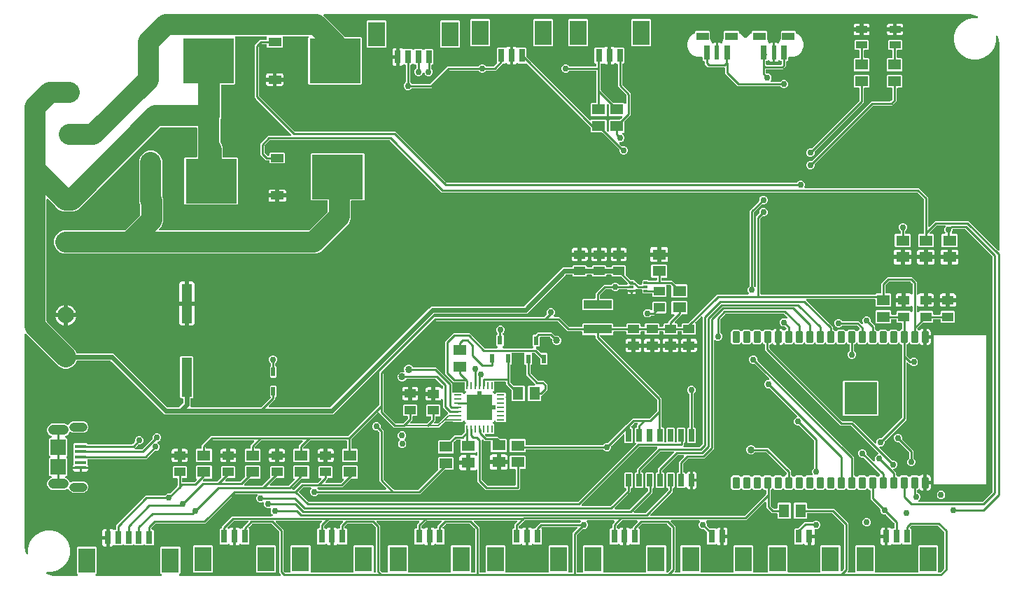
<source format=gbr>
G04 EAGLE Gerber X2 export*
%TF.Part,Single*%
%TF.FileFunction,Copper,L1,Top,Mixed*%
%TF.FilePolarity,Positive*%
%TF.GenerationSoftware,Autodesk,EAGLE,8.6.1*%
%TF.CreationDate,2020-03-10T10:31:54Z*%
G75*
%MOMM*%
%FSLAX34Y34*%
%LPD*%
%AMOC8*
5,1,8,0,0,1.08239X$1,22.5*%
G01*
%ADD10R,3.400000X1.100000*%
%ADD11R,1.400000X1.100000*%
%ADD12R,1.600000X1.300000*%
%ADD13R,1.400000X0.900000*%
%ADD14R,0.900000X0.254000*%
%ADD15R,0.254000X0.900000*%
%ADD16R,3.100000X3.100000*%
%ADD17R,1.350000X0.400000*%
%ADD18R,1.900000X1.900000*%
%ADD19C,1.068000*%
%ADD20C,1.218000*%
%ADD21R,0.500000X1.075000*%
%ADD22R,0.600000X1.100000*%
%ADD23R,1.300000X1.600000*%
%ADD24R,0.750000X1.800000*%
%ADD25R,0.600000X1.800000*%
%ADD26R,1.500000X0.900000*%
%ADD27C,0.465000*%
%ADD28R,4.000000X4.000000*%
%ADD29R,1.300000X4.750000*%
%ADD30R,0.800000X1.600000*%
%ADD31R,2.100000X3.000000*%
%ADD32C,2.000000*%
%ADD33R,6.200000X5.400000*%
%ADD34R,1.600000X1.000000*%
%ADD35R,0.650000X1.550000*%
%ADD36R,0.475000X0.300000*%
%ADD37C,2.540000*%
%ADD38C,0.600000*%
%ADD39C,0.254000*%
%ADD40C,0.756400*%
%ADD41C,0.203200*%
%ADD42C,0.856400*%

G36*
X73857Y10178D02*
X73857Y10178D01*
X73995Y10191D01*
X74014Y10198D01*
X74034Y10201D01*
X74163Y10252D01*
X74294Y10299D01*
X74311Y10310D01*
X74330Y10318D01*
X74442Y10399D01*
X74558Y10477D01*
X74571Y10493D01*
X74587Y10504D01*
X74676Y10612D01*
X74768Y10716D01*
X74777Y10734D01*
X74790Y10749D01*
X74849Y10875D01*
X74913Y10999D01*
X74917Y11019D01*
X74926Y11037D01*
X74952Y11174D01*
X74982Y11309D01*
X74982Y11330D01*
X74985Y11349D01*
X74977Y11488D01*
X74973Y11627D01*
X74967Y11647D01*
X74966Y11667D01*
X74923Y11799D01*
X74884Y11933D01*
X74874Y11950D01*
X74868Y11969D01*
X74793Y12087D01*
X74723Y12207D01*
X74704Y12228D01*
X74697Y12238D01*
X74682Y12252D01*
X74616Y12327D01*
X73575Y13368D01*
X73575Y44632D01*
X74468Y45525D01*
X96732Y45525D01*
X97625Y44632D01*
X97625Y13368D01*
X96584Y12327D01*
X96499Y12218D01*
X96410Y12111D01*
X96401Y12092D01*
X96389Y12076D01*
X96334Y11949D01*
X96274Y11823D01*
X96271Y11803D01*
X96262Y11784D01*
X96241Y11646D01*
X96215Y11510D01*
X96216Y11490D01*
X96213Y11470D01*
X96226Y11331D01*
X96234Y11193D01*
X96241Y11174D01*
X96242Y11154D01*
X96290Y11022D01*
X96332Y10891D01*
X96343Y10873D01*
X96350Y10854D01*
X96428Y10739D01*
X96503Y10622D01*
X96517Y10608D01*
X96529Y10591D01*
X96633Y10499D01*
X96734Y10404D01*
X96752Y10394D01*
X96767Y10381D01*
X96891Y10317D01*
X97013Y10250D01*
X97032Y10245D01*
X97050Y10236D01*
X97186Y10206D01*
X97321Y10171D01*
X97349Y10169D01*
X97361Y10166D01*
X97381Y10167D01*
X97481Y10161D01*
X174919Y10161D01*
X175057Y10178D01*
X175195Y10191D01*
X175214Y10198D01*
X175234Y10201D01*
X175363Y10252D01*
X175494Y10299D01*
X175511Y10310D01*
X175530Y10318D01*
X175642Y10399D01*
X175758Y10477D01*
X175771Y10493D01*
X175787Y10504D01*
X175876Y10612D01*
X175968Y10716D01*
X175977Y10734D01*
X175990Y10749D01*
X176049Y10875D01*
X176113Y10999D01*
X176117Y11019D01*
X176126Y11037D01*
X176152Y11174D01*
X176182Y11309D01*
X176182Y11330D01*
X176185Y11349D01*
X176177Y11488D01*
X176173Y11627D01*
X176167Y11647D01*
X176166Y11667D01*
X176123Y11799D01*
X176084Y11933D01*
X176074Y11950D01*
X176068Y11969D01*
X175993Y12087D01*
X175923Y12207D01*
X175904Y12228D01*
X175897Y12238D01*
X175882Y12252D01*
X175816Y12327D01*
X174775Y13368D01*
X174775Y44632D01*
X175668Y45525D01*
X197932Y45525D01*
X198825Y44632D01*
X198825Y13368D01*
X197784Y12327D01*
X197699Y12218D01*
X197610Y12111D01*
X197601Y12092D01*
X197589Y12076D01*
X197534Y11949D01*
X197474Y11823D01*
X197471Y11803D01*
X197462Y11784D01*
X197441Y11646D01*
X197415Y11510D01*
X197416Y11490D01*
X197413Y11470D01*
X197426Y11331D01*
X197434Y11193D01*
X197441Y11174D01*
X197442Y11154D01*
X197490Y11022D01*
X197532Y10891D01*
X197543Y10873D01*
X197550Y10854D01*
X197628Y10739D01*
X197703Y10622D01*
X197717Y10608D01*
X197729Y10591D01*
X197833Y10499D01*
X197934Y10404D01*
X197952Y10394D01*
X197967Y10381D01*
X198091Y10317D01*
X198213Y10250D01*
X198232Y10245D01*
X198250Y10236D01*
X198386Y10206D01*
X198521Y10171D01*
X198549Y10169D01*
X198561Y10166D01*
X198581Y10167D01*
X198681Y10161D01*
X319182Y10161D01*
X319319Y10178D01*
X319458Y10191D01*
X319477Y10198D01*
X319497Y10201D01*
X319626Y10252D01*
X319758Y10299D01*
X319774Y10310D01*
X319793Y10318D01*
X319906Y10399D01*
X320021Y10477D01*
X320034Y10493D01*
X320050Y10504D01*
X320139Y10612D01*
X320231Y10716D01*
X320240Y10734D01*
X320253Y10749D01*
X320313Y10875D01*
X320376Y10999D01*
X320380Y11019D01*
X320389Y11037D01*
X320415Y11174D01*
X320445Y11309D01*
X320445Y11330D01*
X320449Y11349D01*
X320440Y11488D01*
X320436Y11627D01*
X320430Y11647D01*
X320429Y11667D01*
X320386Y11799D01*
X320347Y11933D01*
X320337Y11950D01*
X320331Y11969D01*
X320256Y12087D01*
X320186Y12207D01*
X320167Y12228D01*
X320161Y12238D01*
X320146Y12252D01*
X320079Y12327D01*
X318459Y13948D01*
X318459Y63422D01*
X318447Y63520D01*
X318444Y63619D01*
X318427Y63677D01*
X318419Y63737D01*
X318383Y63829D01*
X318355Y63925D01*
X318325Y63977D01*
X318302Y64033D01*
X318244Y64113D01*
X318194Y64198D01*
X318128Y64274D01*
X318116Y64290D01*
X318106Y64298D01*
X318088Y64319D01*
X309319Y73088D01*
X309241Y73148D01*
X309169Y73216D01*
X309116Y73245D01*
X309068Y73282D01*
X308977Y73322D01*
X308890Y73370D01*
X308832Y73385D01*
X308776Y73409D01*
X308678Y73424D01*
X308583Y73449D01*
X308482Y73455D01*
X308462Y73459D01*
X308450Y73457D01*
X308422Y73459D01*
X286578Y73459D01*
X286480Y73447D01*
X286381Y73444D01*
X286323Y73427D01*
X286263Y73419D01*
X286171Y73383D01*
X286075Y73355D01*
X286023Y73325D01*
X285967Y73302D01*
X285887Y73244D01*
X285802Y73194D01*
X285726Y73128D01*
X285710Y73116D01*
X285702Y73106D01*
X285681Y73088D01*
X281660Y69067D01*
X281587Y68972D01*
X281508Y68883D01*
X281490Y68847D01*
X281465Y68815D01*
X281417Y68706D01*
X281363Y68600D01*
X281355Y68561D01*
X281338Y68523D01*
X281320Y68406D01*
X281294Y68290D01*
X281295Y68249D01*
X281289Y68209D01*
X281300Y68091D01*
X281303Y67972D01*
X281315Y67933D01*
X281318Y67893D01*
X281359Y67781D01*
X281392Y67666D01*
X281412Y67632D01*
X281426Y67593D01*
X281493Y67495D01*
X281553Y67392D01*
X281593Y67347D01*
X281605Y67330D01*
X281620Y67317D01*
X281660Y67272D01*
X282300Y66632D01*
X282300Y49368D01*
X281407Y48475D01*
X272143Y48475D01*
X272141Y48478D01*
X272047Y48551D01*
X271958Y48630D01*
X271922Y48648D01*
X271890Y48673D01*
X271780Y48720D01*
X271674Y48774D01*
X271635Y48783D01*
X271598Y48799D01*
X271480Y48818D01*
X271364Y48844D01*
X271324Y48843D01*
X271284Y48849D01*
X271165Y48838D01*
X271046Y48834D01*
X271007Y48823D01*
X270967Y48819D01*
X270855Y48779D01*
X270741Y48746D01*
X270706Y48725D01*
X270668Y48712D01*
X270569Y48645D01*
X270467Y48584D01*
X270421Y48544D01*
X270405Y48533D01*
X270391Y48518D01*
X270346Y48478D01*
X269835Y47967D01*
X269256Y47632D01*
X268609Y47459D01*
X266274Y47459D01*
X266274Y57270D01*
X266259Y57388D01*
X266252Y57507D01*
X266239Y57545D01*
X266234Y57585D01*
X266191Y57696D01*
X266154Y57809D01*
X266132Y57843D01*
X266117Y57881D01*
X266048Y57977D01*
X266037Y57994D01*
X266051Y58018D01*
X266076Y58050D01*
X266127Y58157D01*
X266185Y58262D01*
X266195Y58301D01*
X266212Y58337D01*
X266234Y58454D01*
X266264Y58570D01*
X266268Y58630D01*
X266272Y58650D01*
X266270Y58670D01*
X266274Y58730D01*
X266274Y68541D01*
X268609Y68541D01*
X269256Y68368D01*
X269835Y68033D01*
X270346Y67522D01*
X270440Y67449D01*
X270529Y67370D01*
X270565Y67352D01*
X270597Y67327D01*
X270706Y67280D01*
X270812Y67226D01*
X270852Y67217D01*
X270889Y67201D01*
X271007Y67182D01*
X271123Y67156D01*
X271163Y67157D01*
X271203Y67151D01*
X271322Y67162D01*
X271441Y67166D01*
X271479Y67177D01*
X271520Y67181D01*
X271632Y67221D01*
X271746Y67254D01*
X271781Y67275D01*
X271819Y67288D01*
X271917Y67355D01*
X272020Y67416D01*
X272065Y67456D01*
X272082Y67467D01*
X272096Y67482D01*
X272141Y67522D01*
X272143Y67525D01*
X272965Y67525D01*
X273083Y67540D01*
X273202Y67547D01*
X273240Y67560D01*
X273281Y67565D01*
X273391Y67608D01*
X273504Y67645D01*
X273539Y67667D01*
X273576Y67682D01*
X273672Y67751D01*
X273773Y67815D01*
X273801Y67845D01*
X273834Y67868D01*
X273910Y67960D01*
X273991Y68047D01*
X274011Y68082D01*
X274036Y68113D01*
X274087Y68221D01*
X274145Y68325D01*
X274155Y68365D01*
X274172Y68401D01*
X274194Y68518D01*
X274224Y68633D01*
X274228Y68693D01*
X274232Y68713D01*
X274230Y68734D01*
X274234Y68794D01*
X274234Y68827D01*
X280635Y75229D01*
X280721Y75338D01*
X280809Y75445D01*
X280818Y75464D01*
X280830Y75480D01*
X280886Y75608D01*
X280945Y75733D01*
X280949Y75753D01*
X280957Y75772D01*
X280979Y75910D01*
X281005Y76046D01*
X281003Y76066D01*
X281007Y76086D01*
X280993Y76225D01*
X280985Y76363D01*
X280979Y76382D01*
X280977Y76402D01*
X280930Y76534D01*
X280887Y76665D01*
X280876Y76683D01*
X280869Y76702D01*
X280791Y76817D01*
X280717Y76934D01*
X280702Y76948D01*
X280691Y76965D01*
X280586Y77057D01*
X280485Y77152D01*
X280467Y77162D01*
X280452Y77175D01*
X280328Y77239D01*
X280207Y77306D01*
X280187Y77311D01*
X280169Y77320D01*
X280033Y77350D01*
X279899Y77385D01*
X279871Y77387D01*
X279859Y77390D01*
X279838Y77389D01*
X279738Y77395D01*
X264514Y77395D01*
X264416Y77383D01*
X264317Y77380D01*
X264259Y77363D01*
X264199Y77355D01*
X264107Y77319D01*
X264011Y77291D01*
X263959Y77261D01*
X263903Y77238D01*
X263823Y77180D01*
X263738Y77130D01*
X263662Y77064D01*
X263646Y77052D01*
X263638Y77042D01*
X263617Y77024D01*
X256160Y69567D01*
X256087Y69472D01*
X256008Y69383D01*
X255990Y69347D01*
X255965Y69315D01*
X255917Y69206D01*
X255863Y69100D01*
X255855Y69061D01*
X255838Y69023D01*
X255820Y68906D01*
X255794Y68790D01*
X255795Y68749D01*
X255789Y68709D01*
X255800Y68591D01*
X255803Y68472D01*
X255815Y68433D01*
X255818Y68393D01*
X255859Y68281D01*
X255892Y68166D01*
X255912Y68132D01*
X255926Y68093D01*
X255993Y67995D01*
X256053Y67892D01*
X256093Y67847D01*
X256105Y67830D01*
X256120Y67817D01*
X256160Y67772D01*
X256409Y67522D01*
X256503Y67449D01*
X256592Y67370D01*
X256628Y67352D01*
X256660Y67327D01*
X256770Y67280D01*
X256876Y67226D01*
X256915Y67217D01*
X256952Y67201D01*
X257070Y67182D01*
X257186Y67156D01*
X257226Y67157D01*
X257266Y67151D01*
X257385Y67162D01*
X257504Y67166D01*
X257543Y67177D01*
X257583Y67181D01*
X257695Y67221D01*
X257809Y67254D01*
X257844Y67275D01*
X257882Y67288D01*
X257981Y67355D01*
X258083Y67416D01*
X258129Y67456D01*
X258145Y67467D01*
X258159Y67482D01*
X258204Y67522D01*
X258715Y68033D01*
X259294Y68368D01*
X259941Y68541D01*
X262276Y68541D01*
X262276Y58730D01*
X262291Y58612D01*
X262298Y58493D01*
X262310Y58455D01*
X262316Y58415D01*
X262359Y58304D01*
X262396Y58191D01*
X262418Y58157D01*
X262433Y58119D01*
X262502Y58023D01*
X262513Y58006D01*
X262499Y57982D01*
X262474Y57950D01*
X262423Y57843D01*
X262365Y57738D01*
X262355Y57699D01*
X262338Y57663D01*
X262316Y57546D01*
X262286Y57430D01*
X262282Y57370D01*
X262278Y57350D01*
X262280Y57330D01*
X262276Y57270D01*
X262276Y47459D01*
X259941Y47459D01*
X259294Y47632D01*
X258715Y47967D01*
X258204Y48478D01*
X258110Y48551D01*
X258021Y48630D01*
X257985Y48648D01*
X257953Y48673D01*
X257844Y48720D01*
X257737Y48774D01*
X257698Y48783D01*
X257661Y48799D01*
X257543Y48818D01*
X257427Y48844D01*
X257387Y48843D01*
X257347Y48849D01*
X257228Y48838D01*
X257109Y48834D01*
X257071Y48823D01*
X257030Y48819D01*
X256918Y48779D01*
X256804Y48746D01*
X256769Y48725D01*
X256731Y48712D01*
X256632Y48645D01*
X256530Y48584D01*
X256485Y48544D01*
X256468Y48533D01*
X256454Y48518D01*
X256409Y48478D01*
X256407Y48475D01*
X247143Y48475D01*
X246250Y49368D01*
X246250Y66632D01*
X247143Y67525D01*
X247965Y67525D01*
X248083Y67540D01*
X248202Y67547D01*
X248240Y67560D01*
X248281Y67565D01*
X248391Y67608D01*
X248504Y67645D01*
X248539Y67667D01*
X248576Y67682D01*
X248672Y67751D01*
X248773Y67815D01*
X248801Y67845D01*
X248834Y67868D01*
X248910Y67960D01*
X248991Y68047D01*
X249011Y68082D01*
X249036Y68113D01*
X249087Y68221D01*
X249145Y68325D01*
X249155Y68365D01*
X249172Y68401D01*
X249194Y68518D01*
X249224Y68633D01*
X249228Y68693D01*
X249232Y68713D01*
X249230Y68734D01*
X249234Y68794D01*
X249234Y69827D01*
X261884Y82477D01*
X309313Y82477D01*
X309451Y82494D01*
X309590Y82507D01*
X309609Y82514D01*
X309629Y82517D01*
X309758Y82568D01*
X309889Y82615D01*
X309906Y82626D01*
X309925Y82634D01*
X310037Y82715D01*
X310152Y82793D01*
X310166Y82809D01*
X310182Y82820D01*
X310271Y82928D01*
X310363Y83032D01*
X310372Y83050D01*
X310385Y83065D01*
X310444Y83191D01*
X310507Y83315D01*
X310512Y83335D01*
X310520Y83353D01*
X310546Y83490D01*
X310577Y83625D01*
X310576Y83646D01*
X310580Y83665D01*
X310571Y83804D01*
X310567Y83943D01*
X310562Y83963D01*
X310560Y83983D01*
X310518Y84115D01*
X310479Y84249D01*
X310469Y84266D01*
X310462Y84285D01*
X310388Y84403D01*
X310317Y84523D01*
X310299Y84544D01*
X310292Y84554D01*
X310277Y84568D01*
X310211Y84643D01*
X308716Y86138D01*
X307947Y87995D01*
X307947Y90005D01*
X308148Y90490D01*
X308185Y90624D01*
X308226Y90757D01*
X308227Y90777D01*
X308232Y90796D01*
X308234Y90936D01*
X308241Y91074D01*
X308237Y91094D01*
X308237Y91114D01*
X308204Y91250D01*
X308176Y91386D01*
X308168Y91404D01*
X308163Y91424D01*
X308098Y91547D01*
X308037Y91671D01*
X308024Y91687D01*
X308014Y91705D01*
X307921Y91808D01*
X307830Y91913D01*
X307814Y91925D01*
X307800Y91940D01*
X307684Y92017D01*
X307570Y92097D01*
X307551Y92104D01*
X307534Y92115D01*
X307403Y92160D01*
X307273Y92209D01*
X307253Y92211D01*
X307234Y92218D01*
X307095Y92229D01*
X306957Y92244D01*
X306937Y92242D01*
X306917Y92243D01*
X306780Y92219D01*
X306642Y92200D01*
X306615Y92191D01*
X306603Y92189D01*
X306585Y92180D01*
X306490Y92148D01*
X306005Y91947D01*
X303995Y91947D01*
X302138Y92716D01*
X300716Y94138D01*
X299947Y95995D01*
X299947Y98258D01*
X299944Y98284D01*
X299948Y98367D01*
X299944Y98387D01*
X299944Y98408D01*
X299912Y98543D01*
X299911Y98547D01*
X299907Y98573D01*
X299903Y98584D01*
X299884Y98679D01*
X299875Y98697D01*
X299870Y98717D01*
X299805Y98840D01*
X299744Y98964D01*
X299731Y98980D01*
X299721Y98998D01*
X299627Y99101D01*
X299537Y99206D01*
X299521Y99218D01*
X299507Y99233D01*
X299391Y99310D01*
X299277Y99389D01*
X299258Y99397D01*
X299241Y99408D01*
X299110Y99453D01*
X298980Y99502D01*
X298960Y99504D01*
X298941Y99511D01*
X298802Y99522D01*
X298664Y99537D01*
X298644Y99535D01*
X298623Y99536D01*
X298487Y99512D01*
X298349Y99493D01*
X298322Y99484D01*
X298310Y99482D01*
X298291Y99473D01*
X298197Y99441D01*
X297005Y98947D01*
X294995Y98947D01*
X293138Y99716D01*
X291716Y101138D01*
X290947Y102995D01*
X290947Y105005D01*
X291716Y106862D01*
X292147Y107292D01*
X292232Y107402D01*
X292321Y107509D01*
X292329Y107528D01*
X292342Y107544D01*
X292397Y107671D01*
X292456Y107797D01*
X292460Y107817D01*
X292468Y107836D01*
X292490Y107973D01*
X292516Y108110D01*
X292515Y108130D01*
X292518Y108150D01*
X292505Y108289D01*
X292496Y108427D01*
X292490Y108446D01*
X292488Y108466D01*
X292441Y108597D01*
X292398Y108729D01*
X292387Y108747D01*
X292381Y108766D01*
X292303Y108880D01*
X292228Y108998D01*
X292213Y109012D01*
X292202Y109029D01*
X292098Y109121D01*
X291997Y109216D01*
X291979Y109226D01*
X291964Y109239D01*
X291840Y109302D01*
X291718Y109370D01*
X291699Y109375D01*
X291680Y109384D01*
X291544Y109414D01*
X291410Y109449D01*
X291382Y109451D01*
X291370Y109454D01*
X291350Y109453D01*
X291249Y109459D01*
X265578Y109459D01*
X265480Y109447D01*
X265381Y109444D01*
X265323Y109427D01*
X265263Y109419D01*
X265171Y109383D01*
X265075Y109355D01*
X265023Y109325D01*
X264967Y109302D01*
X264887Y109244D01*
X264802Y109194D01*
X264726Y109128D01*
X264710Y109116D01*
X264702Y109106D01*
X264681Y109088D01*
X229252Y73659D01*
X169398Y73659D01*
X169300Y73647D01*
X169201Y73644D01*
X169143Y73627D01*
X169083Y73619D01*
X168991Y73583D01*
X168895Y73555D01*
X168843Y73525D01*
X168787Y73502D01*
X168707Y73444D01*
X168622Y73394D01*
X168546Y73328D01*
X168530Y73316D01*
X168522Y73306D01*
X168501Y73288D01*
X164112Y68899D01*
X164052Y68821D01*
X163984Y68749D01*
X163955Y68696D01*
X163918Y68648D01*
X163878Y68557D01*
X163830Y68470D01*
X163815Y68412D01*
X163791Y68356D01*
X163776Y68258D01*
X163751Y68163D01*
X163745Y68062D01*
X163741Y68042D01*
X163743Y68030D01*
X163741Y68002D01*
X163741Y67294D01*
X163756Y67176D01*
X163763Y67057D01*
X163776Y67019D01*
X163781Y66978D01*
X163824Y66868D01*
X163861Y66755D01*
X163883Y66720D01*
X163898Y66683D01*
X163967Y66587D01*
X164031Y66486D01*
X164061Y66458D01*
X164084Y66425D01*
X164176Y66349D01*
X164263Y66268D01*
X164298Y66248D01*
X164329Y66223D01*
X164437Y66172D01*
X164541Y66114D01*
X164581Y66104D01*
X164617Y66087D01*
X164734Y66065D01*
X164849Y66035D01*
X164909Y66031D01*
X164929Y66027D01*
X164950Y66029D01*
X165010Y66025D01*
X165832Y66025D01*
X166725Y65132D01*
X166725Y47868D01*
X165832Y46975D01*
X156568Y46975D01*
X155847Y47696D01*
X155753Y47769D01*
X155664Y47848D01*
X155628Y47866D01*
X155596Y47891D01*
X155487Y47939D01*
X155381Y47993D01*
X155342Y48001D01*
X155304Y48017D01*
X155187Y48036D01*
X155071Y48062D01*
X155030Y48061D01*
X154990Y48067D01*
X154872Y48056D01*
X154753Y48053D01*
X154714Y48041D01*
X154674Y48038D01*
X154562Y47997D01*
X154447Y47964D01*
X154412Y47944D01*
X154374Y47930D01*
X154276Y47863D01*
X154173Y47803D01*
X154128Y47763D01*
X154111Y47751D01*
X154098Y47736D01*
X154052Y47696D01*
X153332Y46975D01*
X144068Y46975D01*
X143348Y47696D01*
X143254Y47769D01*
X143164Y47848D01*
X143128Y47866D01*
X143096Y47891D01*
X142987Y47938D01*
X142881Y47993D01*
X142842Y48001D01*
X142804Y48017D01*
X142687Y48036D01*
X142571Y48062D01*
X142530Y48061D01*
X142490Y48067D01*
X142372Y48056D01*
X142253Y48053D01*
X142214Y48041D01*
X142174Y48038D01*
X142061Y47997D01*
X141947Y47964D01*
X141913Y47944D01*
X141874Y47930D01*
X141776Y47863D01*
X141673Y47803D01*
X141628Y47763D01*
X141611Y47751D01*
X141598Y47736D01*
X141553Y47696D01*
X140832Y46975D01*
X131568Y46975D01*
X130847Y47696D01*
X130753Y47769D01*
X130664Y47848D01*
X130628Y47866D01*
X130596Y47891D01*
X130487Y47939D01*
X130381Y47993D01*
X130342Y48001D01*
X130304Y48017D01*
X130187Y48036D01*
X130071Y48062D01*
X130030Y48061D01*
X129990Y48067D01*
X129872Y48056D01*
X129753Y48053D01*
X129714Y48041D01*
X129674Y48038D01*
X129562Y47997D01*
X129447Y47964D01*
X129412Y47944D01*
X129374Y47930D01*
X129276Y47863D01*
X129173Y47803D01*
X129128Y47763D01*
X129111Y47751D01*
X129098Y47736D01*
X129052Y47696D01*
X128332Y46975D01*
X119068Y46975D01*
X119066Y46978D01*
X118972Y47051D01*
X118883Y47130D01*
X118847Y47148D01*
X118815Y47173D01*
X118705Y47220D01*
X118599Y47274D01*
X118560Y47283D01*
X118523Y47299D01*
X118405Y47318D01*
X118289Y47344D01*
X118249Y47343D01*
X118209Y47349D01*
X118090Y47338D01*
X117971Y47334D01*
X117932Y47323D01*
X117892Y47319D01*
X117780Y47279D01*
X117666Y47246D01*
X117631Y47225D01*
X117593Y47212D01*
X117494Y47145D01*
X117392Y47084D01*
X117346Y47044D01*
X117330Y47033D01*
X117316Y47018D01*
X117271Y46978D01*
X116760Y46467D01*
X116181Y46132D01*
X115534Y45959D01*
X113199Y45959D01*
X113199Y55770D01*
X113184Y55888D01*
X113177Y56007D01*
X113164Y56045D01*
X113159Y56085D01*
X113116Y56196D01*
X113079Y56309D01*
X113057Y56343D01*
X113042Y56381D01*
X112973Y56477D01*
X112962Y56494D01*
X112976Y56518D01*
X113001Y56550D01*
X113052Y56657D01*
X113110Y56762D01*
X113120Y56801D01*
X113137Y56837D01*
X113159Y56954D01*
X113189Y57070D01*
X113193Y57130D01*
X113197Y57150D01*
X113195Y57170D01*
X113199Y57230D01*
X113199Y67041D01*
X115534Y67041D01*
X116181Y66868D01*
X116760Y66533D01*
X117271Y66022D01*
X117365Y65949D01*
X117454Y65870D01*
X117490Y65852D01*
X117522Y65827D01*
X117631Y65780D01*
X117738Y65726D01*
X117777Y65717D01*
X117814Y65701D01*
X117932Y65682D01*
X118048Y65656D01*
X118088Y65657D01*
X118128Y65651D01*
X118247Y65662D01*
X118366Y65666D01*
X118404Y65677D01*
X118445Y65681D01*
X118557Y65721D01*
X118671Y65754D01*
X118706Y65775D01*
X118744Y65788D01*
X118843Y65855D01*
X118945Y65916D01*
X118990Y65956D01*
X119007Y65967D01*
X119021Y65982D01*
X119066Y66022D01*
X119068Y66025D01*
X119890Y66025D01*
X120008Y66040D01*
X120127Y66047D01*
X120165Y66060D01*
X120206Y66065D01*
X120316Y66108D01*
X120429Y66145D01*
X120464Y66167D01*
X120501Y66182D01*
X120597Y66251D01*
X120698Y66315D01*
X120726Y66345D01*
X120759Y66368D01*
X120835Y66460D01*
X120916Y66547D01*
X120936Y66582D01*
X120961Y66613D01*
X121012Y66721D01*
X121070Y66825D01*
X121080Y66865D01*
X121097Y66901D01*
X121119Y67018D01*
X121149Y67133D01*
X121153Y67193D01*
X121157Y67213D01*
X121155Y67234D01*
X121159Y67294D01*
X121159Y71567D01*
X156833Y107241D01*
X179569Y107241D01*
X179668Y107253D01*
X179767Y107256D01*
X179825Y107273D01*
X179885Y107281D01*
X179977Y107317D01*
X180072Y107345D01*
X180124Y107375D01*
X180181Y107398D01*
X180261Y107456D01*
X180346Y107506D01*
X180421Y107572D01*
X180438Y107584D01*
X180446Y107594D01*
X180467Y107612D01*
X181838Y108984D01*
X183695Y109753D01*
X185634Y109753D01*
X185732Y109765D01*
X185831Y109768D01*
X185889Y109785D01*
X185949Y109793D01*
X186041Y109829D01*
X186137Y109857D01*
X186189Y109887D01*
X186245Y109910D01*
X186325Y109968D01*
X186410Y110018D01*
X186486Y110084D01*
X186502Y110096D01*
X186510Y110106D01*
X186531Y110124D01*
X195088Y118681D01*
X195148Y118759D01*
X195216Y118831D01*
X195245Y118884D01*
X195282Y118932D01*
X195322Y119023D01*
X195370Y119110D01*
X195385Y119168D01*
X195409Y119224D01*
X195424Y119322D01*
X195449Y119417D01*
X195455Y119518D01*
X195459Y119538D01*
X195457Y119550D01*
X195459Y119578D01*
X195459Y127581D01*
X195444Y127699D01*
X195437Y127818D01*
X195424Y127856D01*
X195419Y127897D01*
X195376Y128007D01*
X195339Y128120D01*
X195317Y128155D01*
X195302Y128192D01*
X195233Y128288D01*
X195169Y128389D01*
X195139Y128417D01*
X195116Y128450D01*
X195024Y128526D01*
X194937Y128607D01*
X194902Y128627D01*
X194871Y128652D01*
X194763Y128703D01*
X194659Y128761D01*
X194619Y128771D01*
X194583Y128788D01*
X194466Y128810D01*
X194351Y128840D01*
X194291Y128844D01*
X194271Y128848D01*
X194250Y128846D01*
X194190Y128850D01*
X190368Y128850D01*
X189475Y129743D01*
X189475Y142007D01*
X190368Y142900D01*
X205632Y142900D01*
X206525Y142007D01*
X206525Y129743D01*
X205632Y128850D01*
X201810Y128850D01*
X201692Y128835D01*
X201573Y128828D01*
X201535Y128815D01*
X201494Y128810D01*
X201384Y128767D01*
X201271Y128730D01*
X201236Y128708D01*
X201199Y128693D01*
X201103Y128624D01*
X201002Y128560D01*
X200974Y128530D01*
X200941Y128507D01*
X200865Y128415D01*
X200784Y128328D01*
X200764Y128293D01*
X200739Y128262D01*
X200688Y128154D01*
X200630Y128050D01*
X200620Y128010D01*
X200603Y127974D01*
X200581Y127857D01*
X200551Y127742D01*
X200547Y127682D01*
X200543Y127662D01*
X200545Y127641D01*
X200541Y127581D01*
X200541Y124810D01*
X200556Y124692D01*
X200563Y124573D01*
X200576Y124535D01*
X200581Y124494D01*
X200624Y124384D01*
X200661Y124271D01*
X200683Y124236D01*
X200698Y124199D01*
X200767Y124103D01*
X200831Y124002D01*
X200861Y123974D01*
X200884Y123941D01*
X200976Y123865D01*
X201063Y123784D01*
X201098Y123764D01*
X201129Y123739D01*
X201237Y123688D01*
X201341Y123630D01*
X201381Y123620D01*
X201417Y123603D01*
X201534Y123581D01*
X201649Y123551D01*
X201709Y123547D01*
X201729Y123543D01*
X201750Y123545D01*
X201810Y123541D01*
X215422Y123541D01*
X215520Y123553D01*
X215619Y123556D01*
X215677Y123573D01*
X215737Y123581D01*
X215829Y123617D01*
X215925Y123645D01*
X215977Y123675D01*
X216033Y123698D01*
X216113Y123756D01*
X216198Y123806D01*
X216274Y123872D01*
X216290Y123884D01*
X216298Y123894D01*
X216319Y123912D01*
X218630Y126223D01*
X218703Y126317D01*
X218781Y126406D01*
X218800Y126442D01*
X218825Y126474D01*
X218872Y126583D01*
X218926Y126689D01*
X218935Y126729D01*
X218951Y126766D01*
X218970Y126884D01*
X218996Y127000D01*
X218994Y127040D01*
X219001Y127080D01*
X218990Y127199D01*
X218986Y127317D01*
X218975Y127356D01*
X218971Y127397D01*
X218931Y127509D01*
X218898Y127623D01*
X218877Y127658D01*
X218863Y127696D01*
X218796Y127794D01*
X218736Y127897D01*
X218696Y127942D01*
X218685Y127959D01*
X218669Y127973D01*
X218630Y128018D01*
X217904Y128743D01*
X217904Y143007D01*
X218797Y143900D01*
X236060Y143900D01*
X236953Y143007D01*
X236953Y128743D01*
X236060Y127850D01*
X227969Y127850D01*
X227871Y127838D01*
X227772Y127835D01*
X227714Y127818D01*
X227654Y127810D01*
X227562Y127774D01*
X227466Y127746D01*
X227414Y127716D01*
X227358Y127693D01*
X227278Y127635D01*
X227193Y127585D01*
X227117Y127519D01*
X227101Y127507D01*
X227093Y127497D01*
X227072Y127479D01*
X226301Y126707D01*
X226216Y126598D01*
X226127Y126491D01*
X226118Y126472D01*
X226106Y126456D01*
X226050Y126328D01*
X225991Y126203D01*
X225987Y126183D01*
X225979Y126164D01*
X225957Y126026D01*
X225931Y125890D01*
X225933Y125870D01*
X225929Y125850D01*
X225943Y125711D01*
X225951Y125573D01*
X225957Y125554D01*
X225959Y125534D01*
X226006Y125403D01*
X226049Y125271D01*
X226060Y125253D01*
X226067Y125234D01*
X226145Y125120D01*
X226219Y125002D01*
X226234Y124988D01*
X226245Y124971D01*
X226350Y124879D01*
X226451Y124784D01*
X226469Y124774D01*
X226484Y124761D01*
X226608Y124698D01*
X226729Y124630D01*
X226749Y124625D01*
X226767Y124616D01*
X226903Y124586D01*
X227037Y124551D01*
X227065Y124549D01*
X227077Y124546D01*
X227098Y124547D01*
X227198Y124541D01*
X243422Y124541D01*
X243520Y124553D01*
X243619Y124556D01*
X243677Y124573D01*
X243737Y124581D01*
X243829Y124617D01*
X243925Y124645D01*
X243977Y124675D01*
X244033Y124698D01*
X244113Y124756D01*
X244198Y124806D01*
X244274Y124872D01*
X244290Y124884D01*
X244298Y124894D01*
X244319Y124912D01*
X247961Y128554D01*
X248021Y128632D01*
X248089Y128704D01*
X248118Y128757D01*
X248156Y128805D01*
X248195Y128896D01*
X248243Y128983D01*
X248258Y129041D01*
X248282Y129097D01*
X248297Y129195D01*
X248322Y129291D01*
X248328Y129379D01*
X248330Y129390D01*
X248329Y129396D01*
X248332Y129411D01*
X248331Y129423D01*
X248332Y129451D01*
X248332Y142007D01*
X249226Y142900D01*
X264489Y142900D01*
X265382Y142007D01*
X265382Y129743D01*
X264489Y128850D01*
X255969Y128850D01*
X255871Y128838D01*
X255772Y128835D01*
X255714Y128818D01*
X255654Y128810D01*
X255562Y128774D01*
X255466Y128746D01*
X255414Y128716D01*
X255358Y128693D01*
X255278Y128635D01*
X255193Y128585D01*
X255117Y128519D01*
X255101Y128507D01*
X255093Y128497D01*
X255072Y128479D01*
X253301Y126707D01*
X253215Y126598D01*
X253127Y126491D01*
X253118Y126472D01*
X253106Y126456D01*
X253050Y126328D01*
X252991Y126203D01*
X252987Y126183D01*
X252979Y126164D01*
X252957Y126026D01*
X252931Y125890D01*
X252933Y125870D01*
X252929Y125850D01*
X252943Y125711D01*
X252951Y125573D01*
X252957Y125554D01*
X252959Y125534D01*
X253006Y125402D01*
X253049Y125271D01*
X253060Y125253D01*
X253067Y125234D01*
X253145Y125119D01*
X253219Y125002D01*
X253234Y124988D01*
X253245Y124971D01*
X253350Y124879D01*
X253451Y124784D01*
X253469Y124774D01*
X253484Y124761D01*
X253608Y124697D01*
X253729Y124630D01*
X253749Y124625D01*
X253767Y124616D01*
X253903Y124586D01*
X254037Y124551D01*
X254065Y124549D01*
X254077Y124546D01*
X254098Y124547D01*
X254198Y124541D01*
X271422Y124541D01*
X271520Y124553D01*
X271619Y124556D01*
X271677Y124573D01*
X271737Y124581D01*
X271829Y124617D01*
X271925Y124645D01*
X271977Y124675D01*
X272033Y124698D01*
X272113Y124756D01*
X272198Y124806D01*
X272274Y124872D01*
X272290Y124884D01*
X272298Y124894D01*
X272319Y124912D01*
X276389Y128982D01*
X276450Y129061D01*
X276518Y129133D01*
X276547Y129186D01*
X276584Y129234D01*
X276624Y129325D01*
X276671Y129411D01*
X276686Y129470D01*
X276710Y129525D01*
X276726Y129623D01*
X276751Y129719D01*
X276757Y129819D01*
X276760Y129840D01*
X276759Y129852D01*
X276761Y129880D01*
X276761Y143007D01*
X277654Y143900D01*
X294917Y143900D01*
X295810Y143007D01*
X295810Y128743D01*
X294917Y127850D01*
X282969Y127850D01*
X282871Y127838D01*
X282772Y127835D01*
X282714Y127818D01*
X282654Y127810D01*
X282562Y127774D01*
X282466Y127746D01*
X282414Y127716D01*
X282358Y127693D01*
X282278Y127635D01*
X282192Y127585D01*
X282117Y127519D01*
X282101Y127507D01*
X282093Y127497D01*
X282072Y127479D01*
X276301Y121707D01*
X276215Y121598D01*
X276127Y121491D01*
X276118Y121472D01*
X276106Y121456D01*
X276050Y121328D01*
X275991Y121203D01*
X275987Y121183D01*
X275979Y121164D01*
X275957Y121026D01*
X275931Y120890D01*
X275933Y120870D01*
X275929Y120850D01*
X275943Y120711D01*
X275951Y120573D01*
X275957Y120554D01*
X275959Y120534D01*
X276006Y120402D01*
X276049Y120271D01*
X276060Y120253D01*
X276067Y120234D01*
X276145Y120119D01*
X276219Y120002D01*
X276234Y119988D01*
X276245Y119971D01*
X276350Y119879D01*
X276451Y119784D01*
X276469Y119774D01*
X276484Y119761D01*
X276608Y119697D01*
X276729Y119630D01*
X276749Y119625D01*
X276767Y119616D01*
X276903Y119586D01*
X277037Y119551D01*
X277065Y119549D01*
X277077Y119546D01*
X277098Y119547D01*
X277198Y119541D01*
X297422Y119541D01*
X297520Y119553D01*
X297619Y119556D01*
X297677Y119573D01*
X297737Y119581D01*
X297829Y119617D01*
X297925Y119645D01*
X297977Y119675D01*
X298033Y119698D01*
X298113Y119756D01*
X298198Y119806D01*
X298274Y119872D01*
X298290Y119884D01*
X298298Y119894D01*
X298319Y119912D01*
X306818Y128411D01*
X306878Y128489D01*
X306946Y128561D01*
X306976Y128614D01*
X307013Y128662D01*
X307052Y128753D01*
X307100Y128840D01*
X307115Y128898D01*
X307139Y128954D01*
X307155Y129052D01*
X307179Y129148D01*
X307186Y129248D01*
X307189Y129268D01*
X307188Y129280D01*
X307190Y129308D01*
X307190Y142007D01*
X308083Y142900D01*
X323346Y142900D01*
X324239Y142007D01*
X324239Y129743D01*
X323346Y128850D01*
X314969Y128850D01*
X314871Y128838D01*
X314772Y128835D01*
X314714Y128818D01*
X314654Y128810D01*
X314562Y128774D01*
X314466Y128746D01*
X314414Y128716D01*
X314358Y128693D01*
X314278Y128635D01*
X314192Y128585D01*
X314117Y128519D01*
X314101Y128507D01*
X314093Y128497D01*
X314072Y128479D01*
X307301Y121707D01*
X307215Y121598D01*
X307127Y121491D01*
X307118Y121472D01*
X307106Y121456D01*
X307050Y121328D01*
X306991Y121203D01*
X306987Y121183D01*
X306979Y121164D01*
X306957Y121026D01*
X306931Y120890D01*
X306933Y120870D01*
X306929Y120850D01*
X306943Y120711D01*
X306951Y120573D01*
X306957Y120554D01*
X306959Y120534D01*
X307006Y120402D01*
X307049Y120271D01*
X307060Y120253D01*
X307067Y120234D01*
X307145Y120119D01*
X307219Y120002D01*
X307234Y119988D01*
X307245Y119971D01*
X307350Y119879D01*
X307451Y119784D01*
X307469Y119774D01*
X307484Y119761D01*
X307608Y119697D01*
X307729Y119630D01*
X307749Y119625D01*
X307767Y119616D01*
X307903Y119586D01*
X308037Y119551D01*
X308065Y119549D01*
X308077Y119546D01*
X308098Y119547D01*
X308198Y119541D01*
X329422Y119541D01*
X329520Y119553D01*
X329619Y119556D01*
X329677Y119573D01*
X329737Y119581D01*
X329829Y119617D01*
X329925Y119645D01*
X329977Y119675D01*
X330033Y119698D01*
X330113Y119756D01*
X330198Y119806D01*
X330274Y119872D01*
X330290Y119884D01*
X330298Y119894D01*
X330319Y119912D01*
X336487Y126080D01*
X336560Y126174D01*
X336638Y126263D01*
X336657Y126299D01*
X336682Y126331D01*
X336729Y126441D01*
X336783Y126546D01*
X336792Y126586D01*
X336808Y126623D01*
X336827Y126741D01*
X336853Y126857D01*
X336851Y126897D01*
X336858Y126937D01*
X336847Y127056D01*
X336843Y127175D01*
X336832Y127213D01*
X336828Y127254D01*
X336788Y127366D01*
X336755Y127480D01*
X336734Y127515D01*
X336720Y127553D01*
X336653Y127652D01*
X336593Y127754D01*
X336553Y127799D01*
X336542Y127816D01*
X336526Y127830D01*
X336487Y127875D01*
X335618Y128743D01*
X335618Y143007D01*
X336511Y143900D01*
X353774Y143900D01*
X354668Y143007D01*
X354668Y128743D01*
X353774Y127850D01*
X345969Y127850D01*
X345871Y127838D01*
X345772Y127835D01*
X345714Y127818D01*
X345654Y127810D01*
X345562Y127774D01*
X345466Y127746D01*
X345414Y127716D01*
X345358Y127693D01*
X345278Y127635D01*
X345193Y127585D01*
X345117Y127519D01*
X345101Y127507D01*
X345093Y127497D01*
X345072Y127479D01*
X334301Y116707D01*
X334215Y116598D01*
X334127Y116491D01*
X334118Y116472D01*
X334106Y116456D01*
X334050Y116328D01*
X333991Y116203D01*
X333987Y116183D01*
X333979Y116164D01*
X333957Y116026D01*
X333931Y115890D01*
X333933Y115870D01*
X333929Y115850D01*
X333943Y115711D01*
X333951Y115573D01*
X333957Y115554D01*
X333959Y115534D01*
X334006Y115402D01*
X334049Y115271D01*
X334060Y115253D01*
X334067Y115234D01*
X334145Y115119D01*
X334219Y115002D01*
X334234Y114988D01*
X334245Y114971D01*
X334350Y114879D01*
X334451Y114784D01*
X334469Y114774D01*
X334484Y114761D01*
X334608Y114697D01*
X334729Y114630D01*
X334749Y114625D01*
X334767Y114616D01*
X334903Y114586D01*
X335037Y114551D01*
X335065Y114549D01*
X335077Y114546D01*
X335098Y114547D01*
X335198Y114541D01*
X336422Y114541D01*
X336520Y114553D01*
X336619Y114556D01*
X336677Y114573D01*
X336737Y114581D01*
X336829Y114617D01*
X336925Y114645D01*
X336977Y114675D01*
X337033Y114698D01*
X337113Y114756D01*
X337199Y114806D01*
X337274Y114872D01*
X337290Y114884D01*
X337298Y114894D01*
X337319Y114912D01*
X343088Y120681D01*
X344948Y122541D01*
X364422Y122541D01*
X364520Y122553D01*
X364619Y122556D01*
X364677Y122573D01*
X364737Y122581D01*
X364829Y122617D01*
X364925Y122645D01*
X364977Y122675D01*
X365033Y122698D01*
X365113Y122756D01*
X365199Y122806D01*
X365274Y122872D01*
X365290Y122884D01*
X365298Y122894D01*
X365319Y122912D01*
X369090Y126684D01*
X369176Y126793D01*
X369264Y126900D01*
X369273Y126919D01*
X369285Y126935D01*
X369341Y127063D01*
X369400Y127188D01*
X369404Y127208D01*
X369412Y127227D01*
X369434Y127365D01*
X369460Y127501D01*
X369458Y127521D01*
X369462Y127541D01*
X369448Y127680D01*
X369440Y127818D01*
X369434Y127837D01*
X369432Y127857D01*
X369385Y127989D01*
X369342Y128120D01*
X369331Y128138D01*
X369324Y128157D01*
X369246Y128272D01*
X369172Y128389D01*
X369157Y128403D01*
X369146Y128420D01*
X369041Y128512D01*
X368940Y128607D01*
X368922Y128617D01*
X368907Y128630D01*
X368783Y128693D01*
X368662Y128761D01*
X368642Y128766D01*
X368624Y128775D01*
X368488Y128805D01*
X368354Y128840D01*
X368326Y128842D01*
X368314Y128845D01*
X368293Y128844D01*
X368193Y128850D01*
X366940Y128850D01*
X366047Y129743D01*
X366047Y142007D01*
X366940Y142900D01*
X382203Y142900D01*
X383096Y142007D01*
X383096Y129743D01*
X382203Y128850D01*
X378381Y128850D01*
X378263Y128835D01*
X378144Y128828D01*
X378106Y128815D01*
X378066Y128810D01*
X377955Y128767D01*
X377842Y128730D01*
X377808Y128708D01*
X377770Y128693D01*
X377674Y128624D01*
X377573Y128560D01*
X377546Y128530D01*
X377513Y128507D01*
X377437Y128415D01*
X377355Y128328D01*
X377336Y128293D01*
X377310Y128262D01*
X377259Y128154D01*
X377202Y128050D01*
X377192Y128010D01*
X377174Y127974D01*
X377152Y127857D01*
X377122Y127742D01*
X377119Y127682D01*
X377115Y127662D01*
X377116Y127641D01*
X377112Y127581D01*
X377112Y127519D01*
X375252Y125659D01*
X374301Y124707D01*
X374215Y124598D01*
X374127Y124491D01*
X374118Y124472D01*
X374106Y124456D01*
X374050Y124328D01*
X373991Y124203D01*
X373987Y124183D01*
X373979Y124164D01*
X373957Y124026D01*
X373931Y123890D01*
X373933Y123870D01*
X373929Y123850D01*
X373943Y123711D01*
X373951Y123573D01*
X373957Y123554D01*
X373959Y123534D01*
X374006Y123402D01*
X374049Y123271D01*
X374060Y123253D01*
X374067Y123234D01*
X374145Y123119D01*
X374219Y123002D01*
X374234Y122988D01*
X374245Y122971D01*
X374350Y122879D01*
X374451Y122784D01*
X374469Y122774D01*
X374484Y122761D01*
X374608Y122697D01*
X374729Y122630D01*
X374749Y122625D01*
X374767Y122616D01*
X374903Y122586D01*
X375037Y122551D01*
X375065Y122549D01*
X375077Y122546D01*
X375098Y122547D01*
X375198Y122541D01*
X392422Y122541D01*
X392520Y122553D01*
X392619Y122556D01*
X392677Y122573D01*
X392737Y122581D01*
X392829Y122617D01*
X392925Y122645D01*
X392977Y122675D01*
X393033Y122698D01*
X393113Y122756D01*
X393198Y122806D01*
X393274Y122872D01*
X393290Y122884D01*
X393298Y122894D01*
X393319Y122912D01*
X396090Y125684D01*
X396176Y125793D01*
X396264Y125900D01*
X396273Y125919D01*
X396285Y125935D01*
X396341Y126063D01*
X396400Y126188D01*
X396404Y126208D01*
X396412Y126227D01*
X396434Y126365D01*
X396460Y126501D01*
X396458Y126521D01*
X396462Y126541D01*
X396448Y126680D01*
X396440Y126818D01*
X396434Y126837D01*
X396432Y126857D01*
X396385Y126989D01*
X396342Y127120D01*
X396331Y127138D01*
X396324Y127157D01*
X396246Y127271D01*
X396172Y127389D01*
X396157Y127403D01*
X396146Y127420D01*
X396041Y127512D01*
X395940Y127607D01*
X395922Y127617D01*
X395907Y127630D01*
X395783Y127694D01*
X395662Y127761D01*
X395642Y127766D01*
X395624Y127775D01*
X395488Y127805D01*
X395387Y127831D01*
X394475Y128743D01*
X394475Y143007D01*
X395368Y143900D01*
X412632Y143900D01*
X413525Y143007D01*
X413525Y128743D01*
X412632Y127850D01*
X405969Y127850D01*
X405871Y127838D01*
X405772Y127835D01*
X405714Y127818D01*
X405654Y127810D01*
X405562Y127774D01*
X405466Y127746D01*
X405414Y127716D01*
X405358Y127693D01*
X405278Y127635D01*
X405192Y127585D01*
X405117Y127519D01*
X405101Y127507D01*
X405093Y127497D01*
X405072Y127479D01*
X395052Y117459D01*
X365751Y117459D01*
X365613Y117442D01*
X365474Y117429D01*
X365455Y117422D01*
X365435Y117419D01*
X365306Y117368D01*
X365175Y117321D01*
X365158Y117310D01*
X365139Y117302D01*
X365027Y117221D01*
X364912Y117143D01*
X364898Y117127D01*
X364882Y117116D01*
X364793Y117008D01*
X364701Y116904D01*
X364692Y116886D01*
X364679Y116871D01*
X364620Y116745D01*
X364557Y116621D01*
X364552Y116601D01*
X364544Y116583D01*
X364518Y116447D01*
X364487Y116311D01*
X364488Y116290D01*
X364484Y116271D01*
X364493Y116132D01*
X364497Y115993D01*
X364502Y115973D01*
X364504Y115953D01*
X364546Y115821D01*
X364585Y115687D01*
X364595Y115670D01*
X364602Y115651D01*
X364676Y115533D01*
X364747Y115413D01*
X364765Y115392D01*
X364772Y115382D01*
X364787Y115368D01*
X364853Y115292D01*
X365233Y114912D01*
X365311Y114852D01*
X365384Y114784D01*
X365437Y114755D01*
X365484Y114718D01*
X365575Y114678D01*
X365662Y114630D01*
X365721Y114615D01*
X365776Y114591D01*
X365874Y114576D01*
X365970Y114551D01*
X366070Y114545D01*
X366090Y114541D01*
X366103Y114543D01*
X366131Y114541D01*
X446802Y114541D01*
X446939Y114558D01*
X447078Y114571D01*
X447097Y114578D01*
X447117Y114581D01*
X447246Y114632D01*
X447378Y114679D01*
X447394Y114690D01*
X447413Y114698D01*
X447526Y114779D01*
X447641Y114857D01*
X447654Y114873D01*
X447670Y114884D01*
X447759Y114992D01*
X447851Y115096D01*
X447860Y115114D01*
X447873Y115129D01*
X447933Y115255D01*
X447996Y115379D01*
X448000Y115399D01*
X448009Y115417D01*
X448035Y115553D01*
X448065Y115689D01*
X448065Y115710D01*
X448069Y115729D01*
X448060Y115868D01*
X448056Y116007D01*
X448050Y116027D01*
X448049Y116047D01*
X448006Y116179D01*
X447967Y116313D01*
X447957Y116330D01*
X447951Y116349D01*
X447876Y116467D01*
X447806Y116587D01*
X447787Y116608D01*
X447781Y116618D01*
X447766Y116632D01*
X447699Y116707D01*
X441319Y123088D01*
X439459Y124948D01*
X439459Y183422D01*
X439447Y183520D01*
X439444Y183619D01*
X439427Y183677D01*
X439419Y183737D01*
X439383Y183829D01*
X439355Y183925D01*
X439325Y183977D01*
X439302Y184033D01*
X439244Y184113D01*
X439194Y184198D01*
X439128Y184274D01*
X439116Y184290D01*
X439106Y184298D01*
X439088Y184319D01*
X437831Y185576D01*
X437753Y185636D01*
X437681Y185704D01*
X437628Y185733D01*
X437580Y185770D01*
X437489Y185810D01*
X437402Y185858D01*
X437344Y185873D01*
X437288Y185897D01*
X437190Y185912D01*
X437095Y185937D01*
X436994Y185943D01*
X436974Y185947D01*
X436962Y185945D01*
X436934Y185947D01*
X434995Y185947D01*
X433138Y186716D01*
X431716Y188138D01*
X430947Y189995D01*
X430947Y192005D01*
X431716Y193862D01*
X433138Y195284D01*
X434995Y196053D01*
X437005Y196053D01*
X438862Y195284D01*
X440284Y193862D01*
X441053Y192005D01*
X441053Y190066D01*
X441065Y189968D01*
X441068Y189869D01*
X441085Y189811D01*
X441093Y189751D01*
X441129Y189659D01*
X441157Y189563D01*
X441187Y189511D01*
X441210Y189455D01*
X441268Y189375D01*
X441318Y189290D01*
X441384Y189214D01*
X441396Y189198D01*
X441406Y189190D01*
X441424Y189169D01*
X444541Y186052D01*
X444541Y127578D01*
X444553Y127480D01*
X444556Y127381D01*
X444573Y127323D01*
X444581Y127263D01*
X444617Y127171D01*
X444645Y127075D01*
X444675Y127023D01*
X444698Y126967D01*
X444756Y126887D01*
X444806Y126802D01*
X444872Y126726D01*
X444884Y126710D01*
X444894Y126702D01*
X444912Y126681D01*
X456681Y114912D01*
X456759Y114852D01*
X456831Y114784D01*
X456884Y114755D01*
X456932Y114718D01*
X457023Y114678D01*
X457110Y114630D01*
X457168Y114615D01*
X457224Y114591D01*
X457322Y114576D01*
X457417Y114551D01*
X457518Y114545D01*
X457538Y114541D01*
X457550Y114543D01*
X457578Y114541D01*
X486422Y114541D01*
X486520Y114553D01*
X486619Y114556D01*
X486677Y114573D01*
X486737Y114581D01*
X486829Y114617D01*
X486925Y114645D01*
X486977Y114675D01*
X487033Y114698D01*
X487113Y114756D01*
X487198Y114806D01*
X487274Y114872D01*
X487290Y114884D01*
X487298Y114894D01*
X487319Y114912D01*
X510228Y137821D01*
X510301Y137915D01*
X510380Y138005D01*
X510398Y138040D01*
X510423Y138072D01*
X510470Y138182D01*
X510524Y138288D01*
X510533Y138327D01*
X510549Y138364D01*
X510568Y138482D01*
X510594Y138599D01*
X510593Y138639D01*
X510599Y138678D01*
X510588Y138797D01*
X510584Y138916D01*
X510575Y138947D01*
X510575Y153532D01*
X511468Y154425D01*
X528732Y154425D01*
X529625Y153532D01*
X529625Y139268D01*
X528732Y138375D01*
X518494Y138375D01*
X518396Y138363D01*
X518297Y138360D01*
X518239Y138343D01*
X518179Y138335D01*
X518087Y138299D01*
X517991Y138271D01*
X517939Y138241D01*
X517883Y138218D01*
X517803Y138160D01*
X517718Y138110D01*
X517642Y138044D01*
X517626Y138032D01*
X517618Y138022D01*
X517606Y138012D01*
X517605Y138011D01*
X517597Y138004D01*
X489052Y109459D01*
X366131Y109459D01*
X366032Y109447D01*
X365933Y109444D01*
X365875Y109427D01*
X365815Y109419D01*
X365723Y109383D01*
X365628Y109355D01*
X365576Y109325D01*
X365519Y109302D01*
X365439Y109244D01*
X365354Y109194D01*
X365279Y109128D01*
X365262Y109116D01*
X365254Y109106D01*
X365233Y109088D01*
X363862Y107716D01*
X362005Y106947D01*
X359995Y106947D01*
X358138Y107716D01*
X356716Y109138D01*
X355947Y110995D01*
X355947Y113005D01*
X356716Y114862D01*
X357147Y115292D01*
X357232Y115402D01*
X357321Y115509D01*
X357329Y115528D01*
X357342Y115544D01*
X357397Y115672D01*
X357456Y115797D01*
X357460Y115817D01*
X357468Y115836D01*
X357490Y115974D01*
X357516Y116110D01*
X357515Y116130D01*
X357518Y116150D01*
X357505Y116289D01*
X357496Y116427D01*
X357490Y116446D01*
X357488Y116466D01*
X357441Y116597D01*
X357398Y116729D01*
X357387Y116747D01*
X357381Y116766D01*
X357303Y116880D01*
X357228Y116998D01*
X357213Y117012D01*
X357202Y117029D01*
X357098Y117121D01*
X356997Y117216D01*
X356979Y117226D01*
X356964Y117239D01*
X356840Y117302D01*
X356718Y117370D01*
X356699Y117375D01*
X356680Y117384D01*
X356544Y117414D01*
X356410Y117449D01*
X356382Y117451D01*
X356370Y117454D01*
X356350Y117453D01*
X356249Y117459D01*
X347578Y117459D01*
X347480Y117447D01*
X347381Y117444D01*
X347323Y117427D01*
X347263Y117419D01*
X347171Y117383D01*
X347075Y117355D01*
X347023Y117325D01*
X346967Y117302D01*
X346887Y117244D01*
X346801Y117194D01*
X346726Y117128D01*
X346710Y117116D01*
X346702Y117106D01*
X346681Y117088D01*
X342491Y112898D01*
X342418Y112803D01*
X342339Y112714D01*
X342321Y112678D01*
X342296Y112646D01*
X342248Y112537D01*
X342194Y112431D01*
X342185Y112392D01*
X342169Y112354D01*
X342151Y112237D01*
X342125Y112121D01*
X342126Y112080D01*
X342120Y112040D01*
X342131Y111921D01*
X342134Y111803D01*
X342146Y111764D01*
X342149Y111724D01*
X342190Y111611D01*
X342223Y111497D01*
X342243Y111463D01*
X342257Y111424D01*
X342324Y111326D01*
X342384Y111223D01*
X342424Y111178D01*
X342436Y111161D01*
X342451Y111148D01*
X342491Y111103D01*
X353681Y99912D01*
X353759Y99852D01*
X353831Y99784D01*
X353884Y99755D01*
X353932Y99718D01*
X354023Y99678D01*
X354110Y99630D01*
X354168Y99615D01*
X354224Y99591D01*
X354322Y99576D01*
X354417Y99551D01*
X354518Y99545D01*
X354538Y99541D01*
X354550Y99543D01*
X354578Y99541D01*
X679422Y99541D01*
X679520Y99553D01*
X679619Y99556D01*
X679677Y99573D01*
X679737Y99581D01*
X679829Y99617D01*
X679925Y99645D01*
X679977Y99675D01*
X680033Y99698D01*
X680113Y99756D01*
X680198Y99806D01*
X680274Y99872D01*
X680290Y99884D01*
X680298Y99894D01*
X680319Y99912D01*
X749653Y169246D01*
X749726Y169340D01*
X749805Y169429D01*
X749823Y169465D01*
X749848Y169497D01*
X749895Y169607D01*
X749949Y169712D01*
X749958Y169752D01*
X749974Y169789D01*
X749993Y169907D01*
X750019Y170023D01*
X750018Y170063D01*
X750024Y170103D01*
X750013Y170222D01*
X750009Y170341D01*
X749998Y170380D01*
X749994Y170420D01*
X749954Y170532D01*
X749921Y170646D01*
X749900Y170681D01*
X749887Y170719D01*
X749820Y170818D01*
X749759Y170920D01*
X749719Y170965D01*
X749708Y170982D01*
X749693Y170996D01*
X749653Y171041D01*
X748825Y171868D01*
X748825Y188632D01*
X749718Y189525D01*
X749790Y189525D01*
X749908Y189540D01*
X750027Y189547D01*
X750065Y189560D01*
X750106Y189565D01*
X750216Y189608D01*
X750329Y189645D01*
X750364Y189667D01*
X750401Y189682D01*
X750497Y189751D01*
X750598Y189815D01*
X750626Y189845D01*
X750659Y189868D01*
X750735Y189960D01*
X750816Y190047D01*
X750836Y190082D01*
X750861Y190113D01*
X750912Y190221D01*
X750970Y190325D01*
X750980Y190365D01*
X750997Y190401D01*
X751019Y190518D01*
X751049Y190633D01*
X751053Y190693D01*
X751057Y190713D01*
X751055Y190734D01*
X751059Y190794D01*
X751059Y192652D01*
X751699Y193293D01*
X751784Y193402D01*
X751873Y193509D01*
X751882Y193528D01*
X751894Y193544D01*
X751950Y193671D01*
X752009Y193797D01*
X752013Y193817D01*
X752021Y193836D01*
X752043Y193974D01*
X752069Y194110D01*
X752067Y194130D01*
X752071Y194150D01*
X752057Y194289D01*
X752049Y194427D01*
X752043Y194446D01*
X752041Y194466D01*
X751994Y194598D01*
X751951Y194729D01*
X751940Y194747D01*
X751933Y194766D01*
X751855Y194881D01*
X751781Y194998D01*
X751766Y195012D01*
X751755Y195029D01*
X751650Y195121D01*
X751549Y195216D01*
X751531Y195226D01*
X751516Y195239D01*
X751392Y195302D01*
X751271Y195370D01*
X751251Y195375D01*
X751233Y195384D01*
X751097Y195414D01*
X750963Y195449D01*
X750935Y195451D01*
X750923Y195454D01*
X750902Y195453D01*
X750802Y195459D01*
X748578Y195459D01*
X748480Y195447D01*
X748381Y195444D01*
X748323Y195427D01*
X748263Y195419D01*
X748171Y195383D01*
X748075Y195355D01*
X748023Y195325D01*
X747967Y195302D01*
X747887Y195244D01*
X747802Y195194D01*
X747726Y195128D01*
X747710Y195116D01*
X747702Y195106D01*
X747681Y195088D01*
X744285Y191691D01*
X744199Y191582D01*
X744111Y191475D01*
X744102Y191456D01*
X744090Y191440D01*
X744034Y191312D01*
X743975Y191187D01*
X743971Y191167D01*
X743963Y191148D01*
X743941Y191010D01*
X743915Y190874D01*
X743917Y190854D01*
X743913Y190834D01*
X743927Y190695D01*
X743935Y190557D01*
X743941Y190538D01*
X743943Y190518D01*
X743990Y190386D01*
X744033Y190255D01*
X744044Y190237D01*
X744051Y190218D01*
X744129Y190103D01*
X744203Y189986D01*
X744218Y189972D01*
X744229Y189955D01*
X744334Y189863D01*
X744435Y189768D01*
X744453Y189758D01*
X744468Y189745D01*
X744592Y189681D01*
X744665Y189641D01*
X745675Y188632D01*
X745675Y171868D01*
X744782Y170975D01*
X737018Y170975D01*
X736125Y171868D01*
X736125Y180468D01*
X736108Y180605D01*
X736095Y180744D01*
X736088Y180763D01*
X736085Y180783D01*
X736034Y180912D01*
X735987Y181044D01*
X735976Y181060D01*
X735968Y181079D01*
X735887Y181191D01*
X735809Y181307D01*
X735794Y181320D01*
X735782Y181336D01*
X735674Y181425D01*
X735570Y181517D01*
X735552Y181526D01*
X735537Y181539D01*
X735411Y181598D01*
X735287Y181662D01*
X735267Y181666D01*
X735249Y181675D01*
X735113Y181701D01*
X734977Y181731D01*
X734956Y181731D01*
X734937Y181735D01*
X734798Y181726D01*
X734659Y181722D01*
X734639Y181716D01*
X734619Y181715D01*
X734487Y181672D01*
X734353Y181633D01*
X734336Y181623D01*
X734317Y181617D01*
X734199Y181542D01*
X734079Y181472D01*
X734058Y181453D01*
X734048Y181447D01*
X734034Y181432D01*
X733959Y181365D01*
X720424Y167831D01*
X720364Y167753D01*
X720296Y167681D01*
X720267Y167628D01*
X720230Y167580D01*
X720190Y167489D01*
X720142Y167402D01*
X720127Y167344D01*
X720103Y167288D01*
X720088Y167190D01*
X720063Y167095D01*
X720057Y166995D01*
X720053Y166974D01*
X720055Y166962D01*
X720053Y166934D01*
X720053Y164995D01*
X719284Y163138D01*
X717862Y161716D01*
X716005Y160947D01*
X713995Y160947D01*
X712138Y161716D01*
X710767Y163088D01*
X710689Y163148D01*
X710617Y163216D01*
X710564Y163245D01*
X710516Y163282D01*
X710425Y163322D01*
X710338Y163370D01*
X710279Y163385D01*
X710224Y163409D01*
X710126Y163424D01*
X710030Y163449D01*
X709930Y163455D01*
X709910Y163459D01*
X709897Y163457D01*
X709869Y163459D01*
X617694Y163459D01*
X617576Y163444D01*
X617457Y163437D01*
X617419Y163424D01*
X617378Y163419D01*
X617268Y163376D01*
X617154Y163339D01*
X617120Y163317D01*
X617083Y163302D01*
X616986Y163233D01*
X616886Y163169D01*
X616858Y163139D01*
X616825Y163116D01*
X616749Y163024D01*
X616668Y162937D01*
X616648Y162902D01*
X616623Y162871D01*
X616572Y162763D01*
X616514Y162659D01*
X616504Y162619D01*
X616487Y162583D01*
X616465Y162466D01*
X616435Y162351D01*
X616431Y162291D01*
X616427Y162271D01*
X616428Y162250D01*
X616425Y162190D01*
X616425Y160768D01*
X615532Y159875D01*
X598268Y159875D01*
X597375Y160768D01*
X597375Y175032D01*
X598268Y175925D01*
X615532Y175925D01*
X616425Y175032D01*
X616425Y169810D01*
X616440Y169692D01*
X616447Y169573D01*
X616459Y169535D01*
X616465Y169494D01*
X616508Y169384D01*
X616545Y169271D01*
X616567Y169236D01*
X616582Y169199D01*
X616651Y169103D01*
X616715Y169002D01*
X616745Y168974D01*
X616768Y168941D01*
X616860Y168865D01*
X616947Y168784D01*
X616982Y168764D01*
X617013Y168739D01*
X617121Y168688D01*
X617225Y168630D01*
X617265Y168620D01*
X617301Y168603D01*
X617418Y168581D01*
X617533Y168551D01*
X617593Y168547D01*
X617613Y168543D01*
X617634Y168545D01*
X617694Y168541D01*
X709869Y168541D01*
X709968Y168553D01*
X710067Y168556D01*
X710125Y168573D01*
X710185Y168581D01*
X710277Y168617D01*
X710372Y168645D01*
X710424Y168675D01*
X710481Y168698D01*
X710561Y168756D01*
X710646Y168806D01*
X710721Y168872D01*
X710738Y168884D01*
X710746Y168894D01*
X710767Y168912D01*
X712138Y170284D01*
X713995Y171053D01*
X715934Y171053D01*
X716032Y171065D01*
X716131Y171068D01*
X716189Y171085D01*
X716249Y171093D01*
X716341Y171129D01*
X716437Y171157D01*
X716489Y171187D01*
X716545Y171210D01*
X716625Y171268D01*
X716711Y171318D01*
X716786Y171384D01*
X716802Y171396D01*
X716810Y171406D01*
X716831Y171424D01*
X738088Y192681D01*
X745948Y200541D01*
X765922Y200541D01*
X766020Y200553D01*
X766119Y200556D01*
X766177Y200573D01*
X766237Y200581D01*
X766329Y200617D01*
X766425Y200645D01*
X766477Y200675D01*
X766533Y200698D01*
X766613Y200756D01*
X766698Y200806D01*
X766774Y200872D01*
X766790Y200884D01*
X766795Y200890D01*
X766798Y200892D01*
X766803Y200898D01*
X766819Y200912D01*
X775588Y209681D01*
X775648Y209759D01*
X775716Y209831D01*
X775745Y209884D01*
X775782Y209932D01*
X775822Y210023D01*
X775870Y210110D01*
X775885Y210168D01*
X775909Y210224D01*
X775924Y210322D01*
X775949Y210417D01*
X775955Y210518D01*
X775959Y210538D01*
X775957Y210550D01*
X775959Y210578D01*
X775959Y222422D01*
X775947Y222520D01*
X775944Y222619D01*
X775927Y222677D01*
X775919Y222737D01*
X775883Y222829D01*
X775855Y222925D01*
X775825Y222977D01*
X775802Y223033D01*
X775744Y223113D01*
X775694Y223199D01*
X775628Y223274D01*
X775616Y223290D01*
X775606Y223298D01*
X775588Y223319D01*
X702819Y296088D01*
X700959Y297948D01*
X700959Y300306D01*
X700944Y300424D01*
X700937Y300543D01*
X700924Y300581D01*
X700919Y300622D01*
X700876Y300732D01*
X700839Y300845D01*
X700817Y300880D01*
X700802Y300917D01*
X700733Y301013D01*
X700669Y301114D01*
X700639Y301142D01*
X700616Y301175D01*
X700524Y301251D01*
X700437Y301332D01*
X700402Y301352D01*
X700371Y301377D01*
X700263Y301428D01*
X700159Y301486D01*
X700119Y301496D01*
X700083Y301513D01*
X699966Y301535D01*
X699851Y301565D01*
X699791Y301569D01*
X699771Y301573D01*
X699750Y301571D01*
X699690Y301575D01*
X685868Y301575D01*
X684975Y302468D01*
X684975Y304790D01*
X684960Y304908D01*
X684953Y305027D01*
X684940Y305065D01*
X684935Y305106D01*
X684892Y305216D01*
X684855Y305329D01*
X684833Y305364D01*
X684818Y305401D01*
X684749Y305497D01*
X684685Y305598D01*
X684655Y305626D01*
X684632Y305659D01*
X684540Y305735D01*
X684453Y305816D01*
X684418Y305836D01*
X684387Y305861D01*
X684279Y305912D01*
X684175Y305970D01*
X684135Y305980D01*
X684099Y305997D01*
X683982Y306019D01*
X683867Y306049D01*
X683807Y306053D01*
X683787Y306057D01*
X683766Y306055D01*
X683706Y306059D01*
X667348Y306059D01*
X655319Y318088D01*
X655241Y318148D01*
X655169Y318216D01*
X655116Y318245D01*
X655068Y318282D01*
X654977Y318322D01*
X654890Y318370D01*
X654832Y318385D01*
X654776Y318409D01*
X654678Y318424D01*
X654583Y318449D01*
X654482Y318455D01*
X654462Y318459D01*
X654450Y318457D01*
X654422Y318459D01*
X508578Y318459D01*
X508480Y318447D01*
X508381Y318444D01*
X508323Y318427D01*
X508263Y318419D01*
X508171Y318383D01*
X508075Y318355D01*
X508023Y318325D01*
X507967Y318302D01*
X507887Y318244D01*
X507802Y318194D01*
X507726Y318128D01*
X507710Y318116D01*
X507702Y318106D01*
X507681Y318088D01*
X444912Y255319D01*
X444852Y255241D01*
X444784Y255169D01*
X444755Y255116D01*
X444718Y255068D01*
X444678Y254977D01*
X444630Y254890D01*
X444615Y254832D01*
X444591Y254776D01*
X444576Y254678D01*
X444551Y254583D01*
X444545Y254482D01*
X444541Y254462D01*
X444543Y254450D01*
X444541Y254422D01*
X444541Y209578D01*
X444553Y209480D01*
X444556Y209381D01*
X444573Y209323D01*
X444581Y209263D01*
X444617Y209171D01*
X444645Y209075D01*
X444675Y209023D01*
X444698Y208967D01*
X444756Y208887D01*
X444806Y208801D01*
X444872Y208726D01*
X444884Y208710D01*
X444894Y208702D01*
X444912Y208681D01*
X458681Y194912D01*
X458759Y194852D01*
X458831Y194784D01*
X458884Y194755D01*
X458932Y194718D01*
X459023Y194678D01*
X459110Y194630D01*
X459168Y194615D01*
X459224Y194591D01*
X459322Y194576D01*
X459417Y194551D01*
X459518Y194545D01*
X459538Y194541D01*
X459550Y194543D01*
X459578Y194541D01*
X467422Y194541D01*
X467520Y194553D01*
X467619Y194556D01*
X467677Y194573D01*
X467737Y194581D01*
X467829Y194617D01*
X467925Y194645D01*
X467977Y194675D01*
X468033Y194698D01*
X468113Y194756D01*
X468198Y194806D01*
X468274Y194872D01*
X468290Y194884D01*
X468298Y194894D01*
X468319Y194912D01*
X473988Y200581D01*
X474048Y200659D01*
X474116Y200731D01*
X474145Y200784D01*
X474182Y200832D01*
X474222Y200923D01*
X474270Y201010D01*
X474285Y201068D01*
X474309Y201124D01*
X474324Y201222D01*
X474349Y201317D01*
X474355Y201418D01*
X474359Y201438D01*
X474357Y201450D01*
X474359Y201478D01*
X474359Y202606D01*
X474344Y202724D01*
X474337Y202843D01*
X474324Y202881D01*
X474319Y202922D01*
X474276Y203032D01*
X474239Y203145D01*
X474217Y203180D01*
X474202Y203217D01*
X474133Y203313D01*
X474069Y203414D01*
X474039Y203442D01*
X474016Y203475D01*
X473924Y203551D01*
X473837Y203632D01*
X473802Y203652D01*
X473771Y203677D01*
X473663Y203728D01*
X473559Y203786D01*
X473519Y203796D01*
X473483Y203813D01*
X473366Y203835D01*
X473251Y203865D01*
X473191Y203869D01*
X473171Y203873D01*
X473150Y203871D01*
X473090Y203875D01*
X469268Y203875D01*
X468375Y204768D01*
X468375Y217032D01*
X469268Y217925D01*
X484532Y217925D01*
X485425Y217032D01*
X485425Y204768D01*
X484532Y203875D01*
X480710Y203875D01*
X480592Y203860D01*
X480473Y203853D01*
X480435Y203840D01*
X480394Y203835D01*
X480284Y203792D01*
X480171Y203755D01*
X480136Y203733D01*
X480099Y203718D01*
X480003Y203649D01*
X479902Y203585D01*
X479874Y203555D01*
X479841Y203532D01*
X479765Y203440D01*
X479684Y203353D01*
X479664Y203318D01*
X479639Y203287D01*
X479588Y203179D01*
X479530Y203075D01*
X479520Y203035D01*
X479503Y202999D01*
X479481Y202882D01*
X479451Y202767D01*
X479447Y202707D01*
X479443Y202687D01*
X479445Y202666D01*
X479441Y202606D01*
X479441Y198848D01*
X477047Y196453D01*
X476961Y196344D01*
X476873Y196237D01*
X476864Y196218D01*
X476852Y196202D01*
X476796Y196074D01*
X476737Y195949D01*
X476733Y195929D01*
X476725Y195910D01*
X476703Y195772D01*
X476677Y195636D01*
X476679Y195616D01*
X476675Y195596D01*
X476689Y195457D01*
X476697Y195319D01*
X476703Y195300D01*
X476705Y195280D01*
X476752Y195148D01*
X476795Y195017D01*
X476806Y194999D01*
X476813Y194980D01*
X476891Y194865D01*
X476965Y194748D01*
X476980Y194734D01*
X476991Y194717D01*
X477096Y194625D01*
X477197Y194530D01*
X477215Y194520D01*
X477230Y194507D01*
X477354Y194443D01*
X477475Y194376D01*
X477495Y194371D01*
X477513Y194362D01*
X477649Y194332D01*
X477783Y194297D01*
X477811Y194295D01*
X477823Y194292D01*
X477844Y194293D01*
X477944Y194287D01*
X496168Y194287D01*
X496266Y194299D01*
X496365Y194302D01*
X496423Y194319D01*
X496483Y194327D01*
X496575Y194363D01*
X496671Y194391D01*
X496723Y194421D01*
X496779Y194444D01*
X496859Y194502D01*
X496945Y194552D01*
X497020Y194618D01*
X497036Y194630D01*
X497044Y194640D01*
X497065Y194658D01*
X501988Y199581D01*
X502048Y199659D01*
X502116Y199731D01*
X502145Y199784D01*
X502182Y199832D01*
X502222Y199923D01*
X502270Y200010D01*
X502285Y200068D01*
X502309Y200124D01*
X502324Y200222D01*
X502349Y200317D01*
X502355Y200417D01*
X502359Y200438D01*
X502357Y200450D01*
X502359Y200478D01*
X502359Y202106D01*
X502344Y202224D01*
X502337Y202343D01*
X502324Y202381D01*
X502319Y202422D01*
X502276Y202532D01*
X502239Y202645D01*
X502217Y202680D01*
X502202Y202717D01*
X502133Y202813D01*
X502069Y202914D01*
X502039Y202942D01*
X502016Y202975D01*
X501924Y203051D01*
X501837Y203132D01*
X501802Y203152D01*
X501771Y203177D01*
X501663Y203228D01*
X501559Y203286D01*
X501519Y203296D01*
X501483Y203313D01*
X501366Y203335D01*
X501251Y203365D01*
X501191Y203369D01*
X501171Y203373D01*
X501150Y203371D01*
X501090Y203375D01*
X497268Y203375D01*
X496375Y204268D01*
X496375Y216532D01*
X497268Y217425D01*
X512532Y217425D01*
X513425Y216532D01*
X513425Y204268D01*
X512532Y203375D01*
X508710Y203375D01*
X508592Y203360D01*
X508473Y203353D01*
X508435Y203340D01*
X508394Y203335D01*
X508284Y203292D01*
X508171Y203255D01*
X508136Y203233D01*
X508099Y203218D01*
X508003Y203149D01*
X507902Y203085D01*
X507874Y203055D01*
X507841Y203032D01*
X507765Y202940D01*
X507684Y202853D01*
X507664Y202818D01*
X507639Y202787D01*
X507588Y202679D01*
X507530Y202575D01*
X507520Y202535D01*
X507503Y202499D01*
X507481Y202382D01*
X507451Y202267D01*
X507447Y202207D01*
X507443Y202187D01*
X507445Y202166D01*
X507441Y202106D01*
X507441Y197848D01*
X506047Y196453D01*
X505961Y196344D01*
X505873Y196237D01*
X505864Y196218D01*
X505852Y196202D01*
X505796Y196074D01*
X505737Y195949D01*
X505733Y195929D01*
X505725Y195910D01*
X505703Y195772D01*
X505677Y195636D01*
X505679Y195616D01*
X505675Y195596D01*
X505689Y195457D01*
X505697Y195319D01*
X505703Y195300D01*
X505705Y195280D01*
X505752Y195148D01*
X505795Y195017D01*
X505806Y194999D01*
X505813Y194980D01*
X505891Y194865D01*
X505965Y194748D01*
X505980Y194734D01*
X505991Y194717D01*
X506096Y194625D01*
X506197Y194530D01*
X506215Y194520D01*
X506230Y194507D01*
X506354Y194443D01*
X506475Y194376D01*
X506495Y194371D01*
X506513Y194362D01*
X506649Y194332D01*
X506783Y194297D01*
X506811Y194295D01*
X506823Y194292D01*
X506844Y194293D01*
X506944Y194287D01*
X509527Y194287D01*
X509625Y194299D01*
X509724Y194302D01*
X509782Y194319D01*
X509843Y194327D01*
X509935Y194363D01*
X510030Y194391D01*
X510082Y194421D01*
X510138Y194444D01*
X510218Y194502D01*
X510304Y194552D01*
X510379Y194618D01*
X510396Y194630D01*
X510403Y194640D01*
X510425Y194658D01*
X517525Y201758D01*
X522189Y206423D01*
X522262Y206517D01*
X522341Y206606D01*
X522359Y206642D01*
X522384Y206674D01*
X522431Y206783D01*
X522485Y206890D01*
X522494Y206929D01*
X522510Y206966D01*
X522529Y207084D01*
X522555Y207200D01*
X522554Y207240D01*
X522560Y207280D01*
X522549Y207399D01*
X522545Y207518D01*
X522534Y207556D01*
X522530Y207597D01*
X522490Y207709D01*
X522457Y207823D01*
X522436Y207858D01*
X522423Y207896D01*
X522356Y207994D01*
X522295Y208097D01*
X522255Y208142D01*
X522244Y208159D01*
X522229Y208173D01*
X522189Y208218D01*
X521988Y208419D01*
X516459Y213948D01*
X516459Y222979D01*
X516441Y223123D01*
X516426Y223268D01*
X516421Y223281D01*
X516419Y223294D01*
X516366Y223430D01*
X516315Y223566D01*
X516307Y223577D01*
X516302Y223590D01*
X516217Y223708D01*
X516134Y223827D01*
X516124Y223836D01*
X516116Y223847D01*
X516003Y223940D01*
X515893Y224035D01*
X515881Y224041D01*
X515871Y224050D01*
X515739Y224112D01*
X515608Y224177D01*
X515595Y224180D01*
X515583Y224185D01*
X515441Y224213D01*
X515297Y224243D01*
X515284Y224243D01*
X515271Y224245D01*
X515125Y224236D01*
X514979Y224230D01*
X514967Y224226D01*
X514953Y224226D01*
X514815Y224181D01*
X514675Y224139D01*
X514663Y224132D01*
X514651Y224127D01*
X514527Y224049D01*
X514403Y223974D01*
X514393Y223965D01*
X514382Y223957D01*
X514282Y223851D01*
X514180Y223747D01*
X514170Y223732D01*
X514164Y223726D01*
X514156Y223711D01*
X514091Y223613D01*
X513933Y223340D01*
X513460Y222867D01*
X512881Y222532D01*
X512234Y222359D01*
X507439Y222359D01*
X507439Y229130D01*
X507424Y229248D01*
X507417Y229367D01*
X507404Y229405D01*
X507399Y229445D01*
X507355Y229556D01*
X507319Y229669D01*
X507297Y229704D01*
X507282Y229741D01*
X507212Y229837D01*
X507149Y229938D01*
X507119Y229966D01*
X507095Y229998D01*
X507004Y230074D01*
X506917Y230156D01*
X506882Y230175D01*
X506850Y230201D01*
X506743Y230252D01*
X506639Y230309D01*
X506599Y230320D01*
X506563Y230337D01*
X506446Y230359D01*
X506331Y230389D01*
X506270Y230393D01*
X506250Y230397D01*
X506230Y230395D01*
X506170Y230399D01*
X504899Y230399D01*
X504899Y230401D01*
X506170Y230401D01*
X506288Y230416D01*
X506407Y230423D01*
X506445Y230436D01*
X506485Y230441D01*
X506596Y230485D01*
X506709Y230521D01*
X506744Y230543D01*
X506781Y230558D01*
X506877Y230628D01*
X506978Y230691D01*
X507006Y230721D01*
X507038Y230745D01*
X507114Y230836D01*
X507196Y230923D01*
X507215Y230958D01*
X507241Y230990D01*
X507292Y231097D01*
X507349Y231201D01*
X507360Y231241D01*
X507377Y231277D01*
X507399Y231394D01*
X507429Y231509D01*
X507433Y231570D01*
X507437Y231590D01*
X507435Y231610D01*
X507439Y231670D01*
X507439Y238441D01*
X512234Y238441D01*
X512881Y238268D01*
X513460Y237933D01*
X513933Y237460D01*
X514091Y237187D01*
X514179Y237070D01*
X514264Y236953D01*
X514275Y236944D01*
X514283Y236934D01*
X514398Y236843D01*
X514509Y236750D01*
X514522Y236744D01*
X514532Y236736D01*
X514666Y236676D01*
X514797Y236615D01*
X514810Y236612D01*
X514823Y236606D01*
X514967Y236582D01*
X515110Y236555D01*
X515123Y236556D01*
X515136Y236553D01*
X515282Y236565D01*
X515427Y236574D01*
X515440Y236579D01*
X515453Y236580D01*
X515591Y236628D01*
X515729Y236673D01*
X515741Y236680D01*
X515754Y236684D01*
X515875Y236765D01*
X515998Y236843D01*
X516007Y236853D01*
X516019Y236860D01*
X516116Y236968D01*
X516216Y237074D01*
X516223Y237086D01*
X516232Y237096D01*
X516299Y237225D01*
X516370Y237353D01*
X516373Y237366D01*
X516379Y237378D01*
X516413Y237520D01*
X516449Y237661D01*
X516450Y237679D01*
X516452Y237687D01*
X516452Y237705D01*
X516459Y237821D01*
X516459Y239422D01*
X516447Y239520D01*
X516444Y239619D01*
X516427Y239677D01*
X516419Y239737D01*
X516383Y239829D01*
X516355Y239925D01*
X516325Y239977D01*
X516302Y240033D01*
X516244Y240113D01*
X516194Y240198D01*
X516128Y240274D01*
X516116Y240290D01*
X516106Y240298D01*
X516088Y240319D01*
X508319Y248088D01*
X508241Y248148D01*
X508169Y248216D01*
X508116Y248245D01*
X508068Y248282D01*
X507977Y248322D01*
X507890Y248370D01*
X507832Y248385D01*
X507776Y248409D01*
X507678Y248424D01*
X507583Y248449D01*
X507482Y248455D01*
X507462Y248459D01*
X507450Y248457D01*
X507422Y248459D01*
X472806Y248459D01*
X472776Y248456D01*
X472747Y248458D01*
X472619Y248436D01*
X472490Y248419D01*
X472463Y248408D01*
X472433Y248403D01*
X472315Y248350D01*
X472195Y248302D01*
X472171Y248285D01*
X472143Y248273D01*
X472042Y248191D01*
X471937Y248116D01*
X471918Y248093D01*
X471895Y248074D01*
X471817Y247970D01*
X471788Y247936D01*
X470145Y246293D01*
X468105Y245447D01*
X465895Y245447D01*
X463855Y246293D01*
X462293Y247855D01*
X461447Y249895D01*
X461447Y252105D01*
X462293Y254145D01*
X463855Y255707D01*
X465895Y256553D01*
X468124Y256553D01*
X468200Y256532D01*
X468333Y256491D01*
X468353Y256490D01*
X468372Y256485D01*
X468511Y256483D01*
X468650Y256476D01*
X468670Y256480D01*
X468690Y256480D01*
X468825Y256512D01*
X468962Y256540D01*
X468980Y256549D01*
X469000Y256554D01*
X469122Y256619D01*
X469248Y256680D01*
X469263Y256693D01*
X469281Y256703D01*
X469383Y256796D01*
X469490Y256886D01*
X469501Y256903D01*
X469516Y256916D01*
X469593Y257033D01*
X469673Y257146D01*
X469680Y257165D01*
X469691Y257182D01*
X469736Y257314D01*
X469785Y257444D01*
X469788Y257464D01*
X469794Y257483D01*
X469805Y257621D01*
X469821Y257760D01*
X469818Y257780D01*
X469819Y257800D01*
X469796Y257937D01*
X469776Y258075D01*
X469767Y258101D01*
X469765Y258113D01*
X469757Y258132D01*
X469724Y258227D01*
X469447Y258895D01*
X469447Y261105D01*
X470293Y263145D01*
X471855Y264707D01*
X473895Y265553D01*
X476105Y265553D01*
X478145Y264707D01*
X479772Y263081D01*
X479791Y263048D01*
X479811Y263027D01*
X479827Y263002D01*
X479922Y262913D01*
X480012Y262820D01*
X480037Y262804D01*
X480059Y262784D01*
X480172Y262721D01*
X480283Y262654D01*
X480311Y262645D01*
X480337Y262630D01*
X480463Y262598D01*
X480587Y262560D01*
X480616Y262558D01*
X480645Y262551D01*
X480806Y262541D01*
X508052Y262541D01*
X527541Y243052D01*
X527541Y233031D01*
X527558Y232894D01*
X527571Y232755D01*
X527578Y232736D01*
X527581Y232716D01*
X527632Y232587D01*
X527679Y232456D01*
X527690Y232439D01*
X527698Y232420D01*
X527779Y232307D01*
X527857Y232192D01*
X527873Y232179D01*
X527884Y232163D01*
X527992Y232074D01*
X528096Y231982D01*
X528114Y231973D01*
X528129Y231960D01*
X528255Y231901D01*
X528379Y231837D01*
X528399Y231833D01*
X528417Y231824D01*
X528553Y231798D01*
X528689Y231768D01*
X528710Y231768D01*
X528729Y231765D01*
X528868Y231773D01*
X529007Y231777D01*
X529027Y231783D01*
X529047Y231784D01*
X529179Y231827D01*
X529313Y231866D01*
X529330Y231876D01*
X529349Y231882D01*
X529369Y231895D01*
X539732Y231895D01*
X540882Y230744D01*
X540981Y230667D01*
X541077Y230585D01*
X541107Y230570D01*
X541133Y230549D01*
X541249Y230499D01*
X541361Y230443D01*
X541394Y230436D01*
X541425Y230423D01*
X541550Y230403D01*
X541672Y230377D01*
X541706Y230378D01*
X541739Y230373D01*
X541865Y230385D01*
X541990Y230390D01*
X542022Y230400D01*
X542056Y230403D01*
X542174Y230446D01*
X542295Y230482D01*
X542323Y230499D01*
X542355Y230511D01*
X542459Y230581D01*
X542567Y230646D01*
X542590Y230670D01*
X542618Y230689D01*
X542701Y230783D01*
X542790Y230873D01*
X542817Y230914D01*
X542829Y230928D01*
X542839Y230947D01*
X542879Y231007D01*
X542967Y231160D01*
X543440Y231633D01*
X543593Y231721D01*
X543693Y231797D01*
X543797Y231868D01*
X543819Y231893D01*
X543846Y231913D01*
X543924Y232012D01*
X544007Y232106D01*
X544023Y232136D01*
X544044Y232163D01*
X544095Y232278D01*
X544152Y232390D01*
X544159Y232422D01*
X544173Y232453D01*
X544194Y232577D01*
X544222Y232700D01*
X544221Y232734D01*
X544226Y232767D01*
X544216Y232892D01*
X544212Y233018D01*
X544203Y233050D01*
X544200Y233084D01*
X544159Y233202D01*
X544124Y233323D01*
X544107Y233352D01*
X544095Y233384D01*
X544026Y233489D01*
X543962Y233597D01*
X543930Y233634D01*
X543920Y233649D01*
X543904Y233664D01*
X543856Y233718D01*
X542705Y234868D01*
X542705Y243690D01*
X542690Y243808D01*
X542683Y243927D01*
X542670Y243965D01*
X542665Y244006D01*
X542622Y244116D01*
X542585Y244229D01*
X542563Y244264D01*
X542548Y244301D01*
X542479Y244397D01*
X542415Y244498D01*
X542385Y244526D01*
X542362Y244559D01*
X542270Y244635D01*
X542183Y244716D01*
X542148Y244736D01*
X542117Y244761D01*
X542009Y244812D01*
X541905Y244870D01*
X541865Y244880D01*
X541829Y244897D01*
X541712Y244919D01*
X541597Y244949D01*
X541537Y244953D01*
X541517Y244957D01*
X541496Y244955D01*
X541436Y244959D01*
X529448Y244959D01*
X519459Y254948D01*
X519459Y294052D01*
X528948Y303541D01*
X549052Y303541D01*
X566681Y285912D01*
X566759Y285852D01*
X566831Y285784D01*
X566884Y285755D01*
X566932Y285718D01*
X567023Y285678D01*
X567110Y285630D01*
X567168Y285615D01*
X567224Y285591D01*
X567322Y285576D01*
X567417Y285551D01*
X567518Y285545D01*
X567538Y285541D01*
X567550Y285543D01*
X567578Y285541D01*
X581339Y285541D01*
X581477Y285558D01*
X581615Y285571D01*
X581634Y285578D01*
X581654Y285581D01*
X581784Y285632D01*
X581914Y285679D01*
X581931Y285690D01*
X581950Y285698D01*
X582062Y285779D01*
X582178Y285857D01*
X582191Y285873D01*
X582207Y285884D01*
X582296Y285992D01*
X582388Y286096D01*
X582397Y286114D01*
X582410Y286129D01*
X582469Y286255D01*
X582533Y286379D01*
X582537Y286399D01*
X582546Y286417D01*
X582572Y286554D01*
X582602Y286689D01*
X582602Y286710D01*
X582605Y286729D01*
X582597Y286867D01*
X582593Y287007D01*
X582587Y287027D01*
X582586Y287047D01*
X582543Y287179D01*
X582504Y287313D01*
X582494Y287330D01*
X582488Y287349D01*
X582413Y287467D01*
X582343Y287587D01*
X582324Y287608D01*
X582317Y287618D01*
X582302Y287632D01*
X582236Y287707D01*
X581075Y288868D01*
X581075Y301132D01*
X581994Y302051D01*
X582042Y302055D01*
X582061Y302062D01*
X582081Y302065D01*
X582210Y302116D01*
X582341Y302163D01*
X582358Y302174D01*
X582377Y302182D01*
X582489Y302263D01*
X582604Y302341D01*
X582618Y302357D01*
X582634Y302368D01*
X582723Y302476D01*
X582815Y302580D01*
X582824Y302598D01*
X582837Y302613D01*
X582896Y302739D01*
X582959Y302863D01*
X582964Y302883D01*
X582972Y302901D01*
X582998Y303038D01*
X583029Y303173D01*
X583028Y303194D01*
X583032Y303213D01*
X583023Y303352D01*
X583019Y303491D01*
X583014Y303511D01*
X583012Y303531D01*
X582970Y303663D01*
X582931Y303797D01*
X582921Y303814D01*
X582914Y303833D01*
X582840Y303951D01*
X582769Y304071D01*
X582751Y304092D01*
X582744Y304102D01*
X582729Y304116D01*
X582663Y304191D01*
X581716Y305138D01*
X580947Y306995D01*
X580947Y309005D01*
X581716Y310862D01*
X583138Y312284D01*
X584995Y313053D01*
X587005Y313053D01*
X588862Y312284D01*
X590284Y310862D01*
X591053Y309005D01*
X591053Y306995D01*
X590284Y305138D01*
X589098Y303953D01*
X589025Y303859D01*
X588947Y303770D01*
X588928Y303733D01*
X588904Y303702D01*
X588856Y303592D01*
X588802Y303486D01*
X588793Y303447D01*
X588777Y303410D01*
X588758Y303292D01*
X588732Y303176D01*
X588734Y303136D01*
X588727Y303096D01*
X588738Y302977D01*
X588742Y302858D01*
X588753Y302819D01*
X588757Y302779D01*
X588797Y302667D01*
X588831Y302553D01*
X588851Y302518D01*
X588865Y302480D01*
X588932Y302381D01*
X588992Y302279D01*
X589032Y302233D01*
X589043Y302217D01*
X589059Y302203D01*
X589098Y302158D01*
X590125Y301132D01*
X590125Y288868D01*
X588964Y287707D01*
X588879Y287598D01*
X588790Y287491D01*
X588781Y287472D01*
X588769Y287456D01*
X588714Y287329D01*
X588654Y287203D01*
X588651Y287183D01*
X588642Y287164D01*
X588621Y287026D01*
X588595Y286890D01*
X588596Y286870D01*
X588593Y286850D01*
X588606Y286711D01*
X588614Y286573D01*
X588621Y286554D01*
X588622Y286534D01*
X588670Y286402D01*
X588712Y286271D01*
X588723Y286253D01*
X588730Y286234D01*
X588808Y286119D01*
X588883Y286002D01*
X588897Y285988D01*
X588909Y285971D01*
X589013Y285879D01*
X589114Y285784D01*
X589132Y285774D01*
X589147Y285761D01*
X589271Y285697D01*
X589393Y285630D01*
X589412Y285625D01*
X589430Y285616D01*
X589566Y285586D01*
X589701Y285551D01*
X589729Y285549D01*
X589741Y285546D01*
X589761Y285547D01*
X589861Y285541D01*
X624639Y285541D01*
X624777Y285558D01*
X624915Y285571D01*
X624934Y285578D01*
X624954Y285581D01*
X625083Y285632D01*
X625214Y285679D01*
X625231Y285690D01*
X625250Y285698D01*
X625362Y285779D01*
X625478Y285857D01*
X625491Y285873D01*
X625507Y285884D01*
X625596Y285992D01*
X625688Y286096D01*
X625697Y286114D01*
X625710Y286129D01*
X625769Y286255D01*
X625833Y286379D01*
X625837Y286399D01*
X625846Y286417D01*
X625872Y286554D01*
X625902Y286689D01*
X625902Y286710D01*
X625905Y286729D01*
X625897Y286867D01*
X625893Y287007D01*
X625887Y287027D01*
X625886Y287047D01*
X625843Y287179D01*
X625804Y287313D01*
X625794Y287330D01*
X625788Y287349D01*
X625713Y287467D01*
X625643Y287587D01*
X625624Y287608D01*
X625617Y287618D01*
X625602Y287632D01*
X625536Y287707D01*
X624575Y288668D01*
X624575Y300932D01*
X625468Y301825D01*
X627706Y301825D01*
X627804Y301837D01*
X627903Y301840D01*
X627961Y301857D01*
X628021Y301865D01*
X628113Y301901D01*
X628209Y301929D01*
X628261Y301959D01*
X628317Y301982D01*
X628397Y302040D01*
X628482Y302090D01*
X628558Y302156D01*
X628574Y302168D01*
X628582Y302178D01*
X628603Y302196D01*
X630948Y304541D01*
X648052Y304541D01*
X651691Y300902D01*
X651715Y300884D01*
X651734Y300861D01*
X651840Y300787D01*
X651942Y300707D01*
X651970Y300695D01*
X651994Y300678D01*
X652115Y300632D01*
X652234Y300581D01*
X652264Y300576D01*
X652291Y300565D01*
X652420Y300551D01*
X652548Y300531D01*
X652578Y300534D01*
X652608Y300530D01*
X652736Y300548D01*
X652781Y300553D01*
X655105Y300553D01*
X657145Y299707D01*
X658707Y298145D01*
X659553Y296105D01*
X659553Y293895D01*
X658707Y291855D01*
X657145Y290293D01*
X655105Y289447D01*
X652895Y289447D01*
X650855Y290293D01*
X649293Y291855D01*
X648447Y293895D01*
X648447Y296196D01*
X648457Y296232D01*
X648458Y296262D01*
X648464Y296291D01*
X648460Y296420D01*
X648462Y296550D01*
X648455Y296579D01*
X648454Y296609D01*
X648418Y296733D01*
X648388Y296859D01*
X648374Y296885D01*
X648366Y296914D01*
X648300Y297026D01*
X648240Y297140D01*
X648219Y297162D01*
X648204Y297188D01*
X648098Y297309D01*
X646319Y299088D01*
X646241Y299148D01*
X646169Y299216D01*
X646116Y299245D01*
X646068Y299282D01*
X645977Y299322D01*
X645890Y299370D01*
X645832Y299385D01*
X645776Y299409D01*
X645678Y299424D01*
X645583Y299449D01*
X645482Y299455D01*
X645462Y299459D01*
X645450Y299457D01*
X645422Y299459D01*
X634894Y299459D01*
X634776Y299444D01*
X634657Y299437D01*
X634619Y299424D01*
X634578Y299419D01*
X634468Y299376D01*
X634355Y299339D01*
X634320Y299317D01*
X634283Y299302D01*
X634187Y299233D01*
X634086Y299169D01*
X634058Y299139D01*
X634025Y299116D01*
X633949Y299024D01*
X633868Y298937D01*
X633848Y298902D01*
X633823Y298871D01*
X633772Y298763D01*
X633714Y298659D01*
X633704Y298619D01*
X633687Y298583D01*
X633665Y298466D01*
X633635Y298351D01*
X633631Y298291D01*
X633627Y298271D01*
X633629Y298250D01*
X633625Y298190D01*
X633625Y288668D01*
X632732Y287775D01*
X630282Y287775D01*
X630145Y287758D01*
X630006Y287745D01*
X629987Y287738D01*
X629967Y287735D01*
X629838Y287684D01*
X629706Y287637D01*
X629690Y287626D01*
X629671Y287618D01*
X629558Y287537D01*
X629443Y287459D01*
X629430Y287443D01*
X629414Y287432D01*
X629325Y287324D01*
X629233Y287220D01*
X629224Y287202D01*
X629211Y287187D01*
X629151Y287061D01*
X629088Y286937D01*
X629084Y286917D01*
X629075Y286899D01*
X629049Y286762D01*
X629019Y286627D01*
X629019Y286606D01*
X629015Y286587D01*
X629024Y286448D01*
X629028Y286309D01*
X629034Y286289D01*
X629035Y286269D01*
X629078Y286137D01*
X629117Y286003D01*
X629127Y285986D01*
X629133Y285967D01*
X629208Y285849D01*
X629278Y285729D01*
X629297Y285708D01*
X629303Y285698D01*
X629318Y285684D01*
X629385Y285609D01*
X631312Y283681D01*
X634797Y280196D01*
X634875Y280136D01*
X634947Y280068D01*
X635000Y280039D01*
X635048Y280002D01*
X635139Y279962D01*
X635226Y279914D01*
X635284Y279899D01*
X635340Y279875D01*
X635438Y279860D01*
X635533Y279835D01*
X635633Y279829D01*
X635654Y279825D01*
X635666Y279827D01*
X635694Y279825D01*
X642232Y279825D01*
X643125Y278932D01*
X643125Y266668D01*
X642232Y265775D01*
X634968Y265775D01*
X634075Y266668D01*
X634075Y273206D01*
X634063Y273304D01*
X634060Y273403D01*
X634043Y273461D01*
X634035Y273521D01*
X633999Y273613D01*
X633971Y273709D01*
X633941Y273761D01*
X633918Y273817D01*
X633860Y273897D01*
X633810Y273983D01*
X633744Y274058D01*
X633732Y274074D01*
X633722Y274082D01*
X633704Y274103D01*
X627719Y280088D01*
X627641Y280148D01*
X627569Y280216D01*
X627516Y280245D01*
X627468Y280282D01*
X627377Y280322D01*
X627290Y280370D01*
X627232Y280385D01*
X627176Y280409D01*
X627078Y280424D01*
X626983Y280449D01*
X626883Y280455D01*
X626862Y280459D01*
X626850Y280457D01*
X626822Y280459D01*
X625394Y280459D01*
X625276Y280444D01*
X625157Y280437D01*
X625119Y280424D01*
X625078Y280419D01*
X624968Y280376D01*
X624855Y280339D01*
X624820Y280317D01*
X624783Y280302D01*
X624687Y280233D01*
X624586Y280169D01*
X624558Y280139D01*
X624525Y280116D01*
X624449Y280024D01*
X624368Y279937D01*
X624348Y279902D01*
X624323Y279871D01*
X624272Y279763D01*
X624214Y279659D01*
X624204Y279619D01*
X624187Y279583D01*
X624165Y279466D01*
X624135Y279351D01*
X624131Y279291D01*
X624127Y279271D01*
X624129Y279250D01*
X624125Y279190D01*
X624125Y266668D01*
X623212Y265755D01*
X623173Y265753D01*
X623135Y265740D01*
X623094Y265735D01*
X622984Y265692D01*
X622871Y265655D01*
X622836Y265633D01*
X622799Y265618D01*
X622703Y265549D01*
X622602Y265485D01*
X622574Y265455D01*
X622541Y265432D01*
X622465Y265340D01*
X622384Y265253D01*
X622364Y265218D01*
X622339Y265187D01*
X622288Y265079D01*
X622230Y264975D01*
X622220Y264935D01*
X622203Y264899D01*
X622181Y264782D01*
X622151Y264667D01*
X622147Y264607D01*
X622143Y264587D01*
X622145Y264566D01*
X622141Y264506D01*
X622141Y255978D01*
X622153Y255880D01*
X622156Y255781D01*
X622173Y255723D01*
X622181Y255663D01*
X622217Y255571D01*
X622245Y255475D01*
X622275Y255423D01*
X622298Y255367D01*
X622356Y255287D01*
X622406Y255202D01*
X622473Y255126D01*
X622484Y255110D01*
X622494Y255102D01*
X622512Y255081D01*
X630681Y246912D01*
X630759Y246852D01*
X630831Y246784D01*
X630884Y246755D01*
X630932Y246718D01*
X631023Y246678D01*
X631110Y246630D01*
X631168Y246615D01*
X631224Y246591D01*
X631322Y246576D01*
X631417Y246551D01*
X631518Y246545D01*
X631538Y246541D01*
X631550Y246543D01*
X631578Y246541D01*
X638052Y246541D01*
X642541Y242052D01*
X642541Y234948D01*
X640681Y233088D01*
X635796Y228203D01*
X635736Y228125D01*
X635668Y228053D01*
X635639Y228000D01*
X635602Y227952D01*
X635562Y227861D01*
X635514Y227774D01*
X635499Y227716D01*
X635475Y227660D01*
X635460Y227562D01*
X635435Y227467D01*
X635429Y227367D01*
X635425Y227346D01*
X635427Y227334D01*
X635425Y227306D01*
X635425Y222368D01*
X634532Y221475D01*
X620268Y221475D01*
X619375Y222368D01*
X619375Y239632D01*
X620268Y240525D01*
X626818Y240525D01*
X626955Y240542D01*
X627094Y240555D01*
X627113Y240562D01*
X627133Y240565D01*
X627262Y240616D01*
X627394Y240663D01*
X627410Y240674D01*
X627429Y240682D01*
X627541Y240763D01*
X627657Y240841D01*
X627670Y240857D01*
X627686Y240868D01*
X627775Y240976D01*
X627867Y241080D01*
X627876Y241098D01*
X627889Y241113D01*
X627949Y241239D01*
X628012Y241363D01*
X628016Y241383D01*
X628025Y241401D01*
X628051Y241537D01*
X628081Y241673D01*
X628081Y241694D01*
X628085Y241713D01*
X628076Y241852D01*
X628072Y241991D01*
X628066Y242011D01*
X628065Y242031D01*
X628022Y242163D01*
X627983Y242297D01*
X627973Y242314D01*
X627967Y242333D01*
X627892Y242451D01*
X627822Y242571D01*
X627803Y242592D01*
X627797Y242602D01*
X627782Y242616D01*
X627715Y242691D01*
X618919Y251488D01*
X617059Y253348D01*
X617059Y264506D01*
X617044Y264624D01*
X617037Y264743D01*
X617024Y264781D01*
X617019Y264822D01*
X616976Y264932D01*
X616939Y265045D01*
X616917Y265080D01*
X616902Y265117D01*
X616833Y265213D01*
X616769Y265314D01*
X616739Y265342D01*
X616716Y265375D01*
X616624Y265451D01*
X616537Y265532D01*
X616502Y265552D01*
X616471Y265577D01*
X616363Y265628D01*
X616259Y265686D01*
X616219Y265696D01*
X616183Y265713D01*
X616066Y265735D01*
X615988Y265755D01*
X615075Y266668D01*
X615075Y279190D01*
X615060Y279308D01*
X615053Y279427D01*
X615040Y279465D01*
X615035Y279506D01*
X614992Y279616D01*
X614955Y279729D01*
X614933Y279764D01*
X614918Y279801D01*
X614849Y279897D01*
X614785Y279998D01*
X614755Y280026D01*
X614732Y280059D01*
X614640Y280135D01*
X614553Y280216D01*
X614518Y280236D01*
X614487Y280261D01*
X614379Y280312D01*
X614275Y280370D01*
X614235Y280380D01*
X614199Y280397D01*
X614082Y280419D01*
X613967Y280449D01*
X613907Y280453D01*
X613887Y280457D01*
X613866Y280455D01*
X613806Y280459D01*
X600894Y280459D01*
X600776Y280444D01*
X600657Y280437D01*
X600619Y280424D01*
X600578Y280419D01*
X600468Y280376D01*
X600355Y280339D01*
X600320Y280317D01*
X600283Y280302D01*
X600187Y280233D01*
X600086Y280169D01*
X600058Y280139D01*
X600025Y280116D01*
X599949Y280024D01*
X599868Y279937D01*
X599848Y279902D01*
X599823Y279871D01*
X599772Y279763D01*
X599714Y279659D01*
X599704Y279619D01*
X599687Y279583D01*
X599665Y279466D01*
X599635Y279351D01*
X599631Y279291D01*
X599627Y279271D01*
X599629Y279250D01*
X599625Y279190D01*
X599625Y266868D01*
X598712Y265955D01*
X598673Y265953D01*
X598635Y265940D01*
X598594Y265935D01*
X598484Y265892D01*
X598371Y265855D01*
X598336Y265833D01*
X598299Y265818D01*
X598203Y265749D01*
X598102Y265685D01*
X598074Y265655D01*
X598041Y265632D01*
X597965Y265540D01*
X597884Y265453D01*
X597864Y265418D01*
X597839Y265387D01*
X597788Y265279D01*
X597730Y265175D01*
X597720Y265135D01*
X597703Y265099D01*
X597681Y264982D01*
X597651Y264867D01*
X597647Y264807D01*
X597643Y264787D01*
X597645Y264766D01*
X597641Y264706D01*
X597641Y244878D01*
X597653Y244780D01*
X597656Y244681D01*
X597673Y244623D01*
X597681Y244563D01*
X597717Y244471D01*
X597745Y244375D01*
X597775Y244323D01*
X597798Y244267D01*
X597856Y244187D01*
X597906Y244102D01*
X597972Y244026D01*
X597984Y244010D01*
X597994Y244002D01*
X598012Y243981D01*
X601097Y240896D01*
X601175Y240836D01*
X601247Y240768D01*
X601300Y240739D01*
X601348Y240702D01*
X601439Y240662D01*
X601526Y240614D01*
X601584Y240599D01*
X601640Y240575D01*
X601738Y240560D01*
X601833Y240535D01*
X601934Y240529D01*
X601954Y240525D01*
X601966Y240527D01*
X601994Y240525D01*
X614532Y240525D01*
X615425Y239632D01*
X615425Y222368D01*
X614532Y221475D01*
X600268Y221475D01*
X599375Y222368D01*
X599375Y234906D01*
X599363Y235004D01*
X599360Y235103D01*
X599343Y235161D01*
X599335Y235221D01*
X599299Y235313D01*
X599271Y235409D01*
X599241Y235461D01*
X599218Y235517D01*
X599160Y235597D01*
X599110Y235682D01*
X599044Y235758D01*
X599032Y235774D01*
X599022Y235782D01*
X599004Y235803D01*
X592559Y242248D01*
X592559Y244190D01*
X592544Y244308D01*
X592537Y244427D01*
X592524Y244465D01*
X592519Y244506D01*
X592476Y244616D01*
X592439Y244729D01*
X592417Y244764D01*
X592402Y244801D01*
X592333Y244897D01*
X592269Y244998D01*
X592239Y245026D01*
X592216Y245059D01*
X592124Y245135D01*
X592037Y245216D01*
X592002Y245236D01*
X591971Y245261D01*
X591863Y245312D01*
X591759Y245370D01*
X591719Y245380D01*
X591683Y245397D01*
X591566Y245419D01*
X591451Y245449D01*
X591391Y245453D01*
X591371Y245457D01*
X591350Y245455D01*
X591290Y245459D01*
X579564Y245459D01*
X579446Y245444D01*
X579327Y245437D01*
X579289Y245424D01*
X579248Y245419D01*
X579138Y245376D01*
X579025Y245339D01*
X578990Y245317D01*
X578953Y245302D01*
X578857Y245233D01*
X578756Y245169D01*
X578728Y245139D01*
X578695Y245116D01*
X578619Y245024D01*
X578538Y244937D01*
X578518Y244902D01*
X578493Y244871D01*
X578442Y244763D01*
X578384Y244659D01*
X578374Y244619D01*
X578357Y244583D01*
X578335Y244466D01*
X578305Y244351D01*
X578301Y244291D01*
X578297Y244271D01*
X578299Y244250D01*
X578295Y244190D01*
X578295Y234868D01*
X577144Y233718D01*
X577067Y233619D01*
X576985Y233524D01*
X576970Y233493D01*
X576949Y233467D01*
X576899Y233351D01*
X576843Y233239D01*
X576836Y233206D01*
X576823Y233175D01*
X576803Y233050D01*
X576777Y232928D01*
X576778Y232894D01*
X576773Y232861D01*
X576785Y232735D01*
X576790Y232610D01*
X576800Y232578D01*
X576803Y232544D01*
X576846Y232426D01*
X576882Y232305D01*
X576899Y232277D01*
X576911Y232245D01*
X576981Y232141D01*
X577046Y232033D01*
X577070Y232010D01*
X577089Y231982D01*
X577183Y231899D01*
X577273Y231810D01*
X577314Y231783D01*
X577328Y231771D01*
X577347Y231761D01*
X577407Y231721D01*
X577560Y231633D01*
X578033Y231160D01*
X578121Y231007D01*
X578197Y230907D01*
X578268Y230803D01*
X578293Y230781D01*
X578314Y230754D01*
X578412Y230676D01*
X578506Y230593D01*
X578536Y230577D01*
X578563Y230556D01*
X578677Y230505D01*
X578790Y230448D01*
X578822Y230441D01*
X578853Y230427D01*
X578977Y230406D01*
X579100Y230378D01*
X579133Y230379D01*
X579167Y230374D01*
X579292Y230384D01*
X579418Y230388D01*
X579450Y230397D01*
X579484Y230400D01*
X579602Y230441D01*
X579723Y230476D01*
X579752Y230494D01*
X579784Y230505D01*
X579889Y230574D01*
X579997Y230638D01*
X580034Y230670D01*
X580049Y230680D01*
X580064Y230696D01*
X580118Y230744D01*
X581268Y231895D01*
X591532Y231895D01*
X592425Y231002D01*
X592425Y227019D01*
X592419Y226991D01*
X592403Y226954D01*
X592384Y226836D01*
X592358Y226720D01*
X592359Y226680D01*
X592353Y226640D01*
X592364Y226521D01*
X592368Y226402D01*
X592379Y226364D01*
X592382Y226324D01*
X592423Y226211D01*
X592425Y226205D01*
X592425Y222019D01*
X592419Y221991D01*
X592403Y221954D01*
X592384Y221836D01*
X592358Y221720D01*
X592359Y221680D01*
X592353Y221640D01*
X592364Y221521D01*
X592368Y221402D01*
X592379Y221364D01*
X592382Y221324D01*
X592423Y221211D01*
X592425Y221205D01*
X592425Y217019D01*
X592419Y216991D01*
X592403Y216954D01*
X592384Y216836D01*
X592358Y216720D01*
X592359Y216680D01*
X592353Y216640D01*
X592364Y216521D01*
X592368Y216402D01*
X592379Y216364D01*
X592382Y216324D01*
X592423Y216211D01*
X592425Y216205D01*
X592425Y212019D01*
X592419Y211991D01*
X592403Y211954D01*
X592384Y211836D01*
X592358Y211720D01*
X592359Y211680D01*
X592353Y211640D01*
X592364Y211521D01*
X592368Y211402D01*
X592379Y211364D01*
X592382Y211324D01*
X592423Y211211D01*
X592425Y211205D01*
X592425Y207019D01*
X592419Y206991D01*
X592403Y206954D01*
X592384Y206836D01*
X592358Y206720D01*
X592359Y206680D01*
X592353Y206640D01*
X592364Y206521D01*
X592368Y206402D01*
X592379Y206364D01*
X592382Y206324D01*
X592423Y206211D01*
X592425Y206205D01*
X592425Y202019D01*
X592419Y201991D01*
X592403Y201954D01*
X592384Y201836D01*
X592358Y201720D01*
X592359Y201680D01*
X592353Y201640D01*
X592364Y201521D01*
X592368Y201402D01*
X592379Y201364D01*
X592382Y201324D01*
X592423Y201211D01*
X592425Y201205D01*
X592425Y197198D01*
X591532Y196305D01*
X581268Y196305D01*
X580118Y197456D01*
X580019Y197533D01*
X579924Y197615D01*
X579893Y197630D01*
X579867Y197651D01*
X579751Y197701D01*
X579639Y197757D01*
X579606Y197764D01*
X579575Y197777D01*
X579450Y197797D01*
X579328Y197823D01*
X579294Y197822D01*
X579261Y197827D01*
X579135Y197815D01*
X579010Y197810D01*
X578978Y197800D01*
X578944Y197797D01*
X578826Y197754D01*
X578705Y197718D01*
X578677Y197701D01*
X578645Y197689D01*
X578541Y197619D01*
X578433Y197554D01*
X578410Y197530D01*
X578382Y197511D01*
X578299Y197417D01*
X578210Y197327D01*
X578183Y197286D01*
X578171Y197272D01*
X578161Y197253D01*
X578121Y197193D01*
X578033Y197040D01*
X577560Y196567D01*
X577407Y196479D01*
X577307Y196403D01*
X577203Y196332D01*
X577181Y196307D01*
X577154Y196286D01*
X577076Y196188D01*
X576993Y196094D01*
X576977Y196064D01*
X576956Y196037D01*
X576905Y195923D01*
X576848Y195810D01*
X576841Y195778D01*
X576827Y195747D01*
X576806Y195623D01*
X576778Y195500D01*
X576779Y195467D01*
X576774Y195433D01*
X576784Y195308D01*
X576788Y195182D01*
X576797Y195150D01*
X576800Y195116D01*
X576841Y194998D01*
X576876Y194877D01*
X576894Y194848D01*
X576905Y194816D01*
X576974Y194711D01*
X577038Y194603D01*
X577070Y194566D01*
X577080Y194551D01*
X577096Y194536D01*
X577144Y194482D01*
X578295Y193332D01*
X578295Y183068D01*
X577402Y182175D01*
X573419Y182175D01*
X573391Y182181D01*
X573354Y182197D01*
X573236Y182216D01*
X573120Y182242D01*
X573080Y182241D01*
X573040Y182247D01*
X572921Y182236D01*
X572802Y182232D01*
X572764Y182221D01*
X572724Y182218D01*
X572611Y182177D01*
X572605Y182175D01*
X568461Y182175D01*
X568323Y182158D01*
X568184Y182145D01*
X568165Y182138D01*
X568145Y182135D01*
X568016Y182084D01*
X567885Y182037D01*
X567868Y182026D01*
X567850Y182018D01*
X567737Y181937D01*
X567622Y181859D01*
X567609Y181843D01*
X567592Y181832D01*
X567503Y181724D01*
X567412Y181620D01*
X567402Y181602D01*
X567389Y181587D01*
X567330Y181461D01*
X567267Y181337D01*
X567263Y181317D01*
X567254Y181299D01*
X567228Y181162D01*
X567197Y181027D01*
X567198Y181006D01*
X567194Y180987D01*
X567203Y180848D01*
X567207Y180709D01*
X567213Y180689D01*
X567214Y180669D01*
X567257Y180537D01*
X567295Y180403D01*
X567306Y180386D01*
X567312Y180367D01*
X567386Y180249D01*
X567457Y180129D01*
X567475Y180108D01*
X567482Y180098D01*
X567497Y180084D01*
X567563Y180009D01*
X568659Y178912D01*
X568737Y178852D01*
X568810Y178784D01*
X568863Y178755D01*
X568911Y178718D01*
X569002Y178678D01*
X569088Y178630D01*
X569147Y178615D01*
X569203Y178591D01*
X569300Y178576D01*
X569396Y178551D01*
X569496Y178545D01*
X569517Y178541D01*
X569529Y178543D01*
X569557Y178541D01*
X583052Y178541D01*
X585197Y176396D01*
X585275Y176336D01*
X585347Y176268D01*
X585400Y176239D01*
X585448Y176202D01*
X585539Y176162D01*
X585626Y176114D01*
X585684Y176099D01*
X585740Y176075D01*
X585838Y176060D01*
X585933Y176035D01*
X586034Y176029D01*
X586054Y176025D01*
X586066Y176027D01*
X586094Y176025D01*
X592598Y176025D01*
X593491Y175132D01*
X593491Y160868D01*
X592598Y159975D01*
X575335Y159975D01*
X574442Y160868D01*
X574442Y172190D01*
X574427Y172308D01*
X574420Y172427D01*
X574407Y172465D01*
X574402Y172506D01*
X574358Y172616D01*
X574322Y172729D01*
X574300Y172764D01*
X574285Y172801D01*
X574215Y172897D01*
X574151Y172998D01*
X574122Y173026D01*
X574098Y173059D01*
X574006Y173135D01*
X573920Y173216D01*
X573884Y173236D01*
X573853Y173261D01*
X573746Y173312D01*
X573641Y173370D01*
X573602Y173380D01*
X573565Y173397D01*
X573449Y173419D01*
X573333Y173449D01*
X573273Y173453D01*
X573253Y173457D01*
X573233Y173455D01*
X573173Y173459D01*
X566926Y173459D01*
X565707Y174678D01*
X565598Y174763D01*
X565491Y174852D01*
X565472Y174861D01*
X565456Y174873D01*
X565328Y174928D01*
X565203Y174987D01*
X565183Y174991D01*
X565164Y174999D01*
X565026Y175021D01*
X564890Y175047D01*
X564870Y175046D01*
X564850Y175049D01*
X564711Y175036D01*
X564573Y175028D01*
X564554Y175021D01*
X564534Y175019D01*
X564402Y174972D01*
X564271Y174929D01*
X564253Y174919D01*
X564234Y174912D01*
X564119Y174834D01*
X564002Y174759D01*
X563988Y174745D01*
X563971Y174733D01*
X563879Y174629D01*
X563784Y174528D01*
X563774Y174510D01*
X563761Y174495D01*
X563697Y174371D01*
X563630Y174249D01*
X563625Y174230D01*
X563616Y174212D01*
X563586Y174076D01*
X563551Y173941D01*
X563549Y173913D01*
X563546Y173901D01*
X563547Y173881D01*
X563541Y173781D01*
X563541Y126578D01*
X563553Y126480D01*
X563556Y126381D01*
X563573Y126323D01*
X563581Y126263D01*
X563617Y126171D01*
X563645Y126075D01*
X563675Y126023D01*
X563698Y125967D01*
X563756Y125887D01*
X563806Y125802D01*
X563872Y125726D01*
X563884Y125710D01*
X563894Y125702D01*
X563912Y125681D01*
X569681Y119912D01*
X569759Y119852D01*
X569831Y119784D01*
X569884Y119755D01*
X569932Y119718D01*
X570023Y119678D01*
X570110Y119630D01*
X570168Y119615D01*
X570224Y119591D01*
X570322Y119576D01*
X570417Y119551D01*
X570518Y119545D01*
X570538Y119541D01*
X570550Y119543D01*
X570578Y119541D01*
X603090Y119541D01*
X603208Y119556D01*
X603327Y119563D01*
X603365Y119576D01*
X603405Y119581D01*
X603516Y119624D01*
X603629Y119661D01*
X603664Y119683D01*
X603701Y119698D01*
X603797Y119767D01*
X603898Y119831D01*
X603926Y119861D01*
X603959Y119884D01*
X604034Y119976D01*
X604116Y120063D01*
X604136Y120098D01*
X604161Y120129D01*
X604212Y120237D01*
X604270Y120341D01*
X604280Y120381D01*
X604297Y120417D01*
X604319Y120534D01*
X604349Y120649D01*
X604353Y120709D01*
X604357Y120729D01*
X604355Y120750D01*
X604359Y120810D01*
X604359Y138606D01*
X604344Y138724D01*
X604337Y138843D01*
X604324Y138881D01*
X604319Y138922D01*
X604276Y139032D01*
X604239Y139145D01*
X604217Y139180D01*
X604202Y139217D01*
X604132Y139313D01*
X604069Y139414D01*
X604039Y139442D01*
X604015Y139475D01*
X603924Y139550D01*
X603837Y139632D01*
X603802Y139652D01*
X603771Y139677D01*
X603663Y139728D01*
X603559Y139786D01*
X603519Y139796D01*
X603483Y139813D01*
X603366Y139835D01*
X603251Y139865D01*
X603190Y139869D01*
X603170Y139873D01*
X603150Y139871D01*
X603090Y139875D01*
X598268Y139875D01*
X597375Y140768D01*
X597375Y155032D01*
X598268Y155925D01*
X615532Y155925D01*
X616425Y155032D01*
X616425Y140768D01*
X615532Y139875D01*
X610710Y139875D01*
X610592Y139860D01*
X610473Y139853D01*
X610435Y139840D01*
X610394Y139835D01*
X610284Y139792D01*
X610170Y139755D01*
X610136Y139733D01*
X610099Y139718D01*
X610002Y139649D01*
X609902Y139585D01*
X609874Y139555D01*
X609841Y139532D01*
X609765Y139440D01*
X609684Y139353D01*
X609664Y139318D01*
X609639Y139287D01*
X609588Y139179D01*
X609530Y139075D01*
X609520Y139035D01*
X609503Y138999D01*
X609481Y138882D01*
X609451Y138767D01*
X609447Y138707D01*
X609443Y138687D01*
X609444Y138666D01*
X609441Y138606D01*
X609441Y115948D01*
X607952Y114459D01*
X567948Y114459D01*
X558459Y123948D01*
X558459Y137546D01*
X558443Y137677D01*
X558432Y137809D01*
X558423Y137835D01*
X558419Y137861D01*
X558371Y137984D01*
X558327Y138109D01*
X558312Y138132D01*
X558302Y138157D01*
X558225Y138264D01*
X558151Y138374D01*
X558131Y138393D01*
X558116Y138414D01*
X558013Y138499D01*
X557915Y138587D01*
X557891Y138600D01*
X557871Y138617D01*
X557751Y138674D01*
X557634Y138735D01*
X557607Y138741D01*
X557583Y138753D01*
X557453Y138778D01*
X557324Y138808D01*
X557297Y138807D01*
X557271Y138812D01*
X557139Y138804D01*
X557006Y138802D01*
X556980Y138794D01*
X556953Y138793D01*
X556827Y138752D01*
X556700Y138716D01*
X556665Y138699D01*
X556651Y138695D01*
X556632Y138683D01*
X556555Y138645D01*
X556014Y138332D01*
X555368Y138159D01*
X549572Y138159D01*
X549572Y145930D01*
X549558Y146048D01*
X549550Y146167D01*
X549538Y146205D01*
X549533Y146245D01*
X549489Y146356D01*
X549452Y146469D01*
X549430Y146504D01*
X549416Y146541D01*
X549346Y146637D01*
X549282Y146738D01*
X549253Y146766D01*
X549229Y146798D01*
X549137Y146874D01*
X549050Y146956D01*
X549015Y146975D01*
X548984Y147001D01*
X548876Y147052D01*
X548772Y147109D01*
X548733Y147120D01*
X548696Y147137D01*
X548579Y147159D01*
X548464Y147189D01*
X548404Y147193D01*
X548384Y147197D01*
X548363Y147195D01*
X548303Y147199D01*
X547032Y147199D01*
X547032Y147201D01*
X548303Y147201D01*
X548421Y147216D01*
X548540Y147223D01*
X548579Y147236D01*
X548619Y147241D01*
X548730Y147285D01*
X548843Y147321D01*
X548877Y147343D01*
X548914Y147358D01*
X549011Y147428D01*
X549111Y147491D01*
X549139Y147521D01*
X549172Y147545D01*
X549248Y147636D01*
X549329Y147723D01*
X549349Y147758D01*
X549375Y147790D01*
X549425Y147897D01*
X549483Y148001D01*
X549493Y148041D01*
X549510Y148077D01*
X549532Y148194D01*
X549562Y148309D01*
X549566Y148370D01*
X549570Y148390D01*
X549569Y148410D01*
X549570Y148428D01*
X549570Y148429D01*
X549572Y148470D01*
X549572Y156241D01*
X555368Y156241D01*
X556014Y156068D01*
X556555Y155755D01*
X556678Y155704D01*
X556797Y155647D01*
X556824Y155642D01*
X556849Y155632D01*
X556980Y155612D01*
X557110Y155588D01*
X557136Y155589D01*
X557163Y155585D01*
X557295Y155599D01*
X557427Y155607D01*
X557453Y155616D01*
X557479Y155618D01*
X557604Y155665D01*
X557729Y155705D01*
X557752Y155720D01*
X557778Y155729D01*
X557886Y155805D01*
X557998Y155875D01*
X558017Y155895D01*
X558039Y155911D01*
X558125Y156010D01*
X558216Y156107D01*
X558229Y156131D01*
X558247Y156151D01*
X558306Y156270D01*
X558370Y156386D01*
X558376Y156412D01*
X558388Y156436D01*
X558416Y156566D01*
X558449Y156694D01*
X558451Y156732D01*
X558455Y156747D01*
X558454Y156769D01*
X558459Y156854D01*
X558459Y158905D01*
X558442Y159043D01*
X558429Y159182D01*
X558422Y159201D01*
X558419Y159221D01*
X558368Y159350D01*
X558321Y159481D01*
X558310Y159498D01*
X558302Y159517D01*
X558221Y159629D01*
X558143Y159744D01*
X558127Y159758D01*
X558116Y159774D01*
X558008Y159863D01*
X557904Y159955D01*
X557886Y159964D01*
X557871Y159977D01*
X557745Y160036D01*
X557621Y160099D01*
X557601Y160104D01*
X557583Y160112D01*
X557446Y160138D01*
X557311Y160169D01*
X557290Y160168D01*
X557271Y160172D01*
X557132Y160163D01*
X556993Y160159D01*
X556973Y160154D01*
X556953Y160152D01*
X556821Y160110D01*
X556687Y160071D01*
X556670Y160061D01*
X556651Y160054D01*
X556533Y159980D01*
X556413Y159909D01*
X556392Y159891D01*
X556382Y159884D01*
X556368Y159869D01*
X556293Y159803D01*
X555665Y159175D01*
X538402Y159175D01*
X537509Y160068D01*
X537509Y174190D01*
X537494Y174308D01*
X537486Y174427D01*
X537474Y174465D01*
X537469Y174506D01*
X537425Y174616D01*
X537388Y174729D01*
X537367Y174764D01*
X537352Y174801D01*
X537282Y174897D01*
X537218Y174998D01*
X537189Y175026D01*
X537165Y175059D01*
X537073Y175135D01*
X536986Y175216D01*
X536951Y175236D01*
X536920Y175261D01*
X536812Y175312D01*
X536708Y175370D01*
X536669Y175380D01*
X536632Y175397D01*
X536515Y175419D01*
X536400Y175449D01*
X536340Y175453D01*
X536320Y175457D01*
X536300Y175455D01*
X536239Y175459D01*
X533278Y175459D01*
X533180Y175447D01*
X533081Y175444D01*
X533023Y175427D01*
X532963Y175419D01*
X532871Y175383D01*
X532775Y175355D01*
X532723Y175325D01*
X532667Y175302D01*
X532587Y175244D01*
X532501Y175194D01*
X532426Y175128D01*
X532410Y175116D01*
X532402Y175106D01*
X532381Y175088D01*
X529996Y172703D01*
X529936Y172625D01*
X529868Y172553D01*
X529839Y172500D01*
X529802Y172452D01*
X529762Y172361D01*
X529714Y172274D01*
X529699Y172216D01*
X529675Y172160D01*
X529660Y172062D01*
X529635Y171967D01*
X529629Y171867D01*
X529625Y171846D01*
X529627Y171834D01*
X529625Y171806D01*
X529625Y159268D01*
X528732Y158375D01*
X511468Y158375D01*
X510575Y159268D01*
X510575Y173532D01*
X511468Y174425D01*
X524006Y174425D01*
X524104Y174437D01*
X524203Y174440D01*
X524261Y174457D01*
X524321Y174465D01*
X524413Y174501D01*
X524509Y174529D01*
X524561Y174559D01*
X524617Y174582D01*
X524697Y174640D01*
X524783Y174690D01*
X524858Y174756D01*
X524874Y174768D01*
X524882Y174778D01*
X524903Y174796D01*
X528788Y178681D01*
X530648Y180541D01*
X538422Y180541D01*
X538520Y180553D01*
X538619Y180556D01*
X538677Y180573D01*
X538737Y180581D01*
X538829Y180617D01*
X538925Y180645D01*
X538977Y180675D01*
X539033Y180698D01*
X539113Y180756D01*
X539198Y180806D01*
X539274Y180872D01*
X539290Y180884D01*
X539298Y180894D01*
X539319Y180912D01*
X542334Y183927D01*
X542394Y184005D01*
X542462Y184077D01*
X542491Y184130D01*
X542528Y184178D01*
X542568Y184269D01*
X542616Y184356D01*
X542631Y184414D01*
X542655Y184470D01*
X542670Y184568D01*
X542695Y184663D01*
X542701Y184763D01*
X542705Y184784D01*
X542703Y184796D01*
X542705Y184824D01*
X542705Y193332D01*
X543856Y194482D01*
X543933Y194581D01*
X544015Y194677D01*
X544030Y194707D01*
X544051Y194733D01*
X544101Y194849D01*
X544157Y194961D01*
X544164Y194994D01*
X544177Y195025D01*
X544197Y195150D01*
X544223Y195272D01*
X544222Y195306D01*
X544227Y195339D01*
X544215Y195465D01*
X544210Y195590D01*
X544200Y195622D01*
X544197Y195656D01*
X544154Y195774D01*
X544118Y195895D01*
X544101Y195923D01*
X544089Y195955D01*
X544019Y196059D01*
X543954Y196167D01*
X543930Y196190D01*
X543911Y196218D01*
X543817Y196301D01*
X543727Y196390D01*
X543686Y196417D01*
X543672Y196429D01*
X543653Y196439D01*
X543593Y196479D01*
X543440Y196567D01*
X542967Y197040D01*
X542879Y197193D01*
X542803Y197293D01*
X542732Y197397D01*
X542707Y197419D01*
X542687Y197446D01*
X542588Y197524D01*
X542494Y197607D01*
X542464Y197623D01*
X542437Y197644D01*
X542322Y197695D01*
X542210Y197752D01*
X542178Y197759D01*
X542147Y197773D01*
X542023Y197794D01*
X541900Y197822D01*
X541866Y197821D01*
X541833Y197826D01*
X541708Y197816D01*
X541582Y197812D01*
X541550Y197803D01*
X541516Y197800D01*
X541398Y197759D01*
X541277Y197724D01*
X541248Y197707D01*
X541216Y197695D01*
X541111Y197626D01*
X541003Y197562D01*
X540966Y197530D01*
X540951Y197520D01*
X540936Y197504D01*
X540882Y197456D01*
X539732Y196305D01*
X529468Y196305D01*
X529332Y196442D01*
X529254Y196502D01*
X529182Y196570D01*
X529129Y196599D01*
X529081Y196636D01*
X528990Y196676D01*
X528903Y196724D01*
X528845Y196739D01*
X528789Y196763D01*
X528691Y196778D01*
X528595Y196803D01*
X528495Y196809D01*
X528475Y196813D01*
X528463Y196811D01*
X528435Y196813D01*
X519573Y196813D01*
X519475Y196801D01*
X519376Y196798D01*
X519318Y196781D01*
X519257Y196773D01*
X519165Y196737D01*
X519070Y196709D01*
X519018Y196679D01*
X518962Y196656D01*
X518882Y196598D01*
X518796Y196548D01*
X518721Y196482D01*
X518704Y196470D01*
X518697Y196460D01*
X518675Y196442D01*
X511947Y189713D01*
X499832Y189713D01*
X499734Y189701D01*
X499635Y189698D01*
X499577Y189681D01*
X499517Y189673D01*
X499424Y189637D01*
X499329Y189609D01*
X499277Y189579D01*
X499221Y189556D01*
X499141Y189498D01*
X499075Y189459D01*
X496926Y189459D01*
X496915Y189470D01*
X496862Y189499D01*
X496814Y189536D01*
X496723Y189576D01*
X496636Y189624D01*
X496578Y189639D01*
X496522Y189663D01*
X496424Y189678D01*
X496329Y189703D01*
X496228Y189709D01*
X496208Y189713D01*
X496196Y189711D01*
X496168Y189713D01*
X470832Y189713D01*
X470734Y189701D01*
X470635Y189698D01*
X470577Y189681D01*
X470517Y189673D01*
X470425Y189637D01*
X470329Y189609D01*
X470277Y189579D01*
X470221Y189556D01*
X470141Y189498D01*
X470075Y189459D01*
X456948Y189459D01*
X441319Y205088D01*
X439439Y206968D01*
X439429Y207078D01*
X439422Y207097D01*
X439419Y207117D01*
X439368Y207246D01*
X439321Y207378D01*
X439310Y207394D01*
X439302Y207413D01*
X439221Y207525D01*
X439143Y207641D01*
X439127Y207654D01*
X439116Y207670D01*
X439008Y207759D01*
X438904Y207851D01*
X438886Y207860D01*
X438871Y207873D01*
X438745Y207932D01*
X438621Y207996D01*
X438601Y208000D01*
X438583Y208009D01*
X438447Y208035D01*
X438311Y208065D01*
X438290Y208065D01*
X438271Y208069D01*
X438132Y208060D01*
X437993Y208056D01*
X437973Y208050D01*
X437953Y208049D01*
X437821Y208006D01*
X437687Y207967D01*
X437670Y207957D01*
X437651Y207951D01*
X437533Y207876D01*
X437413Y207806D01*
X437392Y207787D01*
X437382Y207781D01*
X437368Y207766D01*
X437293Y207699D01*
X405912Y176319D01*
X405852Y176241D01*
X405784Y176169D01*
X405755Y176116D01*
X405718Y176068D01*
X405678Y175977D01*
X405630Y175890D01*
X405615Y175832D01*
X405591Y175776D01*
X405576Y175678D01*
X405551Y175583D01*
X405545Y175483D01*
X405541Y175462D01*
X405543Y175450D01*
X405541Y175422D01*
X405541Y165169D01*
X405556Y165051D01*
X405563Y164932D01*
X405576Y164894D01*
X405581Y164853D01*
X405624Y164743D01*
X405661Y164630D01*
X405683Y164595D01*
X405698Y164558D01*
X405767Y164462D01*
X405831Y164361D01*
X405861Y164333D01*
X405884Y164300D01*
X405976Y164224D01*
X406063Y164143D01*
X406098Y164123D01*
X406129Y164098D01*
X406237Y164047D01*
X406341Y163989D01*
X406381Y163979D01*
X406417Y163962D01*
X406534Y163940D01*
X406649Y163910D01*
X406709Y163906D01*
X406729Y163902D01*
X406750Y163904D01*
X406810Y163900D01*
X412632Y163900D01*
X413525Y163007D01*
X413525Y148743D01*
X412632Y147850D01*
X395368Y147850D01*
X394475Y148743D01*
X394475Y163007D01*
X395368Y163900D01*
X399190Y163900D01*
X399308Y163915D01*
X399427Y163922D01*
X399465Y163935D01*
X399506Y163940D01*
X399616Y163983D01*
X399729Y164020D01*
X399764Y164042D01*
X399801Y164057D01*
X399897Y164126D01*
X399998Y164190D01*
X400026Y164220D01*
X400059Y164243D01*
X400135Y164335D01*
X400216Y164422D01*
X400236Y164457D01*
X400261Y164488D01*
X400312Y164596D01*
X400370Y164700D01*
X400380Y164740D01*
X400397Y164776D01*
X400419Y164893D01*
X400449Y165008D01*
X400453Y165068D01*
X400457Y165088D01*
X400455Y165109D01*
X400459Y165169D01*
X400459Y173190D01*
X400444Y173308D01*
X400437Y173427D01*
X400424Y173465D01*
X400419Y173506D01*
X400376Y173616D01*
X400339Y173729D01*
X400317Y173764D01*
X400302Y173801D01*
X400233Y173897D01*
X400169Y173998D01*
X400139Y174026D01*
X400116Y174059D01*
X400024Y174135D01*
X399937Y174216D01*
X399902Y174236D01*
X399871Y174261D01*
X399763Y174312D01*
X399659Y174370D01*
X399619Y174380D01*
X399583Y174397D01*
X399466Y174419D01*
X399351Y174449D01*
X399291Y174453D01*
X399271Y174457D01*
X399250Y174455D01*
X399190Y174459D01*
X356578Y174459D01*
X356480Y174447D01*
X356381Y174444D01*
X356323Y174427D01*
X356263Y174419D01*
X356171Y174383D01*
X356075Y174355D01*
X356023Y174325D01*
X355967Y174302D01*
X355887Y174244D01*
X355802Y174194D01*
X355726Y174128D01*
X355710Y174116D01*
X355702Y174106D01*
X355681Y174088D01*
X347912Y166319D01*
X347852Y166241D01*
X347784Y166169D01*
X347755Y166116D01*
X347718Y166068D01*
X347678Y165977D01*
X347630Y165890D01*
X347615Y165832D01*
X347591Y165776D01*
X347576Y165678D01*
X347551Y165583D01*
X347545Y165482D01*
X347541Y165462D01*
X347543Y165450D01*
X347541Y165422D01*
X347541Y165169D01*
X347556Y165051D01*
X347563Y164932D01*
X347576Y164894D01*
X347581Y164853D01*
X347624Y164743D01*
X347661Y164630D01*
X347683Y164595D01*
X347698Y164558D01*
X347767Y164462D01*
X347831Y164361D01*
X347861Y164333D01*
X347884Y164300D01*
X347976Y164224D01*
X348063Y164143D01*
X348098Y164123D01*
X348129Y164098D01*
X348237Y164047D01*
X348341Y163989D01*
X348381Y163979D01*
X348417Y163962D01*
X348534Y163940D01*
X348649Y163910D01*
X348709Y163906D01*
X348729Y163902D01*
X348750Y163904D01*
X348810Y163900D01*
X353774Y163900D01*
X354668Y163007D01*
X354668Y148743D01*
X353774Y147850D01*
X336511Y147850D01*
X335618Y148743D01*
X335618Y163007D01*
X336511Y163900D01*
X341190Y163900D01*
X341308Y163915D01*
X341427Y163922D01*
X341465Y163935D01*
X341506Y163940D01*
X341616Y163983D01*
X341729Y164020D01*
X341764Y164042D01*
X341801Y164057D01*
X341897Y164126D01*
X341998Y164190D01*
X342026Y164220D01*
X342059Y164243D01*
X342135Y164335D01*
X342216Y164422D01*
X342236Y164457D01*
X342261Y164488D01*
X342312Y164596D01*
X342370Y164700D01*
X342380Y164740D01*
X342397Y164776D01*
X342419Y164893D01*
X342449Y165008D01*
X342453Y165068D01*
X342457Y165088D01*
X342455Y165109D01*
X342459Y165169D01*
X342459Y168052D01*
X344319Y169912D01*
X346699Y172293D01*
X346785Y172402D01*
X346873Y172509D01*
X346882Y172528D01*
X346894Y172544D01*
X346950Y172672D01*
X347009Y172797D01*
X347013Y172817D01*
X347021Y172836D01*
X347043Y172974D01*
X347069Y173110D01*
X347067Y173130D01*
X347071Y173150D01*
X347057Y173289D01*
X347049Y173427D01*
X347043Y173446D01*
X347041Y173466D01*
X346994Y173598D01*
X346951Y173729D01*
X346940Y173747D01*
X346933Y173766D01*
X346855Y173881D01*
X346781Y173998D01*
X346766Y174012D01*
X346755Y174029D01*
X346650Y174121D01*
X346549Y174216D01*
X346531Y174226D01*
X346516Y174239D01*
X346392Y174303D01*
X346271Y174370D01*
X346251Y174375D01*
X346233Y174384D01*
X346097Y174414D01*
X345963Y174449D01*
X345935Y174451D01*
X345923Y174454D01*
X345902Y174453D01*
X345802Y174459D01*
X297578Y174459D01*
X297480Y174447D01*
X297381Y174444D01*
X297323Y174427D01*
X297263Y174419D01*
X297171Y174383D01*
X297075Y174355D01*
X297023Y174325D01*
X296967Y174302D01*
X296887Y174244D01*
X296802Y174194D01*
X296726Y174128D01*
X296710Y174116D01*
X296702Y174106D01*
X296681Y174088D01*
X288912Y166319D01*
X288852Y166241D01*
X288784Y166169D01*
X288755Y166116D01*
X288718Y166068D01*
X288678Y165977D01*
X288630Y165890D01*
X288615Y165832D01*
X288591Y165776D01*
X288576Y165678D01*
X288551Y165583D01*
X288545Y165482D01*
X288541Y165462D01*
X288543Y165450D01*
X288541Y165422D01*
X288541Y165169D01*
X288556Y165051D01*
X288563Y164932D01*
X288576Y164894D01*
X288581Y164853D01*
X288624Y164743D01*
X288661Y164630D01*
X288683Y164595D01*
X288698Y164558D01*
X288767Y164462D01*
X288831Y164361D01*
X288861Y164333D01*
X288884Y164300D01*
X288976Y164224D01*
X289063Y164143D01*
X289098Y164123D01*
X289129Y164098D01*
X289237Y164047D01*
X289341Y163989D01*
X289381Y163979D01*
X289417Y163962D01*
X289534Y163940D01*
X289649Y163910D01*
X289709Y163906D01*
X289729Y163902D01*
X289750Y163904D01*
X289810Y163900D01*
X294917Y163900D01*
X295810Y163007D01*
X295810Y148743D01*
X294917Y147850D01*
X277654Y147850D01*
X276761Y148743D01*
X276761Y163007D01*
X277654Y163900D01*
X282190Y163900D01*
X282308Y163915D01*
X282427Y163922D01*
X282465Y163935D01*
X282506Y163940D01*
X282616Y163983D01*
X282729Y164020D01*
X282764Y164042D01*
X282801Y164057D01*
X282897Y164126D01*
X282998Y164190D01*
X283026Y164220D01*
X283059Y164243D01*
X283135Y164335D01*
X283216Y164422D01*
X283236Y164457D01*
X283261Y164488D01*
X283312Y164596D01*
X283370Y164700D01*
X283380Y164740D01*
X283397Y164776D01*
X283419Y164893D01*
X283449Y165008D01*
X283453Y165068D01*
X283457Y165088D01*
X283455Y165109D01*
X283459Y165169D01*
X283459Y168052D01*
X285319Y169912D01*
X287699Y172293D01*
X287785Y172402D01*
X287873Y172509D01*
X287882Y172528D01*
X287894Y172544D01*
X287950Y172672D01*
X288009Y172797D01*
X288013Y172817D01*
X288021Y172836D01*
X288043Y172974D01*
X288069Y173110D01*
X288067Y173130D01*
X288071Y173150D01*
X288057Y173289D01*
X288049Y173427D01*
X288043Y173446D01*
X288041Y173466D01*
X287994Y173598D01*
X287951Y173729D01*
X287940Y173747D01*
X287933Y173766D01*
X287855Y173881D01*
X287781Y173998D01*
X287766Y174012D01*
X287755Y174029D01*
X287650Y174121D01*
X287549Y174216D01*
X287531Y174226D01*
X287516Y174239D01*
X287392Y174303D01*
X287271Y174370D01*
X287251Y174375D01*
X287233Y174384D01*
X287097Y174414D01*
X286963Y174449D01*
X286935Y174451D01*
X286923Y174454D01*
X286902Y174453D01*
X286802Y174459D01*
X238578Y174459D01*
X238480Y174447D01*
X238381Y174444D01*
X238323Y174427D01*
X238263Y174419D01*
X238171Y174383D01*
X238075Y174355D01*
X238023Y174325D01*
X237967Y174302D01*
X237887Y174244D01*
X237802Y174194D01*
X237726Y174128D01*
X237710Y174116D01*
X237702Y174106D01*
X237681Y174088D01*
X229912Y166319D01*
X229852Y166241D01*
X229784Y166169D01*
X229755Y166116D01*
X229718Y166068D01*
X229678Y165977D01*
X229630Y165890D01*
X229615Y165832D01*
X229591Y165776D01*
X229576Y165678D01*
X229551Y165583D01*
X229545Y165482D01*
X229541Y165462D01*
X229543Y165450D01*
X229541Y165422D01*
X229541Y165169D01*
X229556Y165051D01*
X229563Y164932D01*
X229576Y164894D01*
X229581Y164853D01*
X229624Y164743D01*
X229661Y164630D01*
X229683Y164595D01*
X229698Y164558D01*
X229767Y164462D01*
X229831Y164361D01*
X229861Y164333D01*
X229884Y164300D01*
X229976Y164224D01*
X230063Y164143D01*
X230098Y164123D01*
X230129Y164098D01*
X230237Y164047D01*
X230341Y163989D01*
X230381Y163979D01*
X230417Y163962D01*
X230534Y163940D01*
X230649Y163910D01*
X230709Y163906D01*
X230729Y163902D01*
X230750Y163904D01*
X230810Y163900D01*
X236060Y163900D01*
X236953Y163007D01*
X236953Y148743D01*
X236060Y147850D01*
X218797Y147850D01*
X217904Y148743D01*
X217904Y163007D01*
X218797Y163900D01*
X223190Y163900D01*
X223308Y163915D01*
X223427Y163922D01*
X223465Y163935D01*
X223506Y163940D01*
X223616Y163983D01*
X223729Y164020D01*
X223764Y164042D01*
X223801Y164057D01*
X223897Y164126D01*
X223998Y164190D01*
X224026Y164220D01*
X224059Y164243D01*
X224135Y164335D01*
X224216Y164422D01*
X224236Y164457D01*
X224261Y164488D01*
X224312Y164596D01*
X224370Y164700D01*
X224380Y164740D01*
X224397Y164776D01*
X224419Y164893D01*
X224449Y165008D01*
X224453Y165068D01*
X224457Y165088D01*
X224455Y165109D01*
X224459Y165169D01*
X224459Y168052D01*
X235948Y179541D01*
X401422Y179541D01*
X401520Y179553D01*
X401619Y179556D01*
X401677Y179573D01*
X401737Y179581D01*
X401829Y179617D01*
X401925Y179645D01*
X401977Y179675D01*
X402033Y179698D01*
X402113Y179756D01*
X402199Y179806D01*
X402274Y179872D01*
X402290Y179884D01*
X402298Y179894D01*
X402319Y179912D01*
X439088Y216681D01*
X439148Y216759D01*
X439216Y216831D01*
X439245Y216884D01*
X439282Y216932D01*
X439322Y217023D01*
X439370Y217110D01*
X439385Y217168D01*
X439409Y217224D01*
X439424Y217322D01*
X439449Y217417D01*
X439455Y217517D01*
X439459Y217538D01*
X439457Y217550D01*
X439459Y217578D01*
X439459Y257052D01*
X505948Y323541D01*
X638422Y323541D01*
X638520Y323553D01*
X638619Y323556D01*
X638677Y323573D01*
X638737Y323581D01*
X638829Y323617D01*
X638925Y323645D01*
X638977Y323675D01*
X639033Y323698D01*
X639113Y323756D01*
X639198Y323806D01*
X639274Y323872D01*
X639290Y323884D01*
X639298Y323894D01*
X639319Y323912D01*
X641774Y326367D01*
X641792Y326390D01*
X641814Y326409D01*
X641889Y326515D01*
X641969Y326618D01*
X641980Y326645D01*
X641997Y326669D01*
X642043Y326791D01*
X642095Y326910D01*
X642100Y326939D01*
X642110Y326967D01*
X642124Y327096D01*
X642145Y327224D01*
X642142Y327253D01*
X642145Y327283D01*
X642127Y327411D01*
X642115Y327541D01*
X642105Y327568D01*
X642101Y327598D01*
X642049Y327750D01*
X641947Y327995D01*
X641947Y330005D01*
X642716Y331862D01*
X644138Y333284D01*
X645995Y334053D01*
X648005Y334053D01*
X649862Y333284D01*
X651284Y331862D01*
X652053Y330005D01*
X652053Y327995D01*
X651284Y326138D01*
X650853Y325708D01*
X650768Y325598D01*
X650679Y325491D01*
X650671Y325472D01*
X650658Y325456D01*
X650603Y325328D01*
X650544Y325203D01*
X650540Y325183D01*
X650532Y325164D01*
X650510Y325025D01*
X650484Y324890D01*
X650485Y324870D01*
X650482Y324850D01*
X650495Y324711D01*
X650504Y324573D01*
X650510Y324554D01*
X650512Y324534D01*
X650559Y324403D01*
X650602Y324271D01*
X650613Y324253D01*
X650619Y324234D01*
X650697Y324120D01*
X650772Y324002D01*
X650787Y323988D01*
X650798Y323971D01*
X650902Y323879D01*
X651003Y323784D01*
X651021Y323774D01*
X651036Y323761D01*
X651160Y323698D01*
X651282Y323630D01*
X651301Y323625D01*
X651320Y323616D01*
X651456Y323586D01*
X651590Y323551D01*
X651618Y323549D01*
X651630Y323546D01*
X651650Y323547D01*
X651751Y323541D01*
X657052Y323541D01*
X669081Y311512D01*
X669159Y311452D01*
X669231Y311384D01*
X669284Y311355D01*
X669332Y311318D01*
X669423Y311278D01*
X669510Y311230D01*
X669568Y311215D01*
X669624Y311191D01*
X669722Y311176D01*
X669817Y311151D01*
X669918Y311145D01*
X669938Y311141D01*
X669950Y311143D01*
X669978Y311141D01*
X683706Y311141D01*
X683824Y311156D01*
X683943Y311163D01*
X683981Y311176D01*
X684022Y311181D01*
X684132Y311224D01*
X684245Y311261D01*
X684280Y311283D01*
X684317Y311298D01*
X684413Y311367D01*
X684514Y311431D01*
X684542Y311461D01*
X684575Y311484D01*
X684651Y311576D01*
X684732Y311663D01*
X684752Y311698D01*
X684777Y311729D01*
X684828Y311837D01*
X684886Y311941D01*
X684896Y311981D01*
X684913Y312017D01*
X684935Y312134D01*
X684965Y312249D01*
X684969Y312309D01*
X684973Y312329D01*
X684971Y312350D01*
X684975Y312410D01*
X684975Y314732D01*
X685868Y315625D01*
X721132Y315625D01*
X722025Y314732D01*
X722025Y312410D01*
X722040Y312292D01*
X722047Y312173D01*
X722060Y312135D01*
X722065Y312094D01*
X722108Y311984D01*
X722145Y311871D01*
X722167Y311836D01*
X722182Y311799D01*
X722251Y311703D01*
X722315Y311602D01*
X722345Y311574D01*
X722368Y311541D01*
X722460Y311465D01*
X722547Y311384D01*
X722582Y311364D01*
X722613Y311339D01*
X722721Y311288D01*
X722825Y311230D01*
X722865Y311220D01*
X722901Y311203D01*
X723018Y311181D01*
X723133Y311151D01*
X723193Y311147D01*
X723213Y311143D01*
X723234Y311145D01*
X723294Y311141D01*
X737206Y311141D01*
X737324Y311156D01*
X737443Y311163D01*
X737481Y311176D01*
X737522Y311181D01*
X737632Y311224D01*
X737745Y311261D01*
X737780Y311283D01*
X737817Y311298D01*
X737913Y311367D01*
X738014Y311431D01*
X738042Y311461D01*
X738075Y311484D01*
X738151Y311576D01*
X738232Y311663D01*
X738252Y311698D01*
X738277Y311729D01*
X738328Y311837D01*
X738386Y311941D01*
X738396Y311981D01*
X738413Y312017D01*
X738435Y312134D01*
X738465Y312249D01*
X738469Y312309D01*
X738473Y312329D01*
X738471Y312350D01*
X738475Y312410D01*
X738475Y315132D01*
X739368Y316025D01*
X754632Y316025D01*
X755525Y315132D01*
X755525Y312810D01*
X755540Y312692D01*
X755547Y312573D01*
X755560Y312535D01*
X755565Y312494D01*
X755608Y312384D01*
X755645Y312271D01*
X755667Y312236D01*
X755682Y312199D01*
X755751Y312103D01*
X755815Y312002D01*
X755845Y311974D01*
X755868Y311941D01*
X755960Y311865D01*
X756047Y311784D01*
X756082Y311764D01*
X756113Y311739D01*
X756221Y311688D01*
X756325Y311630D01*
X756365Y311620D01*
X756401Y311603D01*
X756518Y311581D01*
X756633Y311551D01*
X756693Y311547D01*
X756713Y311543D01*
X756734Y311545D01*
X756794Y311541D01*
X759539Y311541D01*
X759658Y311556D01*
X759776Y311563D01*
X759815Y311576D01*
X759855Y311581D01*
X759966Y311624D01*
X760079Y311661D01*
X760113Y311683D01*
X760151Y311698D01*
X760247Y311767D01*
X760347Y311831D01*
X760375Y311861D01*
X760408Y311884D01*
X760484Y311976D01*
X760565Y312063D01*
X760585Y312098D01*
X760611Y312129D01*
X760661Y312237D01*
X760719Y312341D01*
X760729Y312381D01*
X760746Y312417D01*
X760769Y312534D01*
X760798Y312649D01*
X760802Y312709D01*
X760806Y312729D01*
X760805Y312750D01*
X760809Y312810D01*
X760809Y315132D01*
X761702Y316025D01*
X776965Y316025D01*
X777858Y315132D01*
X777858Y312810D01*
X777873Y312692D01*
X777880Y312573D01*
X777893Y312535D01*
X777898Y312494D01*
X777942Y312384D01*
X777978Y312271D01*
X778000Y312236D01*
X778015Y312199D01*
X778085Y312103D01*
X778149Y312002D01*
X778178Y311974D01*
X778202Y311941D01*
X778294Y311865D01*
X778380Y311784D01*
X778416Y311764D01*
X778447Y311739D01*
X778554Y311688D01*
X778659Y311630D01*
X778698Y311620D01*
X778734Y311603D01*
X778851Y311581D01*
X778967Y311551D01*
X779027Y311547D01*
X779047Y311543D01*
X779067Y311545D01*
X779127Y311541D01*
X781873Y311541D01*
X781991Y311556D01*
X782110Y311563D01*
X782148Y311576D01*
X782188Y311581D01*
X782299Y311624D01*
X782412Y311661D01*
X782446Y311683D01*
X782484Y311698D01*
X782580Y311767D01*
X782681Y311831D01*
X782709Y311861D01*
X782741Y311884D01*
X782817Y311976D01*
X782899Y312063D01*
X782918Y312098D01*
X782944Y312129D01*
X782995Y312237D01*
X783052Y312341D01*
X783062Y312381D01*
X783080Y312417D01*
X783102Y312534D01*
X783132Y312649D01*
X783136Y312709D01*
X783139Y312729D01*
X783138Y312750D01*
X783142Y312810D01*
X783142Y315132D01*
X784035Y316025D01*
X787857Y316025D01*
X787975Y316040D01*
X788094Y316047D01*
X788132Y316060D01*
X788172Y316065D01*
X788283Y316108D01*
X788396Y316145D01*
X788430Y316167D01*
X788468Y316182D01*
X788564Y316251D01*
X788665Y316315D01*
X788693Y316345D01*
X788725Y316368D01*
X788801Y316460D01*
X788883Y316547D01*
X788902Y316582D01*
X788928Y316613D01*
X788979Y316721D01*
X789036Y316825D01*
X789046Y316865D01*
X789064Y316901D01*
X789086Y317018D01*
X789116Y317133D01*
X789120Y317193D01*
X789123Y317213D01*
X789122Y317233D01*
X789123Y317239D01*
X789123Y317246D01*
X789126Y317294D01*
X789126Y317719D01*
X796215Y324809D01*
X796301Y324918D01*
X796389Y325025D01*
X796398Y325044D01*
X796410Y325060D01*
X796466Y325188D01*
X796525Y325313D01*
X796529Y325333D01*
X796537Y325352D01*
X796559Y325490D01*
X796585Y325626D01*
X796583Y325646D01*
X796587Y325666D01*
X796573Y325805D01*
X796565Y325943D01*
X796559Y325962D01*
X796557Y325982D01*
X796510Y326114D01*
X796467Y326245D01*
X796456Y326263D01*
X796449Y326282D01*
X796371Y326397D01*
X796297Y326514D01*
X796282Y326528D01*
X796271Y326545D01*
X796166Y326637D01*
X796065Y326732D01*
X796047Y326742D01*
X796032Y326755D01*
X795908Y326819D01*
X795787Y326886D01*
X795767Y326891D01*
X795749Y326900D01*
X795613Y326930D01*
X795479Y326965D01*
X795451Y326967D01*
X795439Y326970D01*
X795418Y326969D01*
X795318Y326975D01*
X793768Y326975D01*
X792875Y327868D01*
X792875Y342132D01*
X793768Y343025D01*
X811032Y343025D01*
X811925Y342132D01*
X811925Y327868D01*
X811032Y326975D01*
X806094Y326975D01*
X805996Y326963D01*
X805897Y326960D01*
X805839Y326943D01*
X805779Y326935D01*
X805687Y326899D01*
X805591Y326871D01*
X805539Y326841D01*
X805483Y326818D01*
X805403Y326760D01*
X805318Y326710D01*
X805242Y326644D01*
X805226Y326632D01*
X805218Y326622D01*
X805197Y326604D01*
X796785Y318191D01*
X796699Y318082D01*
X796611Y317975D01*
X796602Y317956D01*
X796590Y317940D01*
X796534Y317812D01*
X796475Y317687D01*
X796471Y317667D01*
X796463Y317648D01*
X796441Y317510D01*
X796415Y317374D01*
X796417Y317354D01*
X796413Y317334D01*
X796427Y317195D01*
X796435Y317057D01*
X796441Y317038D01*
X796443Y317018D01*
X796490Y316886D01*
X796533Y316755D01*
X796544Y316737D01*
X796551Y316718D01*
X796629Y316603D01*
X796703Y316486D01*
X796718Y316472D01*
X796729Y316455D01*
X796834Y316363D01*
X796935Y316268D01*
X796953Y316258D01*
X796968Y316245D01*
X797092Y316181D01*
X797213Y316114D01*
X797233Y316109D01*
X797251Y316100D01*
X797387Y316070D01*
X797521Y316035D01*
X797549Y316033D01*
X797561Y316030D01*
X797582Y316031D01*
X797682Y316025D01*
X799298Y316025D01*
X800191Y315132D01*
X800191Y312810D01*
X800206Y312692D01*
X800214Y312573D01*
X800226Y312535D01*
X800231Y312494D01*
X800275Y312384D01*
X800312Y312271D01*
X800333Y312236D01*
X800348Y312199D01*
X800418Y312103D01*
X800482Y312002D01*
X800511Y311974D01*
X800535Y311941D01*
X800627Y311865D01*
X800714Y311784D01*
X800749Y311764D01*
X800780Y311739D01*
X800888Y311688D01*
X800992Y311630D01*
X801031Y311620D01*
X801068Y311603D01*
X801185Y311581D01*
X801300Y311551D01*
X801360Y311547D01*
X801380Y311543D01*
X801400Y311545D01*
X801461Y311541D01*
X804206Y311541D01*
X804324Y311556D01*
X804443Y311563D01*
X804481Y311576D01*
X804522Y311581D01*
X804632Y311624D01*
X804745Y311661D01*
X804780Y311683D01*
X804817Y311698D01*
X804914Y311767D01*
X805014Y311831D01*
X805042Y311861D01*
X805075Y311884D01*
X805151Y311976D01*
X805232Y312063D01*
X805252Y312098D01*
X805277Y312129D01*
X805328Y312237D01*
X805386Y312341D01*
X805396Y312381D01*
X805413Y312417D01*
X805435Y312534D01*
X805465Y312649D01*
X805469Y312709D01*
X805473Y312729D01*
X805471Y312750D01*
X805475Y312810D01*
X805475Y315132D01*
X806368Y316025D01*
X812906Y316025D01*
X813004Y316037D01*
X813103Y316040D01*
X813161Y316057D01*
X813221Y316065D01*
X813313Y316101D01*
X813409Y316129D01*
X813461Y316159D01*
X813517Y316182D01*
X813597Y316240D01*
X813682Y316290D01*
X813758Y316356D01*
X813774Y316368D01*
X813782Y316378D01*
X813803Y316396D01*
X847948Y350541D01*
X885249Y350541D01*
X885387Y350558D01*
X885526Y350571D01*
X885545Y350578D01*
X885565Y350581D01*
X885695Y350632D01*
X885825Y350679D01*
X885842Y350690D01*
X885861Y350698D01*
X885973Y350779D01*
X886088Y350857D01*
X886102Y350873D01*
X886118Y350884D01*
X886207Y350992D01*
X886299Y351096D01*
X886308Y351114D01*
X886321Y351129D01*
X886380Y351255D01*
X886443Y351379D01*
X886448Y351399D01*
X886456Y351417D01*
X886482Y351553D01*
X886513Y351689D01*
X886512Y351710D01*
X886516Y351729D01*
X886507Y351868D01*
X886503Y352007D01*
X886498Y352027D01*
X886496Y352047D01*
X886454Y352179D01*
X886415Y352313D01*
X886405Y352330D01*
X886398Y352349D01*
X886324Y352467D01*
X886253Y352587D01*
X886235Y352608D01*
X886228Y352618D01*
X886213Y352632D01*
X886147Y352708D01*
X885716Y353138D01*
X884947Y354995D01*
X884947Y357005D01*
X885716Y358862D01*
X887088Y360233D01*
X887148Y360311D01*
X887216Y360384D01*
X887245Y360437D01*
X887282Y360484D01*
X887322Y360575D01*
X887370Y360662D01*
X887385Y360721D01*
X887409Y360776D01*
X887424Y360874D01*
X887449Y360970D01*
X887455Y361070D01*
X887459Y361090D01*
X887457Y361103D01*
X887459Y361131D01*
X887459Y452052D01*
X889319Y453912D01*
X898576Y463169D01*
X898636Y463247D01*
X898704Y463319D01*
X898733Y463372D01*
X898770Y463420D01*
X898810Y463511D01*
X898858Y463598D01*
X898873Y463656D01*
X898897Y463712D01*
X898912Y463810D01*
X898937Y463905D01*
X898943Y464006D01*
X898947Y464026D01*
X898945Y464038D01*
X898947Y464066D01*
X898947Y466005D01*
X899716Y467862D01*
X901138Y469284D01*
X902995Y470053D01*
X905005Y470053D01*
X906862Y469284D01*
X908284Y467862D01*
X909053Y466005D01*
X909053Y463995D01*
X908284Y462138D01*
X906862Y460716D01*
X905005Y459947D01*
X903066Y459947D01*
X902968Y459935D01*
X902869Y459932D01*
X902811Y459915D01*
X902751Y459907D01*
X902659Y459871D01*
X902563Y459843D01*
X902511Y459813D01*
X902455Y459790D01*
X902375Y459732D01*
X902290Y459682D01*
X902214Y459616D01*
X902198Y459604D01*
X902190Y459594D01*
X902169Y459576D01*
X892912Y450319D01*
X892852Y450241D01*
X892784Y450169D01*
X892755Y450116D01*
X892718Y450068D01*
X892678Y449977D01*
X892630Y449890D01*
X892615Y449832D01*
X892591Y449776D01*
X892576Y449678D01*
X892551Y449583D01*
X892545Y449483D01*
X892541Y449462D01*
X892543Y449450D01*
X892541Y449422D01*
X892541Y361131D01*
X892553Y361032D01*
X892556Y360933D01*
X892573Y360875D01*
X892581Y360815D01*
X892617Y360723D01*
X892645Y360628D01*
X892675Y360576D01*
X892698Y360519D01*
X892756Y360439D01*
X892806Y360354D01*
X892872Y360279D01*
X892884Y360262D01*
X892894Y360254D01*
X892912Y360233D01*
X893292Y359853D01*
X893402Y359768D01*
X893509Y359679D01*
X893528Y359671D01*
X893544Y359658D01*
X893671Y359603D01*
X893797Y359544D01*
X893817Y359540D01*
X893836Y359532D01*
X893973Y359510D01*
X894110Y359484D01*
X894130Y359485D01*
X894150Y359482D01*
X894288Y359495D01*
X894427Y359504D01*
X894446Y359510D01*
X894466Y359512D01*
X894598Y359559D01*
X894729Y359602D01*
X894746Y359612D01*
X894766Y359619D01*
X894881Y359698D01*
X894998Y359772D01*
X895012Y359787D01*
X895029Y359798D01*
X895121Y359902D01*
X895216Y360003D01*
X895226Y360021D01*
X895239Y360036D01*
X895303Y360160D01*
X895370Y360282D01*
X895375Y360301D01*
X895384Y360320D01*
X895414Y360456D01*
X895449Y360590D01*
X895451Y360618D01*
X895454Y360630D01*
X895453Y360650D01*
X895459Y360751D01*
X895459Y445052D01*
X898576Y448169D01*
X898636Y448247D01*
X898704Y448319D01*
X898733Y448372D01*
X898770Y448420D01*
X898810Y448511D01*
X898858Y448598D01*
X898873Y448656D01*
X898897Y448712D01*
X898912Y448810D01*
X898937Y448905D01*
X898943Y449006D01*
X898947Y449026D01*
X898945Y449038D01*
X898947Y449066D01*
X898947Y451005D01*
X899716Y452862D01*
X901138Y454284D01*
X902995Y455053D01*
X905005Y455053D01*
X906862Y454284D01*
X908284Y452862D01*
X909053Y451005D01*
X909053Y448995D01*
X908284Y447138D01*
X906862Y445716D01*
X905005Y444947D01*
X903066Y444947D01*
X902968Y444935D01*
X902869Y444932D01*
X902811Y444915D01*
X902751Y444907D01*
X902659Y444871D01*
X902563Y444843D01*
X902511Y444813D01*
X902455Y444790D01*
X902375Y444732D01*
X902290Y444682D01*
X902214Y444616D01*
X902198Y444604D01*
X902190Y444594D01*
X902169Y444576D01*
X900912Y443319D01*
X900852Y443241D01*
X900784Y443169D01*
X900755Y443116D01*
X900718Y443068D01*
X900678Y442977D01*
X900630Y442890D01*
X900615Y442832D01*
X900591Y442776D01*
X900576Y442678D01*
X900551Y442583D01*
X900545Y442482D01*
X900541Y442462D01*
X900543Y442450D01*
X900541Y442422D01*
X900541Y351810D01*
X900556Y351692D01*
X900563Y351573D01*
X900576Y351535D01*
X900581Y351494D01*
X900624Y351384D01*
X900661Y351271D01*
X900683Y351236D01*
X900698Y351199D01*
X900767Y351103D01*
X900831Y351002D01*
X900861Y350974D01*
X900884Y350941D01*
X900976Y350865D01*
X901063Y350784D01*
X901098Y350764D01*
X901129Y350739D01*
X901237Y350688D01*
X901341Y350630D01*
X901381Y350620D01*
X901417Y350603D01*
X901534Y350581D01*
X901649Y350551D01*
X901709Y350547D01*
X901729Y350543D01*
X901750Y350545D01*
X901810Y350541D01*
X1038627Y350541D01*
X1038726Y350553D01*
X1038825Y350556D01*
X1038883Y350573D01*
X1038943Y350581D01*
X1039035Y350617D01*
X1039130Y350645D01*
X1039182Y350675D01*
X1039239Y350698D01*
X1039319Y350756D01*
X1039404Y350806D01*
X1039479Y350872D01*
X1039496Y350884D01*
X1039504Y350894D01*
X1039525Y350913D01*
X1040387Y351775D01*
X1045209Y351775D01*
X1045327Y351790D01*
X1045446Y351797D01*
X1045484Y351810D01*
X1045524Y351815D01*
X1045635Y351858D01*
X1045748Y351895D01*
X1045782Y351917D01*
X1045820Y351932D01*
X1045916Y352001D01*
X1046017Y352065D01*
X1046045Y352095D01*
X1046077Y352118D01*
X1046153Y352210D01*
X1046235Y352297D01*
X1046254Y352332D01*
X1046280Y352363D01*
X1046331Y352471D01*
X1046388Y352575D01*
X1046398Y352615D01*
X1046416Y352651D01*
X1046438Y352768D01*
X1046468Y352883D01*
X1046472Y352943D01*
X1046475Y352963D01*
X1046474Y352984D01*
X1046478Y353044D01*
X1046478Y364071D01*
X1053948Y371541D01*
X1084052Y371541D01*
X1089541Y366052D01*
X1089541Y351992D01*
X1089558Y351854D01*
X1089571Y351715D01*
X1089578Y351696D01*
X1089581Y351676D01*
X1089632Y351547D01*
X1089679Y351416D01*
X1089690Y351399D01*
X1089698Y351381D01*
X1089779Y351268D01*
X1089857Y351153D01*
X1089873Y351140D01*
X1089884Y351123D01*
X1089992Y351035D01*
X1090096Y350943D01*
X1090114Y350933D01*
X1090129Y350920D01*
X1090255Y350861D01*
X1090379Y350798D01*
X1090399Y350793D01*
X1090417Y350785D01*
X1090553Y350759D01*
X1090689Y350728D01*
X1090710Y350729D01*
X1090729Y350725D01*
X1090868Y350734D01*
X1091007Y350738D01*
X1091027Y350744D01*
X1091047Y350745D01*
X1091179Y350788D01*
X1091313Y350826D01*
X1091330Y350837D01*
X1091349Y350843D01*
X1091467Y350917D01*
X1091587Y350988D01*
X1091608Y351007D01*
X1091618Y351013D01*
X1091632Y351028D01*
X1091708Y351094D01*
X1091896Y351283D01*
X1092475Y351618D01*
X1093122Y351791D01*
X1097917Y351791D01*
X1097917Y345020D01*
X1097932Y344902D01*
X1097939Y344783D01*
X1097952Y344745D01*
X1097957Y344705D01*
X1098001Y344594D01*
X1098037Y344481D01*
X1098059Y344446D01*
X1098074Y344409D01*
X1098144Y344313D01*
X1098208Y344212D01*
X1098237Y344184D01*
X1098261Y344152D01*
X1098352Y344076D01*
X1098439Y343994D01*
X1098475Y343975D01*
X1098506Y343949D01*
X1098613Y343898D01*
X1098718Y343841D01*
X1098757Y343830D01*
X1098793Y343813D01*
X1098910Y343791D01*
X1099026Y343761D01*
X1099086Y343757D01*
X1099106Y343753D01*
X1099126Y343755D01*
X1099186Y343751D01*
X1100457Y343751D01*
X1100457Y343749D01*
X1099186Y343749D01*
X1099068Y343734D01*
X1098949Y343727D01*
X1098911Y343714D01*
X1098871Y343709D01*
X1098760Y343665D01*
X1098647Y343629D01*
X1098613Y343607D01*
X1098575Y343592D01*
X1098479Y343522D01*
X1098378Y343459D01*
X1098350Y343429D01*
X1098318Y343405D01*
X1098242Y343314D01*
X1098160Y343227D01*
X1098141Y343192D01*
X1098115Y343160D01*
X1098064Y343053D01*
X1098007Y342949D01*
X1097997Y342909D01*
X1097979Y342873D01*
X1097957Y342756D01*
X1097927Y342641D01*
X1097923Y342580D01*
X1097920Y342560D01*
X1097921Y342540D01*
X1097917Y342480D01*
X1097917Y335709D01*
X1093122Y335709D01*
X1092475Y335882D01*
X1091896Y336217D01*
X1091708Y336406D01*
X1091598Y336491D01*
X1091491Y336580D01*
X1091472Y336588D01*
X1091456Y336601D01*
X1091328Y336656D01*
X1091203Y336715D01*
X1091183Y336719D01*
X1091164Y336727D01*
X1091027Y336749D01*
X1090890Y336775D01*
X1090870Y336774D01*
X1090850Y336777D01*
X1090712Y336764D01*
X1090573Y336755D01*
X1090554Y336749D01*
X1090534Y336747D01*
X1090403Y336700D01*
X1090271Y336657D01*
X1090253Y336646D01*
X1090234Y336639D01*
X1090119Y336561D01*
X1090002Y336487D01*
X1089988Y336472D01*
X1089971Y336461D01*
X1089879Y336357D01*
X1089784Y336255D01*
X1089774Y336238D01*
X1089761Y336222D01*
X1089698Y336099D01*
X1089630Y335977D01*
X1089625Y335957D01*
X1089616Y335939D01*
X1089586Y335804D01*
X1089551Y335669D01*
X1089549Y335641D01*
X1089546Y335629D01*
X1089547Y335608D01*
X1089541Y335508D01*
X1089541Y330555D01*
X1089558Y330417D01*
X1089571Y330279D01*
X1089578Y330260D01*
X1089581Y330239D01*
X1089632Y330110D01*
X1089679Y329979D01*
X1089690Y329963D01*
X1089698Y329944D01*
X1089779Y329832D01*
X1089857Y329716D01*
X1089873Y329703D01*
X1089884Y329686D01*
X1089992Y329598D01*
X1090096Y329506D01*
X1090114Y329497D01*
X1090129Y329484D01*
X1090255Y329424D01*
X1090379Y329361D01*
X1090399Y329357D01*
X1090417Y329348D01*
X1090554Y329322D01*
X1090689Y329292D01*
X1090710Y329292D01*
X1090729Y329288D01*
X1090868Y329297D01*
X1091007Y329301D01*
X1091027Y329307D01*
X1091047Y329308D01*
X1091179Y329351D01*
X1091313Y329390D01*
X1091330Y329400D01*
X1091349Y329406D01*
X1091467Y329481D01*
X1091587Y329551D01*
X1091608Y329570D01*
X1091618Y329576D01*
X1091632Y329591D01*
X1091707Y329658D01*
X1092825Y330775D01*
X1108088Y330775D01*
X1108981Y329882D01*
X1108981Y327560D01*
X1108996Y327442D01*
X1109003Y327323D01*
X1109016Y327285D01*
X1109021Y327244D01*
X1109065Y327134D01*
X1109101Y327021D01*
X1109123Y326986D01*
X1109138Y326949D01*
X1109208Y326853D01*
X1109271Y326752D01*
X1109301Y326724D01*
X1109325Y326691D01*
X1109416Y326615D01*
X1109503Y326534D01*
X1109539Y326514D01*
X1109570Y326489D01*
X1109677Y326438D01*
X1109782Y326380D01*
X1109821Y326370D01*
X1109857Y326353D01*
X1109974Y326331D01*
X1110090Y326301D01*
X1110150Y326297D01*
X1110170Y326293D01*
X1110190Y326295D01*
X1110250Y326291D01*
X1117506Y326291D01*
X1117624Y326306D01*
X1117743Y326313D01*
X1117781Y326326D01*
X1117822Y326331D01*
X1117932Y326374D01*
X1118045Y326411D01*
X1118080Y326433D01*
X1118117Y326448D01*
X1118213Y326517D01*
X1118314Y326581D01*
X1118342Y326611D01*
X1118375Y326634D01*
X1118451Y326726D01*
X1118532Y326813D01*
X1118552Y326848D01*
X1118577Y326879D01*
X1118628Y326987D01*
X1118686Y327091D01*
X1118696Y327131D01*
X1118713Y327167D01*
X1118735Y327284D01*
X1118765Y327399D01*
X1118769Y327459D01*
X1118773Y327479D01*
X1118771Y327500D01*
X1118775Y327560D01*
X1118775Y329882D01*
X1119668Y330775D01*
X1134932Y330775D01*
X1135825Y329882D01*
X1135825Y317618D01*
X1134932Y316725D01*
X1119668Y316725D01*
X1118775Y317618D01*
X1118775Y319940D01*
X1118760Y320058D01*
X1118753Y320177D01*
X1118740Y320215D01*
X1118735Y320256D01*
X1118692Y320366D01*
X1118655Y320479D01*
X1118633Y320514D01*
X1118618Y320551D01*
X1118549Y320647D01*
X1118485Y320748D01*
X1118455Y320776D01*
X1118432Y320809D01*
X1118340Y320885D01*
X1118253Y320966D01*
X1118218Y320986D01*
X1118187Y321011D01*
X1118079Y321062D01*
X1117975Y321120D01*
X1117935Y321130D01*
X1117899Y321147D01*
X1117782Y321169D01*
X1117667Y321199D01*
X1117607Y321203D01*
X1117587Y321207D01*
X1117566Y321205D01*
X1117506Y321209D01*
X1110250Y321209D01*
X1110132Y321194D01*
X1110013Y321187D01*
X1109975Y321174D01*
X1109935Y321169D01*
X1109824Y321126D01*
X1109711Y321089D01*
X1109677Y321067D01*
X1109639Y321052D01*
X1109543Y320983D01*
X1109442Y320919D01*
X1109414Y320889D01*
X1109382Y320866D01*
X1109306Y320774D01*
X1109224Y320687D01*
X1109205Y320652D01*
X1109179Y320621D01*
X1109128Y320513D01*
X1109071Y320409D01*
X1109061Y320369D01*
X1109043Y320333D01*
X1109021Y320216D01*
X1108991Y320101D01*
X1108987Y320041D01*
X1108984Y320021D01*
X1108985Y320000D01*
X1108981Y319940D01*
X1108981Y317618D01*
X1108088Y316725D01*
X1097550Y316725D01*
X1097452Y316713D01*
X1097353Y316710D01*
X1097295Y316693D01*
X1097235Y316685D01*
X1097143Y316649D01*
X1097048Y316621D01*
X1096995Y316591D01*
X1096939Y316568D01*
X1096859Y316510D01*
X1096774Y316460D01*
X1096698Y316394D01*
X1096682Y316382D01*
X1096674Y316372D01*
X1096653Y316354D01*
X1090544Y310245D01*
X1090471Y310151D01*
X1090393Y310062D01*
X1090374Y310026D01*
X1090349Y309994D01*
X1090302Y309884D01*
X1090248Y309778D01*
X1090239Y309739D01*
X1090223Y309702D01*
X1090204Y309584D01*
X1090178Y309468D01*
X1090180Y309428D01*
X1090173Y309388D01*
X1090184Y309269D01*
X1090188Y309150D01*
X1090199Y309111D01*
X1090203Y309071D01*
X1090243Y308959D01*
X1090276Y308845D01*
X1090297Y308810D01*
X1090311Y308772D01*
X1090377Y308674D01*
X1090438Y308571D01*
X1090478Y308526D01*
X1090489Y308509D01*
X1090505Y308495D01*
X1090544Y308450D01*
X1091634Y307360D01*
X1091728Y307287D01*
X1091817Y307208D01*
X1091853Y307190D01*
X1091885Y307165D01*
X1091995Y307118D01*
X1092101Y307064D01*
X1092140Y307055D01*
X1092177Y307039D01*
X1092295Y307020D01*
X1092411Y306994D01*
X1092451Y306995D01*
X1092491Y306989D01*
X1092610Y307000D01*
X1092729Y307004D01*
X1092768Y307015D01*
X1092808Y307019D01*
X1092920Y307059D01*
X1093034Y307092D01*
X1093069Y307113D01*
X1093107Y307127D01*
X1093206Y307193D01*
X1093308Y307254D01*
X1093353Y307294D01*
X1093370Y307305D01*
X1093384Y307320D01*
X1093429Y307360D01*
X1094173Y308104D01*
X1094970Y308637D01*
X1095856Y309004D01*
X1096796Y309191D01*
X1097276Y309191D01*
X1097276Y300455D01*
X1097291Y300337D01*
X1097298Y300218D01*
X1097310Y300180D01*
X1097316Y300140D01*
X1097359Y300029D01*
X1097396Y299916D01*
X1097418Y299882D01*
X1097433Y299844D01*
X1097502Y299748D01*
X1097566Y299647D01*
X1097596Y299619D01*
X1097619Y299587D01*
X1097711Y299511D01*
X1097798Y299429D01*
X1097833Y299410D01*
X1097850Y299396D01*
X1097837Y299387D01*
X1097737Y299324D01*
X1097709Y299294D01*
X1097676Y299270D01*
X1097600Y299179D01*
X1097519Y299092D01*
X1097499Y299057D01*
X1097474Y299025D01*
X1097423Y298918D01*
X1097365Y298813D01*
X1097355Y298774D01*
X1097338Y298738D01*
X1097316Y298621D01*
X1097286Y298505D01*
X1097282Y298445D01*
X1097278Y298425D01*
X1097280Y298405D01*
X1097276Y298345D01*
X1097276Y289609D01*
X1096796Y289609D01*
X1095856Y289796D01*
X1094970Y290163D01*
X1094173Y290696D01*
X1093429Y291440D01*
X1093335Y291513D01*
X1093246Y291592D01*
X1093210Y291610D01*
X1093178Y291635D01*
X1093068Y291682D01*
X1092963Y291736D01*
X1092923Y291745D01*
X1092886Y291761D01*
X1092768Y291780D01*
X1092652Y291806D01*
X1092612Y291805D01*
X1092572Y291811D01*
X1092453Y291800D01*
X1092334Y291796D01*
X1092295Y291785D01*
X1092255Y291781D01*
X1092143Y291741D01*
X1092029Y291708D01*
X1091994Y291687D01*
X1091956Y291673D01*
X1091857Y291607D01*
X1091755Y291546D01*
X1091710Y291506D01*
X1091693Y291495D01*
X1091679Y291480D01*
X1091634Y291440D01*
X1090820Y290625D01*
X1082980Y290625D01*
X1081448Y292158D01*
X1081353Y292231D01*
X1081264Y292310D01*
X1081228Y292328D01*
X1081196Y292353D01*
X1081087Y292400D01*
X1080981Y292455D01*
X1080942Y292463D01*
X1080904Y292479D01*
X1080787Y292498D01*
X1080671Y292524D01*
X1080630Y292523D01*
X1080590Y292529D01*
X1080472Y292518D01*
X1080353Y292515D01*
X1080314Y292503D01*
X1080274Y292499D01*
X1080161Y292459D01*
X1080047Y292426D01*
X1080013Y292406D01*
X1079974Y292392D01*
X1079876Y292325D01*
X1079773Y292265D01*
X1079728Y292225D01*
X1079711Y292213D01*
X1079698Y292198D01*
X1079653Y292158D01*
X1078120Y290625D01*
X1078010Y290625D01*
X1077892Y290610D01*
X1077773Y290603D01*
X1077735Y290590D01*
X1077694Y290585D01*
X1077584Y290542D01*
X1077471Y290505D01*
X1077436Y290483D01*
X1077399Y290468D01*
X1077303Y290399D01*
X1077202Y290335D01*
X1077174Y290305D01*
X1077141Y290282D01*
X1077065Y290190D01*
X1076984Y290103D01*
X1076964Y290068D01*
X1076939Y290037D01*
X1076888Y289929D01*
X1076830Y289825D01*
X1076820Y289785D01*
X1076803Y289749D01*
X1076781Y289632D01*
X1076751Y289517D01*
X1076747Y289457D01*
X1076743Y289437D01*
X1076745Y289416D01*
X1076741Y289356D01*
X1076741Y277578D01*
X1076753Y277480D01*
X1076756Y277381D01*
X1076773Y277323D01*
X1076781Y277263D01*
X1076817Y277171D01*
X1076845Y277075D01*
X1076875Y277023D01*
X1076898Y276967D01*
X1076956Y276887D01*
X1077006Y276802D01*
X1077072Y276726D01*
X1077084Y276710D01*
X1077094Y276702D01*
X1077112Y276681D01*
X1080926Y272867D01*
X1081020Y272794D01*
X1081110Y272715D01*
X1081146Y272697D01*
X1081178Y272672D01*
X1081287Y272625D01*
X1081393Y272570D01*
X1081432Y272562D01*
X1081469Y272546D01*
X1081587Y272527D01*
X1081703Y272501D01*
X1081743Y272502D01*
X1081783Y272496D01*
X1081902Y272507D01*
X1082021Y272511D01*
X1082060Y272522D01*
X1082100Y272526D01*
X1082212Y272566D01*
X1082327Y272599D01*
X1082361Y272619D01*
X1082399Y272633D01*
X1082498Y272700D01*
X1082600Y272760D01*
X1082646Y272800D01*
X1082663Y272812D01*
X1082676Y272827D01*
X1082721Y272867D01*
X1083138Y273284D01*
X1084995Y274053D01*
X1087005Y274053D01*
X1088862Y273284D01*
X1090284Y271862D01*
X1091053Y270005D01*
X1091053Y267995D01*
X1090284Y266138D01*
X1088862Y264716D01*
X1087005Y263947D01*
X1084995Y263947D01*
X1083138Y264716D01*
X1081767Y266088D01*
X1081689Y266148D01*
X1081616Y266216D01*
X1081563Y266245D01*
X1081516Y266282D01*
X1081425Y266322D01*
X1081338Y266370D01*
X1081279Y266385D01*
X1081224Y266409D01*
X1081126Y266424D01*
X1081030Y266449D01*
X1080930Y266455D01*
X1080910Y266459D01*
X1080897Y266457D01*
X1080869Y266459D01*
X1080148Y266459D01*
X1078907Y267699D01*
X1078798Y267785D01*
X1078691Y267873D01*
X1078672Y267882D01*
X1078656Y267894D01*
X1078528Y267950D01*
X1078403Y268009D01*
X1078383Y268013D01*
X1078364Y268021D01*
X1078226Y268043D01*
X1078090Y268069D01*
X1078070Y268067D01*
X1078050Y268071D01*
X1077911Y268057D01*
X1077773Y268049D01*
X1077754Y268043D01*
X1077734Y268041D01*
X1077602Y267994D01*
X1077471Y267951D01*
X1077453Y267940D01*
X1077434Y267933D01*
X1077319Y267855D01*
X1077202Y267781D01*
X1077188Y267766D01*
X1077171Y267755D01*
X1077079Y267650D01*
X1076984Y267549D01*
X1076974Y267531D01*
X1076961Y267516D01*
X1076897Y267392D01*
X1076830Y267271D01*
X1076825Y267251D01*
X1076816Y267233D01*
X1076786Y267097D01*
X1076751Y266963D01*
X1076749Y266935D01*
X1076746Y266923D01*
X1076747Y266902D01*
X1076741Y266802D01*
X1076741Y199148D01*
X1051424Y173831D01*
X1051364Y173753D01*
X1051296Y173681D01*
X1051267Y173628D01*
X1051230Y173580D01*
X1051190Y173489D01*
X1051142Y173402D01*
X1051127Y173344D01*
X1051103Y173288D01*
X1051088Y173190D01*
X1051063Y173095D01*
X1051057Y172994D01*
X1051053Y172974D01*
X1051055Y172962D01*
X1051053Y172934D01*
X1051053Y170995D01*
X1050284Y169138D01*
X1048862Y167716D01*
X1047005Y166947D01*
X1045710Y166947D01*
X1045573Y166930D01*
X1045434Y166917D01*
X1045415Y166910D01*
X1045395Y166907D01*
X1045266Y166856D01*
X1045134Y166809D01*
X1045118Y166798D01*
X1045099Y166790D01*
X1044987Y166709D01*
X1044871Y166631D01*
X1044858Y166615D01*
X1044842Y166604D01*
X1044753Y166496D01*
X1044661Y166392D01*
X1044652Y166374D01*
X1044639Y166359D01*
X1044579Y166233D01*
X1044516Y166109D01*
X1044512Y166089D01*
X1044503Y166071D01*
X1044477Y165935D01*
X1044447Y165799D01*
X1044447Y165778D01*
X1044443Y165759D01*
X1044452Y165620D01*
X1044456Y165481D01*
X1044462Y165461D01*
X1044463Y165441D01*
X1044506Y165309D01*
X1044545Y165175D01*
X1044555Y165158D01*
X1044561Y165139D01*
X1044636Y165021D01*
X1044706Y164901D01*
X1044725Y164880D01*
X1044731Y164870D01*
X1044746Y164856D01*
X1044813Y164781D01*
X1059169Y150424D01*
X1059247Y150364D01*
X1059319Y150296D01*
X1059372Y150267D01*
X1059420Y150230D01*
X1059511Y150190D01*
X1059598Y150142D01*
X1059656Y150127D01*
X1059712Y150103D01*
X1059810Y150088D01*
X1059905Y150063D01*
X1060006Y150057D01*
X1060026Y150053D01*
X1060038Y150055D01*
X1060066Y150053D01*
X1062005Y150053D01*
X1063862Y149284D01*
X1065284Y147862D01*
X1066053Y146005D01*
X1066053Y143995D01*
X1065284Y142138D01*
X1063862Y140716D01*
X1062092Y139983D01*
X1062049Y139959D01*
X1062002Y139942D01*
X1061911Y139880D01*
X1061816Y139826D01*
X1061780Y139791D01*
X1061739Y139763D01*
X1061666Y139681D01*
X1061587Y139604D01*
X1061561Y139562D01*
X1061528Y139525D01*
X1061478Y139427D01*
X1061421Y139333D01*
X1061406Y139286D01*
X1061384Y139242D01*
X1061360Y139134D01*
X1061327Y139029D01*
X1061325Y138980D01*
X1061314Y138931D01*
X1061317Y138821D01*
X1061312Y138712D01*
X1061322Y138663D01*
X1061324Y138613D01*
X1061354Y138508D01*
X1061376Y138400D01*
X1061398Y138355D01*
X1061412Y138308D01*
X1061468Y138213D01*
X1061516Y138115D01*
X1061548Y138077D01*
X1061574Y138034D01*
X1061680Y137913D01*
X1062181Y137412D01*
X1064041Y135552D01*
X1064041Y133244D01*
X1064056Y133126D01*
X1064063Y133007D01*
X1064076Y132969D01*
X1064081Y132928D01*
X1064124Y132818D01*
X1064161Y132705D01*
X1064183Y132670D01*
X1064198Y132633D01*
X1064267Y132537D01*
X1064331Y132436D01*
X1064361Y132408D01*
X1064384Y132375D01*
X1064476Y132299D01*
X1064563Y132218D01*
X1064598Y132198D01*
X1064629Y132173D01*
X1064737Y132122D01*
X1064841Y132064D01*
X1064881Y132054D01*
X1064917Y132037D01*
X1065034Y132015D01*
X1065149Y131985D01*
X1065209Y131981D01*
X1065229Y131977D01*
X1065250Y131979D01*
X1065310Y131975D01*
X1065420Y131975D01*
X1066952Y130442D01*
X1067047Y130369D01*
X1067136Y130290D01*
X1067172Y130272D01*
X1067204Y130247D01*
X1067313Y130200D01*
X1067419Y130145D01*
X1067458Y130137D01*
X1067496Y130121D01*
X1067613Y130102D01*
X1067729Y130076D01*
X1067770Y130077D01*
X1067810Y130071D01*
X1067928Y130082D01*
X1068047Y130085D01*
X1068086Y130097D01*
X1068126Y130101D01*
X1068239Y130141D01*
X1068353Y130174D01*
X1068387Y130194D01*
X1068426Y130208D01*
X1068524Y130275D01*
X1068627Y130335D01*
X1068672Y130375D01*
X1068689Y130387D01*
X1068702Y130402D01*
X1068747Y130442D01*
X1070280Y131975D01*
X1078120Y131975D01*
X1079652Y130442D01*
X1079747Y130369D01*
X1079836Y130290D01*
X1079872Y130272D01*
X1079904Y130247D01*
X1080013Y130200D01*
X1080119Y130145D01*
X1080158Y130137D01*
X1080196Y130121D01*
X1080313Y130102D01*
X1080429Y130076D01*
X1080470Y130077D01*
X1080510Y130071D01*
X1080628Y130082D01*
X1080747Y130085D01*
X1080786Y130097D01*
X1080826Y130101D01*
X1080939Y130141D01*
X1081053Y130174D01*
X1081087Y130194D01*
X1081126Y130208D01*
X1081224Y130275D01*
X1081327Y130335D01*
X1081372Y130375D01*
X1081389Y130387D01*
X1081402Y130402D01*
X1081447Y130442D01*
X1082980Y131975D01*
X1090820Y131975D01*
X1091634Y131160D01*
X1091728Y131087D01*
X1091817Y131008D01*
X1091853Y130990D01*
X1091885Y130965D01*
X1091995Y130918D01*
X1092101Y130864D01*
X1092140Y130855D01*
X1092177Y130839D01*
X1092295Y130820D01*
X1092411Y130794D01*
X1092451Y130795D01*
X1092491Y130789D01*
X1092610Y130800D01*
X1092729Y130804D01*
X1092768Y130815D01*
X1092808Y130819D01*
X1092920Y130859D01*
X1093034Y130892D01*
X1093069Y130913D01*
X1093107Y130927D01*
X1093206Y130993D01*
X1093308Y131054D01*
X1093353Y131094D01*
X1093370Y131105D01*
X1093384Y131120D01*
X1093429Y131160D01*
X1094173Y131904D01*
X1094970Y132437D01*
X1095856Y132804D01*
X1096796Y132991D01*
X1097276Y132991D01*
X1097276Y124255D01*
X1097291Y124137D01*
X1097298Y124018D01*
X1097310Y123980D01*
X1097316Y123940D01*
X1097359Y123829D01*
X1097396Y123716D01*
X1097418Y123682D01*
X1097433Y123644D01*
X1097502Y123548D01*
X1097566Y123447D01*
X1097596Y123419D01*
X1097619Y123387D01*
X1097711Y123311D01*
X1097798Y123229D01*
X1097833Y123210D01*
X1097850Y123196D01*
X1097837Y123187D01*
X1097737Y123124D01*
X1097709Y123094D01*
X1097676Y123070D01*
X1097600Y122979D01*
X1097519Y122892D01*
X1097499Y122857D01*
X1097474Y122825D01*
X1097423Y122718D01*
X1097365Y122613D01*
X1097355Y122574D01*
X1097338Y122538D01*
X1097316Y122421D01*
X1097286Y122305D01*
X1097282Y122245D01*
X1097278Y122225D01*
X1097280Y122205D01*
X1097276Y122145D01*
X1097276Y113409D01*
X1096796Y113409D01*
X1095856Y113596D01*
X1094970Y113963D01*
X1094173Y114496D01*
X1093429Y115240D01*
X1093335Y115313D01*
X1093246Y115392D01*
X1093210Y115410D01*
X1093178Y115435D01*
X1093068Y115482D01*
X1092963Y115536D01*
X1092923Y115545D01*
X1092886Y115561D01*
X1092768Y115580D01*
X1092652Y115606D01*
X1092612Y115605D01*
X1092572Y115611D01*
X1092453Y115600D01*
X1092334Y115596D01*
X1092295Y115585D01*
X1092255Y115581D01*
X1092143Y115541D01*
X1092029Y115508D01*
X1091994Y115487D01*
X1091956Y115473D01*
X1091857Y115407D01*
X1091755Y115346D01*
X1091710Y115306D01*
X1091693Y115295D01*
X1091679Y115280D01*
X1091634Y115240D01*
X1090820Y114425D01*
X1090710Y114425D01*
X1090592Y114410D01*
X1090473Y114403D01*
X1090435Y114390D01*
X1090394Y114385D01*
X1090284Y114342D01*
X1090171Y114305D01*
X1090136Y114283D01*
X1090099Y114268D01*
X1090003Y114199D01*
X1089902Y114135D01*
X1089874Y114105D01*
X1089841Y114082D01*
X1089765Y113990D01*
X1089684Y113903D01*
X1089664Y113868D01*
X1089639Y113837D01*
X1089588Y113729D01*
X1089530Y113625D01*
X1089520Y113585D01*
X1089503Y113549D01*
X1089481Y113432D01*
X1089451Y113317D01*
X1089447Y113257D01*
X1089443Y113237D01*
X1089445Y113216D01*
X1089441Y113156D01*
X1089441Y112135D01*
X1089444Y112105D01*
X1089442Y112076D01*
X1089464Y111948D01*
X1089481Y111819D01*
X1089491Y111792D01*
X1089496Y111762D01*
X1089550Y111644D01*
X1089598Y111523D01*
X1089615Y111499D01*
X1089627Y111473D01*
X1089708Y111371D01*
X1089784Y111266D01*
X1089807Y111247D01*
X1089826Y111224D01*
X1089929Y111146D01*
X1090029Y111063D01*
X1090056Y111051D01*
X1090080Y111033D01*
X1090224Y110962D01*
X1091862Y110284D01*
X1093284Y108862D01*
X1094053Y107005D01*
X1094053Y104995D01*
X1093284Y103138D01*
X1091853Y101707D01*
X1091768Y101598D01*
X1091679Y101491D01*
X1091671Y101472D01*
X1091658Y101456D01*
X1091603Y101328D01*
X1091544Y101203D01*
X1091540Y101183D01*
X1091532Y101164D01*
X1091510Y101026D01*
X1091484Y100890D01*
X1091485Y100870D01*
X1091482Y100850D01*
X1091495Y100711D01*
X1091504Y100573D01*
X1091510Y100554D01*
X1091512Y100534D01*
X1091559Y100402D01*
X1091602Y100271D01*
X1091612Y100253D01*
X1091619Y100234D01*
X1091697Y100119D01*
X1091772Y100002D01*
X1091787Y99988D01*
X1091798Y99971D01*
X1091902Y99879D01*
X1092003Y99784D01*
X1092021Y99774D01*
X1092036Y99761D01*
X1092160Y99697D01*
X1092282Y99630D01*
X1092302Y99625D01*
X1092320Y99616D01*
X1092455Y99586D01*
X1092590Y99551D01*
X1092618Y99549D01*
X1092630Y99546D01*
X1092650Y99547D01*
X1092751Y99541D01*
X1168422Y99541D01*
X1168520Y99553D01*
X1168619Y99556D01*
X1168677Y99573D01*
X1168737Y99581D01*
X1168829Y99617D01*
X1168925Y99645D01*
X1168977Y99675D01*
X1169033Y99698D01*
X1169113Y99756D01*
X1169198Y99806D01*
X1169274Y99872D01*
X1169290Y99884D01*
X1169298Y99894D01*
X1169319Y99912D01*
X1181088Y111681D01*
X1181148Y111759D01*
X1181216Y111831D01*
X1181245Y111884D01*
X1181282Y111932D01*
X1181322Y112023D01*
X1181370Y112110D01*
X1181385Y112168D01*
X1181409Y112224D01*
X1181424Y112322D01*
X1181449Y112417D01*
X1181455Y112518D01*
X1181459Y112538D01*
X1181457Y112550D01*
X1181459Y112578D01*
X1181459Y396422D01*
X1181447Y396520D01*
X1181444Y396619D01*
X1181427Y396677D01*
X1181419Y396737D01*
X1181383Y396829D01*
X1181355Y396925D01*
X1181325Y396977D01*
X1181302Y397033D01*
X1181244Y397113D01*
X1181194Y397198D01*
X1181128Y397274D01*
X1181116Y397290D01*
X1181106Y397298D01*
X1181088Y397319D01*
X1148319Y430088D01*
X1148241Y430148D01*
X1148169Y430216D01*
X1148116Y430245D01*
X1148068Y430282D01*
X1147977Y430322D01*
X1147890Y430370D01*
X1147832Y430385D01*
X1147776Y430409D01*
X1147678Y430424D01*
X1147583Y430449D01*
X1147482Y430455D01*
X1147462Y430459D01*
X1147450Y430457D01*
X1147422Y430459D01*
X1134322Y430459D01*
X1134204Y430444D01*
X1134085Y430437D01*
X1134047Y430424D01*
X1134006Y430419D01*
X1133896Y430376D01*
X1133783Y430339D01*
X1133748Y430317D01*
X1133711Y430302D01*
X1133615Y430233D01*
X1133514Y430169D01*
X1133486Y430139D01*
X1133453Y430116D01*
X1133377Y430024D01*
X1133296Y429937D01*
X1133276Y429902D01*
X1133251Y429871D01*
X1133200Y429763D01*
X1133142Y429659D01*
X1133132Y429619D01*
X1133115Y429583D01*
X1133093Y429466D01*
X1133063Y429351D01*
X1133059Y429291D01*
X1133055Y429271D01*
X1133057Y429250D01*
X1133053Y429190D01*
X1133053Y427995D01*
X1132284Y426138D01*
X1132237Y426092D01*
X1132152Y425982D01*
X1132063Y425875D01*
X1132055Y425856D01*
X1132042Y425840D01*
X1131987Y425713D01*
X1131928Y425587D01*
X1131924Y425567D01*
X1131916Y425548D01*
X1131894Y425411D01*
X1131868Y425274D01*
X1131869Y425254D01*
X1131866Y425234D01*
X1131879Y425096D01*
X1131888Y424957D01*
X1131894Y424938D01*
X1131896Y424918D01*
X1131943Y424787D01*
X1131986Y424655D01*
X1131996Y424637D01*
X1132003Y424618D01*
X1132081Y424504D01*
X1132156Y424386D01*
X1132171Y424372D01*
X1132182Y424355D01*
X1132286Y424264D01*
X1132387Y424168D01*
X1132405Y424158D01*
X1132420Y424145D01*
X1132544Y424082D01*
X1132666Y424014D01*
X1132686Y424009D01*
X1132704Y424000D01*
X1132839Y423970D01*
X1132974Y423935D01*
X1133002Y423933D01*
X1133014Y423930D01*
X1133034Y423931D01*
X1133135Y423925D01*
X1137932Y423925D01*
X1138825Y423032D01*
X1138825Y408768D01*
X1137932Y407875D01*
X1120668Y407875D01*
X1119775Y408768D01*
X1119775Y423032D01*
X1120668Y423925D01*
X1122865Y423925D01*
X1123003Y423942D01*
X1123142Y423955D01*
X1123161Y423962D01*
X1123181Y423965D01*
X1123310Y424016D01*
X1123441Y424063D01*
X1123458Y424074D01*
X1123477Y424082D01*
X1123589Y424163D01*
X1123704Y424241D01*
X1123718Y424257D01*
X1123734Y424268D01*
X1123823Y424376D01*
X1123915Y424480D01*
X1123924Y424498D01*
X1123937Y424513D01*
X1123996Y424639D01*
X1124059Y424763D01*
X1124064Y424783D01*
X1124072Y424801D01*
X1124098Y424938D01*
X1124129Y425073D01*
X1124128Y425094D01*
X1124132Y425113D01*
X1124123Y425252D01*
X1124119Y425391D01*
X1124114Y425411D01*
X1124112Y425431D01*
X1124070Y425563D01*
X1124031Y425697D01*
X1124021Y425714D01*
X1124014Y425733D01*
X1123940Y425851D01*
X1123869Y425971D01*
X1123851Y425992D01*
X1123844Y426002D01*
X1123834Y426012D01*
X1123833Y426014D01*
X1123826Y426020D01*
X1123763Y426092D01*
X1123716Y426138D01*
X1122947Y427995D01*
X1122947Y430005D01*
X1123716Y431862D01*
X1124147Y432292D01*
X1124232Y432402D01*
X1124321Y432509D01*
X1124329Y432528D01*
X1124342Y432544D01*
X1124397Y432672D01*
X1124456Y432797D01*
X1124460Y432817D01*
X1124468Y432836D01*
X1124490Y432974D01*
X1124516Y433110D01*
X1124515Y433130D01*
X1124518Y433150D01*
X1124505Y433289D01*
X1124496Y433427D01*
X1124490Y433446D01*
X1124488Y433466D01*
X1124441Y433597D01*
X1124398Y433729D01*
X1124388Y433747D01*
X1124381Y433766D01*
X1124303Y433880D01*
X1124228Y433998D01*
X1124213Y434012D01*
X1124202Y434029D01*
X1124098Y434121D01*
X1123997Y434216D01*
X1123979Y434226D01*
X1123964Y434239D01*
X1123840Y434302D01*
X1123718Y434370D01*
X1123699Y434375D01*
X1123680Y434384D01*
X1123544Y434414D01*
X1123410Y434449D01*
X1123382Y434451D01*
X1123370Y434454D01*
X1123350Y434453D01*
X1123249Y434459D01*
X1114578Y434459D01*
X1114480Y434447D01*
X1114381Y434444D01*
X1114323Y434427D01*
X1114263Y434419D01*
X1114171Y434383D01*
X1114075Y434355D01*
X1114023Y434325D01*
X1113967Y434302D01*
X1113887Y434244D01*
X1113802Y434194D01*
X1113726Y434128D01*
X1113710Y434116D01*
X1113702Y434106D01*
X1113681Y434088D01*
X1105685Y426091D01*
X1105599Y425982D01*
X1105511Y425875D01*
X1105502Y425856D01*
X1105490Y425840D01*
X1105434Y425712D01*
X1105375Y425587D01*
X1105371Y425567D01*
X1105363Y425548D01*
X1105341Y425410D01*
X1105315Y425274D01*
X1105317Y425254D01*
X1105313Y425234D01*
X1105327Y425095D01*
X1105335Y424957D01*
X1105341Y424938D01*
X1105343Y424918D01*
X1105390Y424786D01*
X1105433Y424655D01*
X1105444Y424637D01*
X1105451Y424618D01*
X1105529Y424503D01*
X1105603Y424386D01*
X1105618Y424372D01*
X1105629Y424355D01*
X1105734Y424263D01*
X1105835Y424168D01*
X1105853Y424158D01*
X1105868Y424145D01*
X1105992Y424081D01*
X1106113Y424014D01*
X1106133Y424009D01*
X1106151Y424000D01*
X1106287Y423970D01*
X1106421Y423935D01*
X1106449Y423933D01*
X1106461Y423930D01*
X1106482Y423931D01*
X1106582Y423925D01*
X1109269Y423925D01*
X1110162Y423032D01*
X1110162Y408768D01*
X1109269Y407875D01*
X1092006Y407875D01*
X1091113Y408768D01*
X1091113Y423032D01*
X1092006Y423925D01*
X1096828Y423925D01*
X1096946Y423940D01*
X1097064Y423947D01*
X1097103Y423960D01*
X1097143Y423965D01*
X1097254Y424008D01*
X1097367Y424045D01*
X1097401Y424067D01*
X1097439Y424082D01*
X1097535Y424151D01*
X1097636Y424215D01*
X1097663Y424245D01*
X1097696Y424268D01*
X1097772Y424360D01*
X1097854Y424447D01*
X1097873Y424482D01*
X1097899Y424513D01*
X1097950Y424621D01*
X1098007Y424725D01*
X1098017Y424765D01*
X1098034Y424801D01*
X1098057Y424918D01*
X1098087Y425033D01*
X1098090Y425093D01*
X1098094Y425113D01*
X1098094Y425122D01*
X1098094Y425125D01*
X1098093Y425139D01*
X1098097Y425194D01*
X1098097Y465784D01*
X1098084Y465883D01*
X1098081Y465982D01*
X1098065Y466040D01*
X1098057Y466100D01*
X1098020Y466192D01*
X1097993Y466287D01*
X1097962Y466339D01*
X1097940Y466396D01*
X1097882Y466476D01*
X1097831Y466561D01*
X1097765Y466636D01*
X1097753Y466653D01*
X1097744Y466661D01*
X1097725Y466682D01*
X1090319Y474088D01*
X1090241Y474148D01*
X1090169Y474216D01*
X1090116Y474245D01*
X1090068Y474282D01*
X1089977Y474322D01*
X1089890Y474370D01*
X1089832Y474385D01*
X1089776Y474409D01*
X1089678Y474424D01*
X1089583Y474449D01*
X1089482Y474455D01*
X1089462Y474459D01*
X1089450Y474457D01*
X1089422Y474459D01*
X514948Y474459D01*
X452319Y537088D01*
X452241Y537148D01*
X452169Y537216D01*
X452116Y537245D01*
X452068Y537282D01*
X451977Y537322D01*
X451890Y537370D01*
X451832Y537385D01*
X451776Y537409D01*
X451678Y537424D01*
X451583Y537449D01*
X451482Y537455D01*
X451462Y537459D01*
X451450Y537457D01*
X451422Y537459D01*
X307578Y537459D01*
X307480Y537447D01*
X307381Y537444D01*
X307323Y537427D01*
X307263Y537419D01*
X307171Y537383D01*
X307075Y537355D01*
X307023Y537325D01*
X306967Y537302D01*
X306887Y537244D01*
X306802Y537194D01*
X306726Y537128D01*
X306710Y537116D01*
X306702Y537106D01*
X306681Y537088D01*
X300912Y531319D01*
X300852Y531241D01*
X300784Y531169D01*
X300755Y531116D01*
X300718Y531068D01*
X300678Y530977D01*
X300630Y530890D01*
X300615Y530832D01*
X300591Y530776D01*
X300576Y530678D01*
X300551Y530583D01*
X300545Y530482D01*
X300541Y530462D01*
X300543Y530450D01*
X300541Y530422D01*
X300541Y522578D01*
X300553Y522480D01*
X300556Y522381D01*
X300573Y522323D01*
X300581Y522263D01*
X300617Y522171D01*
X300645Y522075D01*
X300675Y522023D01*
X300698Y521967D01*
X300756Y521887D01*
X300806Y521802D01*
X300872Y521726D01*
X300884Y521710D01*
X300894Y521702D01*
X300912Y521681D01*
X303781Y518812D01*
X303859Y518752D01*
X303931Y518684D01*
X303984Y518655D01*
X304032Y518618D01*
X304123Y518578D01*
X304210Y518530D01*
X304268Y518515D01*
X304324Y518491D01*
X304422Y518476D01*
X304517Y518451D01*
X304618Y518445D01*
X304638Y518441D01*
X304650Y518443D01*
X304678Y518441D01*
X305206Y518441D01*
X305324Y518456D01*
X305443Y518463D01*
X305481Y518476D01*
X305522Y518481D01*
X305632Y518524D01*
X305745Y518561D01*
X305780Y518583D01*
X305817Y518598D01*
X305913Y518667D01*
X306014Y518731D01*
X306042Y518761D01*
X306075Y518784D01*
X306151Y518876D01*
X306232Y518963D01*
X306252Y518998D01*
X306277Y519029D01*
X306328Y519137D01*
X306386Y519241D01*
X306396Y519281D01*
X306413Y519317D01*
X306435Y519434D01*
X306465Y519549D01*
X306469Y519609D01*
X306473Y519629D01*
X306471Y519650D01*
X306475Y519710D01*
X306475Y521532D01*
X307368Y522425D01*
X324632Y522425D01*
X325525Y521532D01*
X325525Y510268D01*
X324632Y509375D01*
X307368Y509375D01*
X306475Y510268D01*
X306475Y512090D01*
X306460Y512208D01*
X306453Y512327D01*
X306440Y512365D01*
X306435Y512406D01*
X306392Y512516D01*
X306355Y512629D01*
X306333Y512664D01*
X306318Y512701D01*
X306249Y512797D01*
X306185Y512898D01*
X306155Y512926D01*
X306132Y512959D01*
X306040Y513035D01*
X305953Y513116D01*
X305918Y513136D01*
X305887Y513161D01*
X305779Y513212D01*
X305675Y513270D01*
X305635Y513280D01*
X305599Y513297D01*
X305482Y513319D01*
X305367Y513349D01*
X305307Y513353D01*
X305287Y513357D01*
X305266Y513355D01*
X305206Y513359D01*
X302048Y513359D01*
X295459Y519948D01*
X295459Y533052D01*
X304948Y542541D01*
X331802Y542541D01*
X331939Y542558D01*
X332078Y542571D01*
X332097Y542578D01*
X332117Y542581D01*
X332246Y542632D01*
X332378Y542679D01*
X332394Y542690D01*
X332413Y542698D01*
X332525Y542779D01*
X332641Y542857D01*
X332654Y542873D01*
X332670Y542884D01*
X332759Y542992D01*
X332851Y543096D01*
X332860Y543114D01*
X332873Y543129D01*
X332932Y543255D01*
X332996Y543379D01*
X333000Y543399D01*
X333009Y543417D01*
X333035Y543553D01*
X333065Y543689D01*
X333065Y543710D01*
X333069Y543729D01*
X333060Y543868D01*
X333056Y544007D01*
X333050Y544027D01*
X333049Y544047D01*
X333006Y544179D01*
X332967Y544313D01*
X332957Y544330D01*
X332951Y544349D01*
X332876Y544467D01*
X332806Y544587D01*
X332787Y544608D01*
X332781Y544618D01*
X332766Y544632D01*
X332699Y544707D01*
X290319Y587088D01*
X288459Y588948D01*
X288459Y652052D01*
X295148Y658741D01*
X302206Y658741D01*
X302324Y658756D01*
X302443Y658763D01*
X302481Y658776D01*
X302522Y658781D01*
X302632Y658824D01*
X302745Y658861D01*
X302780Y658883D01*
X302817Y658898D01*
X302913Y658967D01*
X303014Y659031D01*
X303042Y659061D01*
X303075Y659084D01*
X303151Y659176D01*
X303232Y659263D01*
X303252Y659298D01*
X303277Y659329D01*
X303328Y659437D01*
X303386Y659541D01*
X303396Y659581D01*
X303413Y659617D01*
X303435Y659734D01*
X303465Y659849D01*
X303469Y659909D01*
X303473Y659929D01*
X303472Y659935D01*
X303473Y659936D01*
X303472Y659953D01*
X303475Y660010D01*
X303475Y661900D01*
X303460Y662018D01*
X303453Y662137D01*
X303440Y662175D01*
X303435Y662216D01*
X303392Y662326D01*
X303355Y662439D01*
X303333Y662474D01*
X303318Y662511D01*
X303249Y662607D01*
X303185Y662708D01*
X303155Y662736D01*
X303132Y662769D01*
X303040Y662845D01*
X302953Y662926D01*
X302918Y662946D01*
X302887Y662971D01*
X302779Y663022D01*
X302675Y663080D01*
X302635Y663090D01*
X302599Y663107D01*
X302482Y663129D01*
X302367Y663159D01*
X302307Y663163D01*
X302287Y663167D01*
X302266Y663165D01*
X302206Y663169D01*
X266451Y663169D01*
X266313Y663152D01*
X266175Y663139D01*
X266156Y663132D01*
X266136Y663129D01*
X266006Y663078D01*
X265876Y663031D01*
X265859Y663020D01*
X265840Y663012D01*
X265728Y662931D01*
X265612Y662853D01*
X265599Y662837D01*
X265583Y662826D01*
X265494Y662718D01*
X265402Y662614D01*
X265393Y662596D01*
X265380Y662581D01*
X265321Y662455D01*
X265257Y662331D01*
X265253Y662311D01*
X265244Y662293D01*
X265218Y662157D01*
X265188Y662021D01*
X265188Y662000D01*
X265185Y661981D01*
X265193Y661842D01*
X265197Y661703D01*
X265203Y661683D01*
X265204Y661663D01*
X265247Y661531D01*
X265286Y661397D01*
X265296Y661380D01*
X265302Y661361D01*
X265377Y661243D01*
X265447Y661123D01*
X265466Y661102D01*
X265473Y661092D01*
X265487Y661078D01*
X265525Y661035D01*
X265525Y605768D01*
X264632Y604875D01*
X249240Y604875D01*
X249122Y604860D01*
X249003Y604853D01*
X248965Y604840D01*
X248924Y604835D01*
X248814Y604792D01*
X248701Y604755D01*
X248666Y604733D01*
X248629Y604718D01*
X248533Y604649D01*
X248432Y604585D01*
X248404Y604555D01*
X248371Y604532D01*
X248295Y604440D01*
X248214Y604353D01*
X248194Y604318D01*
X248169Y604287D01*
X248118Y604179D01*
X248060Y604075D01*
X248050Y604035D01*
X248033Y603999D01*
X248011Y603882D01*
X247981Y603767D01*
X247977Y603707D01*
X247973Y603687D01*
X247975Y603666D01*
X247971Y603606D01*
X247971Y564221D01*
X247067Y562040D01*
X247065Y562031D01*
X247060Y562023D01*
X247023Y561878D01*
X246983Y561733D01*
X246983Y561724D01*
X246981Y561715D01*
X246971Y561554D01*
X246971Y535313D01*
X246983Y535214D01*
X246986Y535115D01*
X247003Y535057D01*
X247011Y534997D01*
X247047Y534905D01*
X247075Y534810D01*
X247105Y534758D01*
X247128Y534701D01*
X247186Y534621D01*
X247236Y534536D01*
X247302Y534461D01*
X247314Y534444D01*
X247324Y534436D01*
X247342Y534415D01*
X247844Y533914D01*
X249971Y528779D01*
X249971Y517594D01*
X249986Y517476D01*
X249993Y517357D01*
X250006Y517319D01*
X250011Y517278D01*
X250054Y517168D01*
X250091Y517055D01*
X250113Y517020D01*
X250128Y516983D01*
X250197Y516887D01*
X250261Y516786D01*
X250291Y516758D01*
X250314Y516725D01*
X250406Y516649D01*
X250493Y516568D01*
X250528Y516548D01*
X250559Y516523D01*
X250667Y516472D01*
X250771Y516414D01*
X250811Y516404D01*
X250847Y516387D01*
X250964Y516365D01*
X251079Y516335D01*
X251139Y516331D01*
X251159Y516327D01*
X251180Y516329D01*
X251240Y516325D01*
X267632Y516325D01*
X268525Y515432D01*
X268525Y460168D01*
X267632Y459275D01*
X204368Y459275D01*
X203475Y460168D01*
X203475Y515432D01*
X204368Y516325D01*
X217760Y516325D01*
X217878Y516340D01*
X217997Y516347D01*
X218035Y516360D01*
X218076Y516365D01*
X218186Y516408D01*
X218299Y516445D01*
X218334Y516467D01*
X218371Y516482D01*
X218467Y516551D01*
X218568Y516615D01*
X218596Y516645D01*
X218629Y516668D01*
X218705Y516760D01*
X218786Y516847D01*
X218806Y516882D01*
X218831Y516913D01*
X218882Y517021D01*
X218940Y517125D01*
X218950Y517165D01*
X218967Y517201D01*
X218989Y517318D01*
X219019Y517433D01*
X219023Y517493D01*
X219027Y517513D01*
X219025Y517534D01*
X219029Y517594D01*
X219029Y551760D01*
X219014Y551878D01*
X219007Y551997D01*
X218994Y552035D01*
X218989Y552076D01*
X218946Y552186D01*
X218909Y552299D01*
X218887Y552334D01*
X218872Y552371D01*
X218803Y552467D01*
X218739Y552568D01*
X218709Y552596D01*
X218686Y552629D01*
X218594Y552705D01*
X218507Y552786D01*
X218472Y552806D01*
X218441Y552831D01*
X218333Y552882D01*
X218229Y552940D01*
X218189Y552950D01*
X218153Y552967D01*
X218036Y552989D01*
X217921Y553019D01*
X217861Y553023D01*
X217841Y553027D01*
X217820Y553025D01*
X217760Y553029D01*
X175313Y553029D01*
X175214Y553017D01*
X175115Y553014D01*
X175057Y552997D01*
X174997Y552989D01*
X174905Y552953D01*
X174810Y552925D01*
X174758Y552895D01*
X174701Y552872D01*
X174621Y552814D01*
X174536Y552764D01*
X174461Y552698D01*
X174444Y552686D01*
X174436Y552676D01*
X174415Y552658D01*
X79033Y457276D01*
X74925Y453167D01*
X69790Y451040D01*
X57171Y451040D01*
X52036Y453167D01*
X47928Y457276D01*
X38997Y466206D01*
X38888Y466291D01*
X38781Y466380D01*
X38762Y466388D01*
X38746Y466401D01*
X38618Y466456D01*
X38493Y466515D01*
X38473Y466519D01*
X38454Y466527D01*
X38316Y466549D01*
X38180Y466575D01*
X38160Y466574D01*
X38140Y466577D01*
X38001Y466564D01*
X37863Y466555D01*
X37844Y466549D01*
X37824Y466547D01*
X37692Y466500D01*
X37561Y466457D01*
X37543Y466447D01*
X37524Y466440D01*
X37409Y466362D01*
X37292Y466287D01*
X37278Y466272D01*
X37261Y466261D01*
X37169Y466157D01*
X37074Y466056D01*
X37064Y466038D01*
X37051Y466023D01*
X36987Y465899D01*
X36920Y465777D01*
X36915Y465758D01*
X36906Y465739D01*
X36876Y465604D01*
X36841Y465469D01*
X36839Y465441D01*
X36836Y465429D01*
X36837Y465409D01*
X36831Y465308D01*
X36831Y318514D01*
X36843Y318415D01*
X36846Y318316D01*
X36863Y318258D01*
X36871Y318198D01*
X36907Y318106D01*
X36935Y318011D01*
X36965Y317959D01*
X36988Y317902D01*
X37046Y317822D01*
X37096Y317737D01*
X37162Y317662D01*
X37174Y317645D01*
X37184Y317637D01*
X37202Y317616D01*
X72094Y282725D01*
X73278Y279865D01*
X73293Y279840D01*
X73302Y279812D01*
X73371Y279702D01*
X73436Y279589D01*
X73456Y279568D01*
X73472Y279543D01*
X73567Y279454D01*
X73657Y279361D01*
X73682Y279345D01*
X73704Y279325D01*
X73817Y279262D01*
X73928Y279194D01*
X73956Y279186D01*
X73982Y279171D01*
X74108Y279139D01*
X74232Y279101D01*
X74262Y279099D01*
X74290Y279092D01*
X74451Y279082D01*
X117958Y279082D01*
X182397Y214642D01*
X182476Y214582D01*
X182548Y214514D01*
X182601Y214485D01*
X182649Y214448D01*
X182739Y214408D01*
X182826Y214360D01*
X182885Y214345D01*
X182940Y214321D01*
X183038Y214306D01*
X183134Y214281D01*
X183234Y214275D01*
X183254Y214271D01*
X183267Y214273D01*
X183295Y214271D01*
X196705Y214271D01*
X196803Y214283D01*
X196902Y214286D01*
X196961Y214303D01*
X197021Y214311D01*
X197113Y214347D01*
X197208Y214375D01*
X197260Y214405D01*
X197316Y214428D01*
X197397Y214486D01*
X197482Y214536D01*
X197557Y214602D01*
X197574Y214614D01*
X197582Y214624D01*
X197603Y214642D01*
X202058Y219097D01*
X202118Y219176D01*
X202186Y219248D01*
X202215Y219301D01*
X202252Y219349D01*
X202292Y219439D01*
X202340Y219526D01*
X202355Y219585D01*
X202379Y219640D01*
X202394Y219738D01*
X202419Y219834D01*
X202425Y219934D01*
X202429Y219954D01*
X202427Y219967D01*
X202429Y219995D01*
X202429Y223806D01*
X202414Y223924D01*
X202407Y224043D01*
X202394Y224081D01*
X202389Y224122D01*
X202346Y224232D01*
X202309Y224345D01*
X202287Y224380D01*
X202272Y224417D01*
X202203Y224513D01*
X202139Y224614D01*
X202109Y224642D01*
X202086Y224675D01*
X201994Y224751D01*
X201907Y224832D01*
X201872Y224852D01*
X201841Y224877D01*
X201733Y224928D01*
X201629Y224986D01*
X201589Y224996D01*
X201553Y225013D01*
X201436Y225035D01*
X201321Y225065D01*
X201261Y225069D01*
X201241Y225073D01*
X201220Y225071D01*
X201160Y225075D01*
X199568Y225075D01*
X198675Y225968D01*
X198675Y274732D01*
X199568Y275625D01*
X213832Y275625D01*
X214725Y274732D01*
X214725Y225968D01*
X213832Y225075D01*
X212240Y225075D01*
X212122Y225060D01*
X212003Y225053D01*
X211965Y225040D01*
X211924Y225035D01*
X211814Y224992D01*
X211701Y224955D01*
X211666Y224933D01*
X211629Y224918D01*
X211533Y224849D01*
X211432Y224785D01*
X211404Y224755D01*
X211371Y224732D01*
X211295Y224640D01*
X211214Y224553D01*
X211194Y224518D01*
X211169Y224487D01*
X211118Y224379D01*
X211060Y224275D01*
X211050Y224235D01*
X211033Y224199D01*
X211011Y224082D01*
X210981Y223967D01*
X210977Y223907D01*
X210973Y223887D01*
X210975Y223866D01*
X210971Y223806D01*
X210971Y215540D01*
X210986Y215422D01*
X210993Y215303D01*
X211006Y215265D01*
X211011Y215224D01*
X211054Y215114D01*
X211091Y215001D01*
X211113Y214966D01*
X211128Y214929D01*
X211197Y214833D01*
X211261Y214732D01*
X211291Y214704D01*
X211314Y214671D01*
X211406Y214595D01*
X211493Y214514D01*
X211528Y214494D01*
X211559Y214469D01*
X211667Y214418D01*
X211771Y214360D01*
X211811Y214350D01*
X211847Y214333D01*
X211964Y214311D01*
X212079Y214281D01*
X212139Y214277D01*
X212159Y214273D01*
X212180Y214275D01*
X212240Y214271D01*
X296152Y214271D01*
X296250Y214283D01*
X296349Y214286D01*
X296407Y214303D01*
X296467Y214311D01*
X296559Y214347D01*
X296655Y214375D01*
X296707Y214405D01*
X296763Y214428D01*
X296843Y214486D01*
X296928Y214536D01*
X297004Y214602D01*
X297020Y214614D01*
X297028Y214624D01*
X297049Y214642D01*
X307730Y225323D01*
X307803Y225418D01*
X307882Y225507D01*
X307900Y225543D01*
X307925Y225575D01*
X307973Y225684D01*
X308027Y225790D01*
X308035Y225829D01*
X308052Y225867D01*
X308070Y225984D01*
X308096Y226100D01*
X308095Y226141D01*
X308101Y226181D01*
X308090Y226299D01*
X308087Y226418D01*
X308075Y226457D01*
X308072Y226497D01*
X308031Y226609D01*
X307998Y226724D01*
X307978Y226758D01*
X307964Y226797D01*
X307897Y226895D01*
X307837Y226998D01*
X307797Y227043D01*
X307785Y227060D01*
X307770Y227073D01*
X307730Y227118D01*
X307075Y227773D01*
X307075Y239787D01*
X307968Y240680D01*
X314232Y240680D01*
X315125Y239787D01*
X315125Y227773D01*
X314012Y226661D01*
X313952Y226583D01*
X313884Y226511D01*
X313855Y226458D01*
X313818Y226410D01*
X313778Y226319D01*
X313730Y226232D01*
X313715Y226174D01*
X313691Y226118D01*
X313676Y226020D01*
X313651Y225924D01*
X313645Y225824D01*
X313641Y225804D01*
X313643Y225792D01*
X313641Y225764D01*
X313641Y224048D01*
X311781Y222188D01*
X306031Y216437D01*
X305945Y216328D01*
X305857Y216221D01*
X305848Y216202D01*
X305836Y216186D01*
X305780Y216058D01*
X305721Y215933D01*
X305717Y215913D01*
X305709Y215894D01*
X305687Y215756D01*
X305661Y215620D01*
X305663Y215600D01*
X305659Y215580D01*
X305673Y215441D01*
X305681Y215303D01*
X305687Y215284D01*
X305689Y215264D01*
X305736Y215132D01*
X305779Y215001D01*
X305790Y214983D01*
X305797Y214964D01*
X305875Y214849D01*
X305949Y214732D01*
X305964Y214718D01*
X305975Y214701D01*
X306080Y214609D01*
X306181Y214514D01*
X306199Y214504D01*
X306214Y214491D01*
X306338Y214427D01*
X306459Y214360D01*
X306479Y214355D01*
X306497Y214346D01*
X306633Y214316D01*
X306767Y214281D01*
X306795Y214279D01*
X306807Y214276D01*
X306828Y214277D01*
X306928Y214271D01*
X379705Y214271D01*
X379803Y214283D01*
X379902Y214286D01*
X379961Y214303D01*
X380021Y214311D01*
X380113Y214347D01*
X380208Y214375D01*
X380260Y214405D01*
X380316Y214428D01*
X380397Y214486D01*
X380482Y214536D01*
X380557Y214602D01*
X380574Y214614D01*
X380582Y214624D01*
X380603Y214642D01*
X499358Y333397D01*
X502231Y336271D01*
X614005Y336271D01*
X614103Y336283D01*
X614202Y336286D01*
X614261Y336303D01*
X614321Y336311D01*
X614413Y336347D01*
X614508Y336375D01*
X614560Y336405D01*
X614616Y336428D01*
X614697Y336486D01*
X614782Y336536D01*
X614857Y336602D01*
X614874Y336614D01*
X614882Y336624D01*
X614903Y336642D01*
X661656Y383396D01*
X672206Y383396D01*
X672324Y383411D01*
X672443Y383418D01*
X672481Y383431D01*
X672522Y383436D01*
X672632Y383479D01*
X672745Y383516D01*
X672780Y383538D01*
X672817Y383553D01*
X672913Y383622D01*
X673014Y383686D01*
X673042Y383716D01*
X673075Y383739D01*
X673151Y383831D01*
X673232Y383918D01*
X673252Y383953D01*
X673277Y383984D01*
X673328Y384092D01*
X673386Y384196D01*
X673396Y384236D01*
X673413Y384272D01*
X673435Y384389D01*
X673465Y384504D01*
X673469Y384564D01*
X673473Y384584D01*
X673471Y384605D01*
X673475Y384665D01*
X673475Y385257D01*
X674368Y386150D01*
X689632Y386150D01*
X690525Y385257D01*
X690525Y384665D01*
X690540Y384547D01*
X690547Y384428D01*
X690560Y384390D01*
X690565Y384349D01*
X690608Y384239D01*
X690645Y384126D01*
X690667Y384091D01*
X690682Y384054D01*
X690751Y383958D01*
X690815Y383857D01*
X690845Y383829D01*
X690868Y383796D01*
X690960Y383720D01*
X691047Y383639D01*
X691082Y383619D01*
X691113Y383594D01*
X691221Y383543D01*
X691325Y383485D01*
X691365Y383475D01*
X691401Y383458D01*
X691518Y383436D01*
X691633Y383406D01*
X691693Y383402D01*
X691713Y383398D01*
X691734Y383400D01*
X691794Y383396D01*
X695706Y383396D01*
X695824Y383411D01*
X695943Y383418D01*
X695981Y383431D01*
X696022Y383436D01*
X696132Y383479D01*
X696245Y383516D01*
X696280Y383538D01*
X696317Y383553D01*
X696413Y383622D01*
X696514Y383686D01*
X696542Y383716D01*
X696575Y383739D01*
X696651Y383831D01*
X696732Y383918D01*
X696752Y383953D01*
X696777Y383984D01*
X696828Y384092D01*
X696886Y384196D01*
X696896Y384236D01*
X696913Y384272D01*
X696935Y384389D01*
X696965Y384504D01*
X696969Y384564D01*
X696973Y384584D01*
X696971Y384605D01*
X696975Y384665D01*
X696975Y385257D01*
X697868Y386150D01*
X713132Y386150D01*
X714025Y385257D01*
X714025Y384665D01*
X714040Y384547D01*
X714047Y384428D01*
X714060Y384390D01*
X714065Y384349D01*
X714108Y384239D01*
X714145Y384126D01*
X714167Y384091D01*
X714182Y384054D01*
X714251Y383958D01*
X714315Y383857D01*
X714345Y383829D01*
X714368Y383796D01*
X714460Y383720D01*
X714547Y383639D01*
X714582Y383619D01*
X714613Y383594D01*
X714721Y383543D01*
X714825Y383485D01*
X714865Y383475D01*
X714901Y383458D01*
X715018Y383436D01*
X715133Y383406D01*
X715193Y383402D01*
X715213Y383398D01*
X715234Y383400D01*
X715294Y383396D01*
X719206Y383396D01*
X719324Y383411D01*
X719443Y383418D01*
X719481Y383431D01*
X719522Y383436D01*
X719632Y383479D01*
X719745Y383516D01*
X719780Y383538D01*
X719817Y383553D01*
X719913Y383622D01*
X720014Y383686D01*
X720042Y383716D01*
X720075Y383739D01*
X720151Y383831D01*
X720232Y383918D01*
X720252Y383953D01*
X720277Y383984D01*
X720328Y384092D01*
X720386Y384196D01*
X720396Y384236D01*
X720413Y384272D01*
X720435Y384389D01*
X720465Y384504D01*
X720469Y384564D01*
X720473Y384584D01*
X720471Y384605D01*
X720475Y384665D01*
X720475Y385257D01*
X721368Y386150D01*
X736632Y386150D01*
X737525Y385257D01*
X737525Y374719D01*
X737537Y374621D01*
X737540Y374522D01*
X737557Y374464D01*
X737565Y374404D01*
X737601Y374312D01*
X737629Y374216D01*
X737659Y374164D01*
X737682Y374108D01*
X737740Y374028D01*
X737790Y373943D01*
X737856Y373867D01*
X737868Y373851D01*
X737878Y373843D01*
X737896Y373822D01*
X743322Y368396D01*
X743400Y368336D01*
X743472Y368268D01*
X743525Y368239D01*
X743573Y368202D01*
X743664Y368162D01*
X743751Y368114D01*
X743809Y368099D01*
X743865Y368075D01*
X743963Y368060D01*
X744058Y368035D01*
X744159Y368029D01*
X744179Y368025D01*
X744191Y368027D01*
X744219Y368025D01*
X747627Y368025D01*
X748445Y367206D01*
X748523Y367146D01*
X748595Y367078D01*
X748648Y367049D01*
X748696Y367012D01*
X748787Y366972D01*
X748874Y366924D01*
X748932Y366909D01*
X748988Y366885D01*
X749086Y366870D01*
X749182Y366845D01*
X749195Y366844D01*
X753127Y362912D01*
X753205Y362852D01*
X753277Y362784D01*
X753330Y362755D01*
X753378Y362718D01*
X753469Y362678D01*
X753556Y362630D01*
X753614Y362615D01*
X753670Y362591D01*
X753768Y362576D01*
X753864Y362551D01*
X753964Y362545D01*
X753984Y362541D01*
X753996Y362543D01*
X754024Y362541D01*
X756211Y362541D01*
X756329Y362556D01*
X756448Y362563D01*
X756486Y362576D01*
X756527Y362581D01*
X756637Y362624D01*
X756750Y362661D01*
X756785Y362683D01*
X756822Y362698D01*
X756918Y362767D01*
X757019Y362831D01*
X757047Y362861D01*
X757080Y362884D01*
X757156Y362976D01*
X757237Y363063D01*
X757257Y363098D01*
X757282Y363129D01*
X757333Y363237D01*
X757391Y363341D01*
X757401Y363381D01*
X757418Y363417D01*
X757440Y363534D01*
X757470Y363649D01*
X757474Y363709D01*
X757478Y363729D01*
X757476Y363750D01*
X757480Y363810D01*
X757480Y367132D01*
X758373Y368025D01*
X764387Y368025D01*
X764499Y367912D01*
X764577Y367852D01*
X764649Y367784D01*
X764702Y367755D01*
X764750Y367718D01*
X764841Y367678D01*
X764928Y367630D01*
X764986Y367615D01*
X765042Y367591D01*
X765140Y367576D01*
X765236Y367551D01*
X765336Y367545D01*
X765356Y367541D01*
X765368Y367543D01*
X765396Y367541D01*
X774171Y367541D01*
X774289Y367556D01*
X774408Y367563D01*
X774447Y367576D01*
X774487Y367581D01*
X774598Y367624D01*
X774711Y367661D01*
X774745Y367683D01*
X774782Y367698D01*
X774879Y367767D01*
X774979Y367831D01*
X775007Y367861D01*
X775040Y367884D01*
X775116Y367976D01*
X775197Y368063D01*
X775217Y368098D01*
X775243Y368129D01*
X775293Y368237D01*
X775351Y368341D01*
X775361Y368381D01*
X775378Y368417D01*
X775401Y368534D01*
X775430Y368649D01*
X775434Y368709D01*
X775438Y368729D01*
X775437Y368750D01*
X775441Y368810D01*
X775441Y369831D01*
X775426Y369949D01*
X775418Y370068D01*
X775406Y370106D01*
X775401Y370147D01*
X775357Y370257D01*
X775320Y370370D01*
X775299Y370405D01*
X775284Y370442D01*
X775214Y370538D01*
X775150Y370639D01*
X775121Y370667D01*
X775097Y370700D01*
X775005Y370776D01*
X774918Y370857D01*
X774883Y370877D01*
X774852Y370902D01*
X774744Y370953D01*
X774640Y371011D01*
X774601Y371021D01*
X774564Y371038D01*
X774447Y371060D01*
X774332Y371090D01*
X774272Y371094D01*
X774252Y371098D01*
X774231Y371096D01*
X774171Y371100D01*
X769350Y371100D01*
X768457Y371993D01*
X768457Y386257D01*
X769350Y387150D01*
X786613Y387150D01*
X787506Y386257D01*
X787506Y371993D01*
X786613Y371100D01*
X781791Y371100D01*
X781673Y371085D01*
X781554Y371078D01*
X781516Y371065D01*
X781476Y371060D01*
X781365Y371017D01*
X781252Y370980D01*
X781218Y370958D01*
X781180Y370943D01*
X781084Y370874D01*
X780983Y370810D01*
X780955Y370780D01*
X780923Y370757D01*
X780847Y370665D01*
X780765Y370578D01*
X780746Y370543D01*
X780720Y370512D01*
X780669Y370404D01*
X780612Y370300D01*
X780602Y370260D01*
X780584Y370224D01*
X780562Y370107D01*
X780532Y369992D01*
X780528Y369932D01*
X780525Y369912D01*
X780526Y369891D01*
X780522Y369831D01*
X780522Y368810D01*
X780537Y368692D01*
X780544Y368573D01*
X780557Y368535D01*
X780562Y368494D01*
X780606Y368384D01*
X780642Y368271D01*
X780664Y368236D01*
X780679Y368199D01*
X780749Y368103D01*
X780812Y368002D01*
X780842Y367974D01*
X780866Y367941D01*
X780957Y367865D01*
X781044Y367784D01*
X781080Y367764D01*
X781111Y367739D01*
X781218Y367688D01*
X781323Y367630D01*
X781362Y367620D01*
X781398Y367603D01*
X781515Y367581D01*
X781631Y367551D01*
X781691Y367547D01*
X781711Y367543D01*
X781731Y367545D01*
X781791Y367541D01*
X793452Y367541D01*
X795312Y365681D01*
X797597Y363396D01*
X797675Y363336D01*
X797747Y363268D01*
X797800Y363239D01*
X797848Y363202D01*
X797939Y363162D01*
X798026Y363114D01*
X798084Y363099D01*
X798140Y363075D01*
X798238Y363060D01*
X798333Y363035D01*
X798433Y363029D01*
X798454Y363025D01*
X798466Y363027D01*
X798494Y363025D01*
X811032Y363025D01*
X811925Y362132D01*
X811925Y347868D01*
X811032Y346975D01*
X793768Y346975D01*
X792875Y347868D01*
X792875Y360406D01*
X792863Y360504D01*
X792860Y360603D01*
X792843Y360661D01*
X792835Y360721D01*
X792799Y360813D01*
X792771Y360909D01*
X792741Y360961D01*
X792718Y361017D01*
X792660Y361097D01*
X792610Y361183D01*
X792544Y361258D01*
X792532Y361274D01*
X792522Y361282D01*
X792503Y361303D01*
X791719Y362088D01*
X791641Y362148D01*
X791569Y362216D01*
X791516Y362245D01*
X791468Y362282D01*
X791377Y362322D01*
X791290Y362370D01*
X791232Y362385D01*
X791176Y362409D01*
X791078Y362424D01*
X790983Y362449D01*
X790882Y362455D01*
X790862Y362459D01*
X790850Y362457D01*
X790822Y362459D01*
X787894Y362459D01*
X787776Y362444D01*
X787657Y362437D01*
X787619Y362424D01*
X787578Y362419D01*
X787468Y362376D01*
X787355Y362339D01*
X787320Y362317D01*
X787283Y362302D01*
X787187Y362233D01*
X787086Y362169D01*
X787058Y362139D01*
X787025Y362116D01*
X786949Y362024D01*
X786868Y361937D01*
X786848Y361902D01*
X786823Y361871D01*
X786772Y361763D01*
X786714Y361659D01*
X786704Y361619D01*
X786687Y361583D01*
X786665Y361466D01*
X786635Y361351D01*
X786631Y361291D01*
X786627Y361271D01*
X786629Y361250D01*
X786625Y361190D01*
X786625Y348868D01*
X785732Y347975D01*
X770468Y347975D01*
X769575Y348868D01*
X769575Y351190D01*
X769560Y351308D01*
X769553Y351427D01*
X769540Y351465D01*
X769535Y351506D01*
X769492Y351616D01*
X769455Y351729D01*
X769433Y351764D01*
X769418Y351801D01*
X769349Y351897D01*
X769285Y351998D01*
X769255Y352026D01*
X769232Y352059D01*
X769140Y352134D01*
X769053Y352216D01*
X769018Y352236D01*
X768987Y352261D01*
X768879Y352312D01*
X768775Y352370D01*
X768735Y352380D01*
X768699Y352397D01*
X768582Y352419D01*
X768467Y352449D01*
X768407Y352453D01*
X768387Y352457D01*
X768366Y352455D01*
X768306Y352459D01*
X765396Y352459D01*
X765298Y352447D01*
X765199Y352444D01*
X765141Y352427D01*
X765081Y352419D01*
X764989Y352383D01*
X764894Y352355D01*
X764841Y352325D01*
X764785Y352302D01*
X764705Y352244D01*
X764620Y352194D01*
X764544Y352128D01*
X764528Y352116D01*
X764520Y352106D01*
X764499Y352088D01*
X764387Y351975D01*
X758373Y351975D01*
X757480Y352868D01*
X757480Y356190D01*
X757465Y356308D01*
X757458Y356427D01*
X757445Y356465D01*
X757440Y356506D01*
X757397Y356616D01*
X757360Y356729D01*
X757338Y356764D01*
X757323Y356801D01*
X757254Y356897D01*
X757190Y356998D01*
X757160Y357026D01*
X757137Y357059D01*
X757045Y357135D01*
X756958Y357216D01*
X756923Y357236D01*
X756892Y357261D01*
X756784Y357312D01*
X756680Y357370D01*
X756640Y357380D01*
X756604Y357397D01*
X756487Y357419D01*
X756372Y357449D01*
X756312Y357453D01*
X756292Y357457D01*
X756271Y357455D01*
X756211Y357459D01*
X751200Y357459D01*
X751198Y357460D01*
X751178Y357464D01*
X751160Y357472D01*
X751022Y357494D01*
X750885Y357520D01*
X750865Y357519D01*
X750846Y357522D01*
X750707Y357509D01*
X750568Y357500D01*
X750549Y357494D01*
X750529Y357492D01*
X750398Y357445D01*
X750266Y357402D01*
X750249Y357391D01*
X750230Y357385D01*
X750115Y357307D01*
X749997Y357232D01*
X749983Y357217D01*
X749966Y357206D01*
X749874Y357102D01*
X749779Y357000D01*
X749769Y356983D01*
X749756Y356968D01*
X749693Y356844D01*
X749625Y356722D01*
X749620Y356702D01*
X749611Y356684D01*
X749581Y356548D01*
X749546Y356414D01*
X749544Y356386D01*
X749542Y356374D01*
X749542Y356354D01*
X749537Y356269D01*
X744620Y356269D01*
X739694Y356269D01*
X739689Y356308D01*
X739682Y356427D01*
X739669Y356465D01*
X739664Y356506D01*
X739621Y356616D01*
X739584Y356729D01*
X739562Y356764D01*
X739547Y356801D01*
X739478Y356897D01*
X739414Y356998D01*
X739384Y357026D01*
X739361Y357059D01*
X739269Y357134D01*
X739182Y357216D01*
X739147Y357236D01*
X739116Y357261D01*
X739008Y357312D01*
X738904Y357370D01*
X738864Y357380D01*
X738828Y357397D01*
X738711Y357419D01*
X738596Y357449D01*
X738536Y357453D01*
X738516Y357457D01*
X738495Y357455D01*
X738435Y357459D01*
X730131Y357459D01*
X730032Y357447D01*
X729933Y357444D01*
X729875Y357427D01*
X729815Y357419D01*
X729723Y357383D01*
X729628Y357355D01*
X729576Y357325D01*
X729519Y357302D01*
X729439Y357244D01*
X729354Y357194D01*
X729279Y357128D01*
X729262Y357116D01*
X729254Y357106D01*
X729233Y357088D01*
X727862Y355716D01*
X726005Y354947D01*
X723995Y354947D01*
X722138Y355716D01*
X720767Y357088D01*
X720689Y357148D01*
X720616Y357216D01*
X720563Y357245D01*
X720516Y357282D01*
X720425Y357322D01*
X720338Y357370D01*
X720279Y357385D01*
X720224Y357409D01*
X720126Y357424D01*
X720030Y357449D01*
X719930Y357455D01*
X719910Y357459D01*
X719897Y357457D01*
X719869Y357459D01*
X713578Y357459D01*
X713480Y357447D01*
X713381Y357444D01*
X713323Y357427D01*
X713263Y357419D01*
X713171Y357383D01*
X713075Y357355D01*
X713023Y357325D01*
X712967Y357302D01*
X712887Y357244D01*
X712802Y357194D01*
X712726Y357128D01*
X712710Y357116D01*
X712702Y357106D01*
X712681Y357088D01*
X706412Y350819D01*
X706352Y350741D01*
X706284Y350669D01*
X706255Y350616D01*
X706218Y350568D01*
X706178Y350477D01*
X706130Y350390D01*
X706115Y350332D01*
X706091Y350276D01*
X706076Y350178D01*
X706051Y350083D01*
X706045Y349982D01*
X706041Y349962D01*
X706043Y349950D01*
X706041Y349922D01*
X706041Y346894D01*
X706056Y346776D01*
X706063Y346657D01*
X706076Y346619D01*
X706081Y346578D01*
X706124Y346468D01*
X706161Y346355D01*
X706183Y346320D01*
X706198Y346283D01*
X706267Y346187D01*
X706331Y346086D01*
X706361Y346058D01*
X706384Y346025D01*
X706476Y345949D01*
X706563Y345868D01*
X706598Y345848D01*
X706629Y345823D01*
X706737Y345772D01*
X706841Y345714D01*
X706881Y345704D01*
X706917Y345687D01*
X707034Y345665D01*
X707149Y345635D01*
X707209Y345631D01*
X707229Y345627D01*
X707250Y345629D01*
X707310Y345625D01*
X721132Y345625D01*
X722025Y344732D01*
X722025Y332468D01*
X721132Y331575D01*
X685868Y331575D01*
X684975Y332468D01*
X684975Y344732D01*
X685868Y345625D01*
X699690Y345625D01*
X699808Y345640D01*
X699927Y345647D01*
X699965Y345660D01*
X700006Y345665D01*
X700116Y345708D01*
X700229Y345745D01*
X700264Y345767D01*
X700301Y345782D01*
X700397Y345851D01*
X700498Y345915D01*
X700526Y345945D01*
X700559Y345968D01*
X700635Y346060D01*
X700716Y346147D01*
X700736Y346182D01*
X700761Y346213D01*
X700812Y346321D01*
X700870Y346425D01*
X700880Y346465D01*
X700897Y346501D01*
X700919Y346618D01*
X700949Y346733D01*
X700953Y346793D01*
X700957Y346813D01*
X700955Y346834D01*
X700959Y346894D01*
X700959Y352552D01*
X710948Y362541D01*
X719869Y362541D01*
X719968Y362553D01*
X720067Y362556D01*
X720125Y362573D01*
X720185Y362581D01*
X720277Y362617D01*
X720372Y362645D01*
X720424Y362675D01*
X720481Y362698D01*
X720561Y362756D01*
X720646Y362806D01*
X720721Y362872D01*
X720738Y362884D01*
X720746Y362894D01*
X720767Y362912D01*
X722138Y364284D01*
X723995Y365053D01*
X726005Y365053D01*
X727862Y364284D01*
X729233Y362912D01*
X729311Y362852D01*
X729384Y362784D01*
X729437Y362755D01*
X729484Y362718D01*
X729575Y362678D01*
X729662Y362630D01*
X729721Y362615D01*
X729776Y362591D01*
X729874Y362576D01*
X729970Y362551D01*
X730070Y362545D01*
X730090Y362541D01*
X730103Y362543D01*
X730131Y362541D01*
X738927Y362541D01*
X739064Y362558D01*
X739203Y362571D01*
X739222Y362578D01*
X739242Y362581D01*
X739371Y362632D01*
X739503Y362679D01*
X739519Y362690D01*
X739538Y362698D01*
X739651Y362779D01*
X739766Y362857D01*
X739779Y362873D01*
X739795Y362884D01*
X739884Y362992D01*
X739976Y363096D01*
X739985Y363114D01*
X739998Y363129D01*
X740058Y363255D01*
X740121Y363379D01*
X740125Y363399D01*
X740134Y363417D01*
X740160Y363553D01*
X740190Y363689D01*
X740190Y363710D01*
X740194Y363729D01*
X740185Y363868D01*
X740181Y364007D01*
X740175Y364027D01*
X740174Y364047D01*
X740131Y364179D01*
X740092Y364313D01*
X740082Y364330D01*
X740076Y364349D01*
X740001Y364467D01*
X739931Y364587D01*
X739912Y364608D01*
X739906Y364618D01*
X739891Y364632D01*
X739824Y364707D01*
X732803Y371729D01*
X732725Y371789D01*
X732653Y371857D01*
X732600Y371886D01*
X732552Y371923D01*
X732461Y371963D01*
X732374Y372011D01*
X732316Y372026D01*
X732260Y372050D01*
X732162Y372065D01*
X732067Y372090D01*
X731966Y372096D01*
X731946Y372100D01*
X731934Y372098D01*
X731906Y372100D01*
X721368Y372100D01*
X720475Y372993D01*
X720475Y373585D01*
X720460Y373703D01*
X720453Y373822D01*
X720440Y373860D01*
X720435Y373901D01*
X720392Y374011D01*
X720355Y374124D01*
X720333Y374159D01*
X720318Y374196D01*
X720249Y374292D01*
X720185Y374393D01*
X720155Y374421D01*
X720132Y374454D01*
X720040Y374530D01*
X719953Y374611D01*
X719918Y374631D01*
X719887Y374656D01*
X719779Y374707D01*
X719675Y374765D01*
X719635Y374775D01*
X719599Y374792D01*
X719482Y374814D01*
X719367Y374844D01*
X719307Y374848D01*
X719287Y374852D01*
X719266Y374850D01*
X719206Y374854D01*
X715294Y374854D01*
X715176Y374839D01*
X715057Y374832D01*
X715019Y374819D01*
X714978Y374814D01*
X714868Y374771D01*
X714755Y374734D01*
X714720Y374712D01*
X714683Y374697D01*
X714587Y374628D01*
X714486Y374564D01*
X714458Y374534D01*
X714425Y374511D01*
X714349Y374419D01*
X714268Y374332D01*
X714248Y374297D01*
X714223Y374266D01*
X714172Y374158D01*
X714114Y374054D01*
X714104Y374014D01*
X714087Y373978D01*
X714065Y373861D01*
X714035Y373746D01*
X714031Y373686D01*
X714027Y373666D01*
X714029Y373645D01*
X714025Y373585D01*
X714025Y372993D01*
X713132Y372100D01*
X697868Y372100D01*
X696975Y372993D01*
X696975Y373585D01*
X696960Y373703D01*
X696953Y373822D01*
X696940Y373860D01*
X696935Y373901D01*
X696892Y374011D01*
X696855Y374124D01*
X696833Y374159D01*
X696818Y374196D01*
X696749Y374292D01*
X696685Y374393D01*
X696655Y374421D01*
X696632Y374454D01*
X696540Y374530D01*
X696453Y374611D01*
X696418Y374631D01*
X696387Y374656D01*
X696279Y374707D01*
X696175Y374765D01*
X696135Y374775D01*
X696099Y374792D01*
X695982Y374814D01*
X695867Y374844D01*
X695807Y374848D01*
X695787Y374852D01*
X695766Y374850D01*
X695706Y374854D01*
X691794Y374854D01*
X691676Y374839D01*
X691557Y374832D01*
X691519Y374819D01*
X691478Y374814D01*
X691368Y374771D01*
X691255Y374734D01*
X691220Y374712D01*
X691183Y374697D01*
X691087Y374628D01*
X690986Y374564D01*
X690958Y374534D01*
X690925Y374511D01*
X690849Y374419D01*
X690768Y374332D01*
X690748Y374297D01*
X690723Y374266D01*
X690672Y374158D01*
X690614Y374054D01*
X690604Y374014D01*
X690587Y373978D01*
X690565Y373861D01*
X690535Y373746D01*
X690531Y373686D01*
X690527Y373666D01*
X690529Y373645D01*
X690525Y373585D01*
X690525Y372993D01*
X689632Y372100D01*
X674368Y372100D01*
X673475Y372993D01*
X673475Y373585D01*
X673460Y373703D01*
X673453Y373822D01*
X673440Y373860D01*
X673435Y373901D01*
X673392Y374011D01*
X673355Y374124D01*
X673333Y374159D01*
X673318Y374196D01*
X673249Y374292D01*
X673185Y374393D01*
X673155Y374421D01*
X673132Y374454D01*
X673040Y374530D01*
X672953Y374611D01*
X672918Y374631D01*
X672887Y374656D01*
X672779Y374707D01*
X672675Y374765D01*
X672635Y374775D01*
X672599Y374792D01*
X672482Y374814D01*
X672367Y374844D01*
X672307Y374848D01*
X672287Y374852D01*
X672266Y374850D01*
X672206Y374854D01*
X665720Y374854D01*
X665622Y374842D01*
X665523Y374839D01*
X665464Y374822D01*
X665404Y374814D01*
X665312Y374778D01*
X665217Y374750D01*
X665165Y374720D01*
X665109Y374697D01*
X665028Y374639D01*
X664943Y374589D01*
X664868Y374523D01*
X664851Y374511D01*
X664843Y374501D01*
X664822Y374483D01*
X618069Y327729D01*
X506295Y327729D01*
X506197Y327717D01*
X506097Y327714D01*
X506039Y327697D01*
X505979Y327689D01*
X505887Y327653D01*
X505792Y327625D01*
X505740Y327595D01*
X505683Y327572D01*
X505603Y327514D01*
X505518Y327464D01*
X505443Y327398D01*
X505426Y327386D01*
X505418Y327376D01*
X505397Y327358D01*
X383769Y205729D01*
X179231Y205729D01*
X114792Y270169D01*
X114713Y270229D01*
X114641Y270297D01*
X114588Y270326D01*
X114540Y270363D01*
X114450Y270403D01*
X114363Y270451D01*
X114304Y270466D01*
X114249Y270490D01*
X114151Y270505D01*
X114055Y270530D01*
X113955Y270536D01*
X113935Y270540D01*
X113922Y270538D01*
X113894Y270540D01*
X74451Y270540D01*
X74422Y270537D01*
X74392Y270539D01*
X74264Y270517D01*
X74135Y270500D01*
X74108Y270490D01*
X74079Y270485D01*
X73960Y270431D01*
X73840Y270383D01*
X73816Y270366D01*
X73789Y270354D01*
X73687Y270273D01*
X73582Y270197D01*
X73563Y270174D01*
X73540Y270155D01*
X73462Y270052D01*
X73380Y269952D01*
X73367Y269925D01*
X73349Y269901D01*
X73278Y269757D01*
X72094Y266897D01*
X68164Y262967D01*
X63029Y260840D01*
X57471Y260840D01*
X52336Y262967D01*
X15125Y300179D01*
X12327Y302976D01*
X12218Y303061D01*
X12111Y303150D01*
X12092Y303158D01*
X12076Y303171D01*
X11948Y303226D01*
X11823Y303285D01*
X11803Y303289D01*
X11784Y303297D01*
X11646Y303319D01*
X11510Y303345D01*
X11490Y303344D01*
X11470Y303347D01*
X11331Y303334D01*
X11193Y303325D01*
X11174Y303319D01*
X11154Y303317D01*
X11022Y303270D01*
X10891Y303227D01*
X10873Y303217D01*
X10854Y303210D01*
X10739Y303132D01*
X10622Y303057D01*
X10608Y303042D01*
X10591Y303031D01*
X10499Y302927D01*
X10404Y302826D01*
X10394Y302808D01*
X10381Y302793D01*
X10317Y302669D01*
X10250Y302547D01*
X10245Y302528D01*
X10236Y302509D01*
X10206Y302374D01*
X10171Y302239D01*
X10169Y302211D01*
X10166Y302199D01*
X10167Y302179D01*
X10161Y302078D01*
X10161Y50000D01*
X10163Y49981D01*
X10163Y49929D01*
X10405Y45610D01*
X10410Y45584D01*
X10409Y45558D01*
X10424Y45464D01*
X10425Y45463D01*
X10425Y45462D01*
X10435Y45399D01*
X12333Y37085D01*
X12338Y37069D01*
X12341Y37052D01*
X12393Y36920D01*
X12442Y36787D01*
X12451Y36773D01*
X12458Y36757D01*
X12541Y36642D01*
X12622Y36524D01*
X12634Y36513D01*
X12644Y36499D01*
X12754Y36408D01*
X12861Y36315D01*
X12876Y36307D01*
X12889Y36296D01*
X13018Y36236D01*
X13145Y36172D01*
X13162Y36168D01*
X13177Y36161D01*
X13316Y36134D01*
X13456Y36104D01*
X13473Y36104D01*
X13490Y36101D01*
X13631Y36110D01*
X13773Y36115D01*
X13790Y36120D01*
X13807Y36121D01*
X13942Y36165D01*
X14078Y36205D01*
X14093Y36214D01*
X14109Y36219D01*
X14230Y36295D01*
X14352Y36368D01*
X14364Y36380D01*
X14378Y36389D01*
X14476Y36493D01*
X14576Y36593D01*
X14584Y36608D01*
X14596Y36621D01*
X14664Y36745D01*
X14737Y36868D01*
X14741Y36884D01*
X14750Y36899D01*
X14785Y37036D01*
X14824Y37173D01*
X14825Y37191D01*
X14829Y37207D01*
X14839Y37368D01*
X14839Y43312D01*
X16554Y49712D01*
X19866Y55449D01*
X24551Y60134D01*
X30288Y63446D01*
X36688Y65161D01*
X43312Y65161D01*
X49712Y63446D01*
X55449Y60134D01*
X60134Y55449D01*
X63446Y49712D01*
X65161Y43312D01*
X65161Y36688D01*
X63446Y30288D01*
X60134Y24551D01*
X55449Y19866D01*
X49712Y16554D01*
X43312Y14839D01*
X37368Y14839D01*
X37351Y14837D01*
X37334Y14839D01*
X37194Y14817D01*
X37052Y14799D01*
X37036Y14793D01*
X37019Y14791D01*
X36889Y14735D01*
X36757Y14682D01*
X36743Y14672D01*
X36727Y14666D01*
X36614Y14579D01*
X36499Y14496D01*
X36488Y14482D01*
X36475Y14472D01*
X36387Y14360D01*
X36296Y14251D01*
X36289Y14235D01*
X36279Y14222D01*
X36221Y14091D01*
X36161Y13963D01*
X36158Y13946D01*
X36151Y13930D01*
X36128Y13789D01*
X36101Y13651D01*
X36102Y13633D01*
X36099Y13617D01*
X36112Y13475D01*
X36121Y13333D01*
X36126Y13317D01*
X36128Y13300D01*
X36175Y13166D01*
X36219Y13031D01*
X36228Y13016D01*
X36234Y13000D01*
X36313Y12882D01*
X36389Y12762D01*
X36402Y12750D01*
X36411Y12736D01*
X36517Y12641D01*
X36621Y12544D01*
X36636Y12536D01*
X36648Y12524D01*
X36775Y12459D01*
X36899Y12390D01*
X36916Y12386D01*
X36931Y12378D01*
X37085Y12333D01*
X45399Y10435D01*
X45425Y10432D01*
X45451Y10424D01*
X45610Y10405D01*
X49929Y10163D01*
X49948Y10164D01*
X50000Y10161D01*
X73719Y10161D01*
X73857Y10178D01*
G37*
G36*
X1188669Y403563D02*
X1188669Y403563D01*
X1188807Y403571D01*
X1188826Y403577D01*
X1188846Y403579D01*
X1188978Y403626D01*
X1189109Y403669D01*
X1189127Y403680D01*
X1189146Y403687D01*
X1189261Y403765D01*
X1189378Y403839D01*
X1189392Y403854D01*
X1189409Y403865D01*
X1189501Y403970D01*
X1189596Y404071D01*
X1189606Y404089D01*
X1189619Y404104D01*
X1189683Y404228D01*
X1189750Y404349D01*
X1189755Y404369D01*
X1189764Y404387D01*
X1189794Y404523D01*
X1189829Y404657D01*
X1189831Y404685D01*
X1189834Y404697D01*
X1189833Y404718D01*
X1189839Y404818D01*
X1189839Y650000D01*
X1189837Y650019D01*
X1189837Y650071D01*
X1189595Y654390D01*
X1189590Y654416D01*
X1189591Y654442D01*
X1189565Y654601D01*
X1187667Y662915D01*
X1187662Y662931D01*
X1187659Y662948D01*
X1187607Y663080D01*
X1187558Y663213D01*
X1187549Y663227D01*
X1187542Y663243D01*
X1187459Y663358D01*
X1187378Y663476D01*
X1187366Y663487D01*
X1187356Y663501D01*
X1187246Y663592D01*
X1187139Y663685D01*
X1187124Y663693D01*
X1187111Y663704D01*
X1186982Y663764D01*
X1186855Y663828D01*
X1186838Y663832D01*
X1186823Y663839D01*
X1186684Y663866D01*
X1186544Y663896D01*
X1186527Y663896D01*
X1186510Y663899D01*
X1186369Y663890D01*
X1186227Y663885D01*
X1186210Y663880D01*
X1186193Y663879D01*
X1186058Y663835D01*
X1185922Y663795D01*
X1185907Y663786D01*
X1185891Y663781D01*
X1185770Y663705D01*
X1185648Y663632D01*
X1185636Y663620D01*
X1185622Y663611D01*
X1185524Y663507D01*
X1185424Y663407D01*
X1185416Y663392D01*
X1185404Y663379D01*
X1185336Y663255D01*
X1185263Y663132D01*
X1185259Y663116D01*
X1185250Y663101D01*
X1185215Y662964D01*
X1185176Y662827D01*
X1185175Y662809D01*
X1185171Y662793D01*
X1185161Y662632D01*
X1185161Y656688D01*
X1183446Y650288D01*
X1180134Y644551D01*
X1175449Y639866D01*
X1169712Y636554D01*
X1163312Y634839D01*
X1156688Y634839D01*
X1150288Y636554D01*
X1144551Y639866D01*
X1139866Y644551D01*
X1136554Y650288D01*
X1134839Y656688D01*
X1134839Y663312D01*
X1136554Y669712D01*
X1139866Y675449D01*
X1144551Y680134D01*
X1150288Y683446D01*
X1156688Y685161D01*
X1162632Y685161D01*
X1162649Y685163D01*
X1162666Y685161D01*
X1162806Y685183D01*
X1162948Y685201D01*
X1162964Y685207D01*
X1162981Y685209D01*
X1163111Y685265D01*
X1163243Y685318D01*
X1163257Y685328D01*
X1163273Y685334D01*
X1163386Y685421D01*
X1163501Y685504D01*
X1163512Y685518D01*
X1163525Y685528D01*
X1163613Y685640D01*
X1163704Y685749D01*
X1163711Y685765D01*
X1163721Y685778D01*
X1163779Y685909D01*
X1163839Y686037D01*
X1163842Y686054D01*
X1163849Y686070D01*
X1163872Y686211D01*
X1163899Y686349D01*
X1163898Y686367D01*
X1163901Y686383D01*
X1163888Y686525D01*
X1163879Y686667D01*
X1163874Y686683D01*
X1163872Y686700D01*
X1163825Y686834D01*
X1163781Y686969D01*
X1163772Y686984D01*
X1163766Y687000D01*
X1163687Y687118D01*
X1163611Y687238D01*
X1163598Y687250D01*
X1163589Y687264D01*
X1163483Y687359D01*
X1163379Y687456D01*
X1163364Y687464D01*
X1163352Y687476D01*
X1163225Y687541D01*
X1163101Y687610D01*
X1163084Y687614D01*
X1163069Y687622D01*
X1162915Y687667D01*
X1154601Y689565D01*
X1154575Y689568D01*
X1154549Y689576D01*
X1154390Y689595D01*
X1150071Y689837D01*
X1150052Y689836D01*
X1150000Y689839D01*
X373123Y689839D01*
X372985Y689822D01*
X372846Y689809D01*
X372827Y689802D01*
X372807Y689799D01*
X372678Y689748D01*
X372547Y689701D01*
X372530Y689690D01*
X372511Y689682D01*
X372399Y689601D01*
X372284Y689523D01*
X372270Y689507D01*
X372254Y689496D01*
X372165Y689388D01*
X372073Y689284D01*
X372064Y689266D01*
X372051Y689251D01*
X371992Y689125D01*
X371929Y689001D01*
X371924Y688981D01*
X371916Y688963D01*
X371890Y688827D01*
X371859Y688691D01*
X371860Y688670D01*
X371856Y688651D01*
X371864Y688512D01*
X371869Y688373D01*
X371874Y688353D01*
X371876Y688333D01*
X371918Y688201D01*
X371957Y688067D01*
X371967Y688050D01*
X371974Y688031D01*
X372048Y687913D01*
X372119Y687793D01*
X372137Y687772D01*
X372144Y687762D01*
X372159Y687748D01*
X372225Y687673D01*
X393735Y666162D01*
X397601Y662296D01*
X397679Y662236D01*
X397751Y662168D01*
X397804Y662139D01*
X397852Y662102D01*
X397943Y662062D01*
X398030Y662014D01*
X398089Y661999D01*
X398144Y661975D01*
X398242Y661960D01*
X398338Y661935D01*
X398438Y661929D01*
X398458Y661925D01*
X398471Y661927D01*
X398499Y661925D01*
X417632Y661925D01*
X418525Y661032D01*
X418525Y605768D01*
X417632Y604875D01*
X354368Y604875D01*
X353475Y605768D01*
X353475Y661040D01*
X353532Y661112D01*
X353620Y661219D01*
X353629Y661238D01*
X353641Y661254D01*
X353697Y661382D01*
X353756Y661507D01*
X353759Y661527D01*
X353767Y661546D01*
X353789Y661683D01*
X353815Y661820D01*
X353814Y661840D01*
X353817Y661860D01*
X353804Y661998D01*
X353796Y662137D01*
X353789Y662156D01*
X353788Y662176D01*
X353740Y662308D01*
X353698Y662439D01*
X353687Y662457D01*
X353680Y662476D01*
X353602Y662591D01*
X353527Y662708D01*
X353513Y662722D01*
X353501Y662739D01*
X353397Y662831D01*
X353296Y662926D01*
X353278Y662936D01*
X353263Y662949D01*
X353139Y663013D01*
X353017Y663080D01*
X352998Y663085D01*
X352980Y663094D01*
X352844Y663124D01*
X352709Y663159D01*
X352681Y663161D01*
X352669Y663164D01*
X352649Y663163D01*
X352549Y663169D01*
X323794Y663169D01*
X323676Y663154D01*
X323557Y663147D01*
X323519Y663134D01*
X323478Y663129D01*
X323368Y663086D01*
X323255Y663049D01*
X323220Y663027D01*
X323183Y663012D01*
X323087Y662943D01*
X322986Y662879D01*
X322958Y662849D01*
X322925Y662826D01*
X322849Y662734D01*
X322768Y662647D01*
X322748Y662612D01*
X322723Y662581D01*
X322672Y662473D01*
X322614Y662369D01*
X322604Y662329D01*
X322587Y662293D01*
X322565Y662176D01*
X322535Y662061D01*
X322531Y662001D01*
X322527Y661981D01*
X322529Y661960D01*
X322525Y661900D01*
X322525Y650568D01*
X321632Y649675D01*
X304368Y649675D01*
X303475Y650568D01*
X303475Y652390D01*
X303460Y652508D01*
X303453Y652627D01*
X303440Y652665D01*
X303435Y652706D01*
X303392Y652816D01*
X303355Y652929D01*
X303333Y652964D01*
X303318Y653001D01*
X303249Y653097D01*
X303185Y653198D01*
X303155Y653226D01*
X303132Y653259D01*
X303040Y653335D01*
X302953Y653416D01*
X302918Y653436D01*
X302887Y653461D01*
X302779Y653512D01*
X302675Y653570D01*
X302635Y653580D01*
X302599Y653597D01*
X302482Y653619D01*
X302367Y653649D01*
X302307Y653653D01*
X302287Y653657D01*
X302266Y653655D01*
X302206Y653659D01*
X297778Y653659D01*
X297680Y653647D01*
X297581Y653644D01*
X297523Y653627D01*
X297463Y653619D01*
X297371Y653583D01*
X297275Y653555D01*
X297223Y653525D01*
X297167Y653502D01*
X297087Y653444D01*
X297002Y653394D01*
X296926Y653328D01*
X296910Y653316D01*
X296902Y653306D01*
X296881Y653288D01*
X293912Y650319D01*
X293852Y650241D01*
X293784Y650169D01*
X293755Y650116D01*
X293718Y650068D01*
X293678Y649977D01*
X293630Y649890D01*
X293615Y649832D01*
X293591Y649776D01*
X293576Y649678D01*
X293551Y649583D01*
X293545Y649482D01*
X293541Y649462D01*
X293543Y649450D01*
X293541Y649422D01*
X293541Y591578D01*
X293553Y591480D01*
X293556Y591381D01*
X293573Y591323D01*
X293581Y591263D01*
X293617Y591171D01*
X293645Y591075D01*
X293675Y591023D01*
X293698Y590967D01*
X293756Y590887D01*
X293806Y590801D01*
X293872Y590726D01*
X293884Y590710D01*
X293894Y590702D01*
X293912Y590681D01*
X336681Y547912D01*
X336759Y547852D01*
X336831Y547784D01*
X336884Y547755D01*
X336932Y547718D01*
X337023Y547678D01*
X337110Y547630D01*
X337168Y547615D01*
X337224Y547591D01*
X337322Y547576D01*
X337417Y547551D01*
X337518Y547545D01*
X337538Y547541D01*
X337550Y547543D01*
X337578Y547541D01*
X459052Y547541D01*
X520359Y486234D01*
X520437Y486174D01*
X520509Y486106D01*
X520562Y486077D01*
X520610Y486040D01*
X520701Y486000D01*
X520788Y485952D01*
X520846Y485937D01*
X520902Y485913D01*
X521000Y485898D01*
X521095Y485873D01*
X521195Y485867D01*
X521216Y485863D01*
X521228Y485865D01*
X521256Y485863D01*
X943869Y485863D01*
X943968Y485875D01*
X944067Y485878D01*
X944125Y485895D01*
X944185Y485903D01*
X944277Y485939D01*
X944372Y485967D01*
X944424Y485997D01*
X944481Y486020D01*
X944561Y486078D01*
X944646Y486128D01*
X944721Y486194D01*
X944738Y486206D01*
X944746Y486216D01*
X944767Y486234D01*
X946138Y487606D01*
X947995Y488375D01*
X950005Y488375D01*
X951862Y487606D01*
X953284Y486184D01*
X954053Y484327D01*
X954053Y482317D01*
X953630Y481296D01*
X953617Y481248D01*
X953595Y481203D01*
X953575Y481095D01*
X953546Y480989D01*
X953545Y480939D01*
X953536Y480890D01*
X953542Y480781D01*
X953541Y480671D01*
X953552Y480623D01*
X953555Y480573D01*
X953589Y480469D01*
X953615Y480362D01*
X953638Y480318D01*
X953653Y480271D01*
X953712Y480178D01*
X953764Y480081D01*
X953797Y480044D01*
X953824Y480002D01*
X953904Y479926D01*
X953977Y479845D01*
X954019Y479818D01*
X954055Y479784D01*
X954151Y479731D01*
X954243Y479671D01*
X954290Y479654D01*
X954334Y479630D01*
X954440Y479603D01*
X954544Y479567D01*
X954594Y479563D01*
X954642Y479551D01*
X954802Y479541D01*
X1092052Y479541D01*
X1103178Y468415D01*
X1103178Y433836D01*
X1103196Y433698D01*
X1103209Y433559D01*
X1103216Y433540D01*
X1103218Y433520D01*
X1103269Y433391D01*
X1103316Y433260D01*
X1103328Y433243D01*
X1103335Y433224D01*
X1103417Y433112D01*
X1103495Y432997D01*
X1103510Y432983D01*
X1103522Y432967D01*
X1103629Y432878D01*
X1103733Y432786D01*
X1103751Y432777D01*
X1103767Y432764D01*
X1103893Y432705D01*
X1104017Y432642D01*
X1104036Y432637D01*
X1104055Y432629D01*
X1104191Y432603D01*
X1104327Y432572D01*
X1104347Y432573D01*
X1104367Y432569D01*
X1104505Y432578D01*
X1104645Y432582D01*
X1104664Y432587D01*
X1104684Y432589D01*
X1104817Y432631D01*
X1104950Y432670D01*
X1104968Y432680D01*
X1104987Y432687D01*
X1105105Y432761D01*
X1105224Y432832D01*
X1105245Y432850D01*
X1105256Y432857D01*
X1105270Y432872D01*
X1105345Y432938D01*
X1111948Y439541D01*
X1152052Y439541D01*
X1153912Y437681D01*
X1187673Y403921D01*
X1187782Y403835D01*
X1187889Y403747D01*
X1187908Y403738D01*
X1187924Y403726D01*
X1188052Y403670D01*
X1188177Y403611D01*
X1188197Y403607D01*
X1188216Y403599D01*
X1188354Y403577D01*
X1188490Y403551D01*
X1188510Y403553D01*
X1188530Y403549D01*
X1188669Y403563D01*
G37*
G36*
X880520Y82553D02*
X880520Y82553D01*
X880619Y82556D01*
X880677Y82573D01*
X880737Y82581D01*
X880829Y82617D01*
X880925Y82645D01*
X880977Y82675D01*
X881033Y82698D01*
X881113Y82756D01*
X881198Y82806D01*
X881274Y82872D01*
X881290Y82884D01*
X881298Y82894D01*
X881319Y82912D01*
X907088Y108681D01*
X907148Y108759D01*
X907216Y108831D01*
X907245Y108884D01*
X907282Y108932D01*
X907322Y109023D01*
X907370Y109110D01*
X907385Y109168D01*
X907409Y109224D01*
X907424Y109322D01*
X907449Y109417D01*
X907455Y109517D01*
X907459Y109538D01*
X907457Y109550D01*
X907459Y109578D01*
X907459Y113156D01*
X907444Y113274D01*
X907437Y113393D01*
X907424Y113431D01*
X907419Y113472D01*
X907376Y113582D01*
X907339Y113695D01*
X907317Y113730D01*
X907302Y113767D01*
X907233Y113863D01*
X907169Y113964D01*
X907139Y113992D01*
X907116Y114025D01*
X907024Y114101D01*
X906937Y114182D01*
X906902Y114202D01*
X906871Y114227D01*
X906763Y114278D01*
X906659Y114336D01*
X906619Y114346D01*
X906583Y114363D01*
X906466Y114385D01*
X906351Y114415D01*
X906291Y114419D01*
X906271Y114423D01*
X906250Y114421D01*
X906190Y114425D01*
X905180Y114425D01*
X903647Y115958D01*
X903553Y116031D01*
X903464Y116110D01*
X903428Y116128D01*
X903396Y116153D01*
X903287Y116200D01*
X903181Y116255D01*
X903142Y116263D01*
X903104Y116279D01*
X902987Y116298D01*
X902871Y116324D01*
X902830Y116323D01*
X902790Y116329D01*
X902672Y116318D01*
X902553Y116315D01*
X902514Y116303D01*
X902474Y116299D01*
X902362Y116259D01*
X902247Y116226D01*
X902212Y116206D01*
X902174Y116192D01*
X902076Y116125D01*
X901973Y116065D01*
X901928Y116025D01*
X901911Y116013D01*
X901898Y115998D01*
X901852Y115958D01*
X900320Y114425D01*
X892480Y114425D01*
X890948Y115958D01*
X890853Y116031D01*
X890764Y116110D01*
X890728Y116128D01*
X890696Y116153D01*
X890587Y116200D01*
X890481Y116255D01*
X890442Y116263D01*
X890404Y116279D01*
X890287Y116298D01*
X890171Y116324D01*
X890130Y116323D01*
X890090Y116329D01*
X889972Y116318D01*
X889853Y116315D01*
X889814Y116303D01*
X889774Y116299D01*
X889661Y116259D01*
X889547Y116226D01*
X889513Y116206D01*
X889474Y116192D01*
X889376Y116125D01*
X889273Y116065D01*
X889228Y116025D01*
X889211Y116013D01*
X889198Y115998D01*
X889153Y115958D01*
X887620Y114425D01*
X879780Y114425D01*
X878247Y115958D01*
X878153Y116031D01*
X878064Y116110D01*
X878028Y116128D01*
X877996Y116153D01*
X877887Y116200D01*
X877781Y116255D01*
X877742Y116263D01*
X877704Y116279D01*
X877587Y116298D01*
X877471Y116324D01*
X877430Y116323D01*
X877390Y116329D01*
X877272Y116318D01*
X877153Y116315D01*
X877114Y1
... [325752 chars truncated]
</source>
